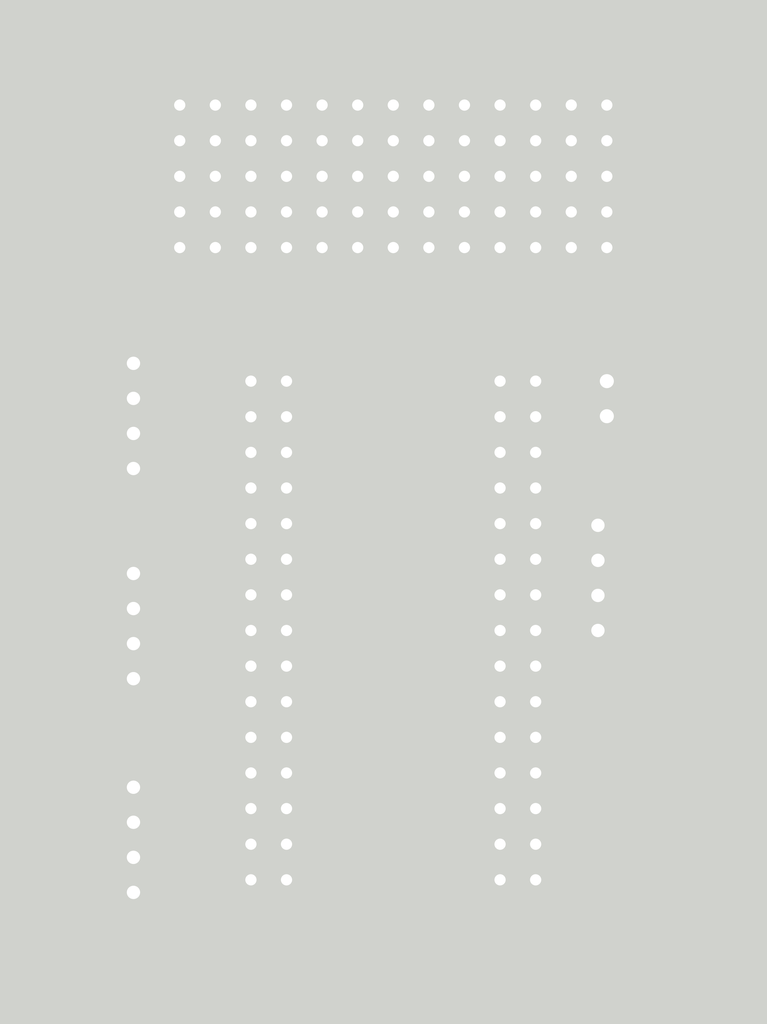
<source format=kicad_pcb>
(kicad_pcb (version 20171130) (host pcbnew "(5.1.4-0)")

  (general
    (thickness 1.6)
    (drawings 0)
    (tracks 136)
    (zones 0)
    (modules 101)
    (nets 31)
  )

  (page A4)
  (layers
    (0 F.Cu signal)
    (31 B.Cu signal)
    (32 B.Adhes user)
    (33 F.Adhes user)
    (34 B.Paste user)
    (35 F.Paste user)
    (36 B.SilkS user)
    (37 F.SilkS user)
    (38 B.Mask user)
    (39 F.Mask user)
    (40 Dwgs.User user)
    (41 Cmts.User user)
    (42 Eco1.User user)
    (43 Eco2.User user)
    (44 Edge.Cuts user hide)
    (45 Margin user)
    (46 B.CrtYd user)
    (47 F.CrtYd user)
    (48 B.Fab user)
    (49 F.Fab user)
  )

  (setup
    (last_trace_width 0.25)
    (user_trace_width 0.5)
    (trace_clearance 0.2)
    (zone_clearance 0.508)
    (zone_45_only no)
    (trace_min 0.2)
    (via_size 0.8)
    (via_drill 0.4)
    (via_min_size 0.4)
    (via_min_drill 0.3)
    (uvia_size 0.3)
    (uvia_drill 0.1)
    (uvias_allowed no)
    (uvia_min_size 0.2)
    (uvia_min_drill 0.1)
    (edge_width 0.05)
    (segment_width 0.2)
    (pcb_text_width 0.3)
    (pcb_text_size 1.5 1.5)
    (mod_edge_width 0.12)
    (mod_text_size 1 1)
    (mod_text_width 0.15)
    (pad_size 1.99898 1.99898)
    (pad_drill 0.8001)
    (pad_to_mask_clearance 0.051)
    (solder_mask_min_width 0.25)
    (aux_axis_origin 0 0)
    (visible_elements 7FFFFFFF)
    (pcbplotparams
      (layerselection 0x010fc_ffffffff)
      (usegerberextensions false)
      (usegerberattributes false)
      (usegerberadvancedattributes false)
      (creategerberjobfile false)
      (excludeedgelayer true)
      (linewidth 0.100000)
      (plotframeref false)
      (viasonmask false)
      (mode 1)
      (useauxorigin false)
      (hpglpennumber 1)
      (hpglpenspeed 20)
      (hpglpendiameter 15.000000)
      (psnegative false)
      (psa4output false)
      (plotreference true)
      (plotvalue true)
      (plotinvisibletext false)
      (padsonsilk false)
      (subtractmaskfromsilk false)
      (outputformat 1)
      (mirror false)
      (drillshape 1)
      (scaleselection 1)
      (outputdirectory ""))
  )

  (net 0 "")
  (net 1 "Net-(A1-Pad16)")
  (net 2 "Net-(A1-Pad15)")
  (net 3 "Net-(A1-Pad30)")
  (net 4 "Net-(A1-Pad14)")
  (net 5 GND)
  (net 6 "Net-(A1-Pad13)")
  (net 7 "Net-(A1-Pad28)")
  (net 8 "Net-(A1-Pad12)")
  (net 9 "Net-(A1-Pad27)")
  (net 10 "Net-(A1-Pad11)")
  (net 11 "Net-(A1-Pad26)")
  (net 12 "Net-(A1-Pad10)")
  (net 13 "Net-(A1-Pad25)")
  (net 14 "Net-(A1-Pad9)")
  (net 15 "Net-(A1-Pad24)")
  (net 16 "Net-(A1-Pad8)")
  (net 17 "Net-(A1-Pad23)")
  (net 18 "Net-(A1-Pad7)")
  (net 19 "Net-(A1-Pad22)")
  (net 20 "Net-(A1-Pad6)")
  (net 21 "Net-(A1-Pad21)")
  (net 22 "Net-(A1-Pad5)")
  (net 23 "Net-(A1-Pad20)")
  (net 24 "Net-(A1-Pad4)")
  (net 25 "Net-(A1-Pad19)")
  (net 26 "Net-(A1-Pad3)")
  (net 27 "Net-(A1-Pad18)")
  (net 28 "Net-(A1-Pad2)")
  (net 29 "Net-(A1-Pad17)")
  (net 30 "Net-(A1-Pad1)")

  (net_class Default "This is the default net class."
    (clearance 0.2)
    (trace_width 0.25)
    (via_dia 0.8)
    (via_drill 0.4)
    (uvia_dia 0.3)
    (uvia_drill 0.1)
    (add_net GND)
    (add_net "Net-(A1-Pad1)")
    (add_net "Net-(A1-Pad10)")
    (add_net "Net-(A1-Pad11)")
    (add_net "Net-(A1-Pad12)")
    (add_net "Net-(A1-Pad13)")
    (add_net "Net-(A1-Pad14)")
    (add_net "Net-(A1-Pad15)")
    (add_net "Net-(A1-Pad16)")
    (add_net "Net-(A1-Pad17)")
    (add_net "Net-(A1-Pad18)")
    (add_net "Net-(A1-Pad19)")
    (add_net "Net-(A1-Pad2)")
    (add_net "Net-(A1-Pad20)")
    (add_net "Net-(A1-Pad21)")
    (add_net "Net-(A1-Pad22)")
    (add_net "Net-(A1-Pad23)")
    (add_net "Net-(A1-Pad24)")
    (add_net "Net-(A1-Pad25)")
    (add_net "Net-(A1-Pad26)")
    (add_net "Net-(A1-Pad27)")
    (add_net "Net-(A1-Pad28)")
    (add_net "Net-(A1-Pad3)")
    (add_net "Net-(A1-Pad30)")
    (add_net "Net-(A1-Pad4)")
    (add_net "Net-(A1-Pad5)")
    (add_net "Net-(A1-Pad6)")
    (add_net "Net-(A1-Pad7)")
    (add_net "Net-(A1-Pad8)")
    (add_net "Net-(A1-Pad9)")
  )

  (module Module:Arduino_Nano (layer F.Cu) (tedit 58ACAF70) (tstamp 5E2AA1D6)
    (at 143.51 81.28)
    (descr "Arduino Nano, http://www.mouser.com/pdfdocs/Gravitech_Arduino_Nano3_0.pdf")
    (tags "Arduino Nano")
    (path /5E27973B)
    (fp_text reference A1 (at 7.62 -5.08) (layer F.SilkS)
      (effects (font (size 1 1) (thickness 0.15)))
    )
    (fp_text value Arduino_Nano_v3.x (at 8.89 19.05 90) (layer F.Fab)
      (effects (font (size 1 1) (thickness 0.15)))
    )
    (fp_line (start 16.75 42.16) (end -1.53 42.16) (layer F.CrtYd) (width 0.05))
    (fp_line (start 16.75 42.16) (end 16.75 -4.06) (layer F.CrtYd) (width 0.05))
    (fp_line (start -1.53 -4.06) (end -1.53 42.16) (layer F.CrtYd) (width 0.05))
    (fp_line (start -1.53 -4.06) (end 16.75 -4.06) (layer F.CrtYd) (width 0.05))
    (fp_line (start 16.51 -3.81) (end 16.51 39.37) (layer F.Fab) (width 0.1))
    (fp_line (start 0 -3.81) (end 16.51 -3.81) (layer F.Fab) (width 0.1))
    (fp_line (start -1.27 -2.54) (end 0 -3.81) (layer F.Fab) (width 0.1))
    (fp_line (start -1.27 39.37) (end -1.27 -2.54) (layer F.Fab) (width 0.1))
    (fp_line (start 16.51 39.37) (end -1.27 39.37) (layer F.Fab) (width 0.1))
    (fp_line (start 16.64 -3.94) (end -1.4 -3.94) (layer F.SilkS) (width 0.12))
    (fp_line (start 16.64 39.5) (end 16.64 -3.94) (layer F.SilkS) (width 0.12))
    (fp_line (start -1.4 39.5) (end 16.64 39.5) (layer F.SilkS) (width 0.12))
    (fp_line (start 3.81 41.91) (end 3.81 31.75) (layer F.Fab) (width 0.1))
    (fp_line (start 11.43 41.91) (end 3.81 41.91) (layer F.Fab) (width 0.1))
    (fp_line (start 11.43 31.75) (end 11.43 41.91) (layer F.Fab) (width 0.1))
    (fp_line (start 3.81 31.75) (end 11.43 31.75) (layer F.Fab) (width 0.1))
    (fp_line (start 1.27 36.83) (end -1.4 36.83) (layer F.SilkS) (width 0.12))
    (fp_line (start 1.27 1.27) (end 1.27 36.83) (layer F.SilkS) (width 0.12))
    (fp_line (start 1.27 1.27) (end -1.4 1.27) (layer F.SilkS) (width 0.12))
    (fp_line (start 13.97 36.83) (end 16.64 36.83) (layer F.SilkS) (width 0.12))
    (fp_line (start 13.97 -1.27) (end 13.97 36.83) (layer F.SilkS) (width 0.12))
    (fp_line (start 13.97 -1.27) (end 16.64 -1.27) (layer F.SilkS) (width 0.12))
    (fp_line (start -1.4 -3.94) (end -1.4 -1.27) (layer F.SilkS) (width 0.12))
    (fp_line (start -1.4 1.27) (end -1.4 39.5) (layer F.SilkS) (width 0.12))
    (fp_line (start 1.27 -1.27) (end -1.4 -1.27) (layer F.SilkS) (width 0.12))
    (fp_line (start 1.27 1.27) (end 1.27 -1.27) (layer F.SilkS) (width 0.12))
    (fp_text user %R (at 6.35 19.05 90) (layer F.Fab)
      (effects (font (size 1 1) (thickness 0.15)))
    )
    (pad 16 thru_hole oval (at 15.24 35.56) (size 1.6 1.6) (drill 0.8) (layers *.Cu *.Mask)
      (net 1 "Net-(A1-Pad16)"))
    (pad 15 thru_hole oval (at 0 35.56) (size 1.6 1.6) (drill 0.8) (layers *.Cu *.Mask)
      (net 2 "Net-(A1-Pad15)"))
    (pad 30 thru_hole oval (at 15.24 0) (size 1.6 1.6) (drill 0.8) (layers *.Cu *.Mask)
      (net 3 "Net-(A1-Pad30)"))
    (pad 14 thru_hole oval (at 0 33.02) (size 1.6 1.6) (drill 0.8) (layers *.Cu *.Mask)
      (net 4 "Net-(A1-Pad14)"))
    (pad 29 thru_hole oval (at 15.24 2.54) (size 1.6 1.6) (drill 0.8) (layers *.Cu *.Mask)
      (net 5 GND))
    (pad 13 thru_hole oval (at 0 30.48) (size 1.6 1.6) (drill 0.8) (layers *.Cu *.Mask)
      (net 6 "Net-(A1-Pad13)"))
    (pad 28 thru_hole oval (at 15.24 5.08) (size 1.6 1.6) (drill 0.8) (layers *.Cu *.Mask)
      (net 7 "Net-(A1-Pad28)"))
    (pad 12 thru_hole oval (at 0 27.94) (size 1.6 1.6) (drill 0.8) (layers *.Cu *.Mask)
      (net 8 "Net-(A1-Pad12)"))
    (pad 27 thru_hole oval (at 15.24 7.62) (size 1.6 1.6) (drill 0.8) (layers *.Cu *.Mask)
      (net 9 "Net-(A1-Pad27)"))
    (pad 11 thru_hole oval (at 0 25.4) (size 1.6 1.6) (drill 0.8) (layers *.Cu *.Mask)
      (net 10 "Net-(A1-Pad11)"))
    (pad 26 thru_hole oval (at 15.24 10.16) (size 1.6 1.6) (drill 0.8) (layers *.Cu *.Mask)
      (net 11 "Net-(A1-Pad26)"))
    (pad 10 thru_hole oval (at 0 22.86) (size 1.6 1.6) (drill 0.8) (layers *.Cu *.Mask)
      (net 12 "Net-(A1-Pad10)"))
    (pad 25 thru_hole oval (at 15.24 12.7) (size 1.6 1.6) (drill 0.8) (layers *.Cu *.Mask)
      (net 13 "Net-(A1-Pad25)"))
    (pad 9 thru_hole oval (at 0 20.32) (size 1.6 1.6) (drill 0.8) (layers *.Cu *.Mask)
      (net 14 "Net-(A1-Pad9)"))
    (pad 24 thru_hole oval (at 15.24 15.24) (size 1.6 1.6) (drill 0.8) (layers *.Cu *.Mask)
      (net 15 "Net-(A1-Pad24)"))
    (pad 8 thru_hole oval (at 0 17.78) (size 1.6 1.6) (drill 0.8) (layers *.Cu *.Mask)
      (net 16 "Net-(A1-Pad8)"))
    (pad 23 thru_hole oval (at 15.24 17.78) (size 1.6 1.6) (drill 0.8) (layers *.Cu *.Mask)
      (net 17 "Net-(A1-Pad23)"))
    (pad 7 thru_hole oval (at 0 15.24) (size 1.6 1.6) (drill 0.8) (layers *.Cu *.Mask)
      (net 18 "Net-(A1-Pad7)"))
    (pad 22 thru_hole oval (at 15.24 20.32) (size 1.6 1.6) (drill 0.8) (layers *.Cu *.Mask)
      (net 19 "Net-(A1-Pad22)"))
    (pad 6 thru_hole oval (at 0 12.7) (size 1.6 1.6) (drill 0.8) (layers *.Cu *.Mask)
      (net 20 "Net-(A1-Pad6)"))
    (pad 21 thru_hole oval (at 15.24 22.86) (size 1.6 1.6) (drill 0.8) (layers *.Cu *.Mask)
      (net 21 "Net-(A1-Pad21)"))
    (pad 5 thru_hole oval (at 0 10.16) (size 1.6 1.6) (drill 0.8) (layers *.Cu *.Mask)
      (net 22 "Net-(A1-Pad5)"))
    (pad 20 thru_hole oval (at 15.24 25.4) (size 1.6 1.6) (drill 0.8) (layers *.Cu *.Mask)
      (net 23 "Net-(A1-Pad20)"))
    (pad 4 thru_hole oval (at 0 7.62) (size 1.6 1.6) (drill 0.8) (layers *.Cu *.Mask)
      (net 24 "Net-(A1-Pad4)"))
    (pad 19 thru_hole oval (at 15.24 27.94) (size 1.6 1.6) (drill 0.8) (layers *.Cu *.Mask)
      (net 25 "Net-(A1-Pad19)"))
    (pad 3 thru_hole oval (at 0 5.08) (size 1.6 1.6) (drill 0.8) (layers *.Cu *.Mask)
      (net 26 "Net-(A1-Pad3)"))
    (pad 18 thru_hole oval (at 15.24 30.48) (size 1.6 1.6) (drill 0.8) (layers *.Cu *.Mask)
      (net 27 "Net-(A1-Pad18)"))
    (pad 2 thru_hole oval (at 0 2.54) (size 1.6 1.6) (drill 0.8) (layers *.Cu *.Mask)
      (net 28 "Net-(A1-Pad2)"))
    (pad 17 thru_hole oval (at 15.24 33.02) (size 1.6 1.6) (drill 0.8) (layers *.Cu *.Mask)
      (net 29 "Net-(A1-Pad17)"))
    (pad 1 thru_hole rect (at 0 0) (size 1.6 1.6) (drill 0.8) (layers *.Cu *.Mask)
      (net 30 "Net-(A1-Pad1)"))
    (model ${KISYS3DMOD}/Module.3dshapes/Arduino_Nano_WithMountingHoles.wrl
      (at (xyz 0 0 0))
      (scale (xyz 1 1 1))
      (rotate (xyz 0 0 0))
    )
  )

  (module Connector_Wire:SolderWirePad_1x01_Drill0.8mm (layer F.Cu) (tedit 5A2676A0) (tstamp 5E30FFC0)
    (at 166.37 61.595)
    (descr "Wire solder connection")
    (tags connector)
    (attr virtual)
    (fp_text reference Pad (at 1.27 0.635 -90) (layer F.SilkS)
      (effects (font (size 0.25 0.25) (thickness 0.0625)))
    )
    (fp_text value SolderWirePad (at 0 1.27) (layer F.Fab)
      (effects (font (size 0.25 0.25) (thickness 0.0625)))
    )
    (fp_line (start 1.5 1.5) (end -1.5 1.5) (layer F.CrtYd) (width 0.05))
    (fp_line (start 1.5 1.5) (end 1.5 -1.5) (layer F.CrtYd) (width 0.05))
    (fp_line (start -1.5 -1.5) (end -1.5 1.5) (layer F.CrtYd) (width 0.05))
    (fp_line (start -1.5 -1.5) (end 1.5 -1.5) (layer F.CrtYd) (width 0.05))
    (fp_text user Pad (at 1.27 -1.27 -90) (layer F.Fab)
      (effects (font (size 0.25 0.25) (thickness 0.0625)))
    )
    (pad 1 thru_hole circle (at 0 0) (size 1.99898 1.99898) (drill 0.8001) (layers *.Cu *.Mask))
  )

  (module Connector_Wire:SolderWirePad_1x01_Drill0.8mm (layer F.Cu) (tedit 5A2676A0) (tstamp 5E30FFAE)
    (at 163.83 61.595)
    (descr "Wire solder connection")
    (tags connector)
    (attr virtual)
    (fp_text reference Pad (at 1.27 0.635 -90) (layer F.SilkS)
      (effects (font (size 0.25 0.25) (thickness 0.0625)))
    )
    (fp_text value SolderWirePad (at 0 1.27) (layer F.Fab)
      (effects (font (size 0.25 0.25) (thickness 0.0625)))
    )
    (fp_text user Pad (at 1.27 -1.27 -90) (layer F.Fab)
      (effects (font (size 0.25 0.25) (thickness 0.0625)))
    )
    (fp_line (start -1.5 -1.5) (end 1.5 -1.5) (layer F.CrtYd) (width 0.05))
    (fp_line (start -1.5 -1.5) (end -1.5 1.5) (layer F.CrtYd) (width 0.05))
    (fp_line (start 1.5 1.5) (end 1.5 -1.5) (layer F.CrtYd) (width 0.05))
    (fp_line (start 1.5 1.5) (end -1.5 1.5) (layer F.CrtYd) (width 0.05))
    (pad 1 thru_hole circle (at 0 0) (size 1.99898 1.99898) (drill 0.8001) (layers *.Cu *.Mask))
  )

  (module Connector_Wire:SolderWirePad_1x01_Drill0.8mm (layer F.Cu) (tedit 5A2676A0) (tstamp 5E30FF9C)
    (at 163.83 64.135)
    (descr "Wire solder connection")
    (tags connector)
    (attr virtual)
    (fp_text reference Pad (at 1.27 0.635 -90) (layer F.SilkS)
      (effects (font (size 0.25 0.25) (thickness 0.0625)))
    )
    (fp_text value SolderWirePad (at 0 1.27) (layer F.Fab)
      (effects (font (size 0.25 0.25) (thickness 0.0625)))
    )
    (fp_line (start 1.5 1.5) (end -1.5 1.5) (layer F.CrtYd) (width 0.05))
    (fp_line (start 1.5 1.5) (end 1.5 -1.5) (layer F.CrtYd) (width 0.05))
    (fp_line (start -1.5 -1.5) (end -1.5 1.5) (layer F.CrtYd) (width 0.05))
    (fp_line (start -1.5 -1.5) (end 1.5 -1.5) (layer F.CrtYd) (width 0.05))
    (fp_text user Pad (at 1.27 -1.27 -90) (layer F.Fab)
      (effects (font (size 0.25 0.25) (thickness 0.0625)))
    )
    (pad 1 thru_hole circle (at 0 0) (size 1.99898 1.99898) (drill 0.8001) (layers *.Cu *.Mask))
  )

  (module Connector_Wire:SolderWirePad_1x01_Drill0.8mm (layer F.Cu) (tedit 5A2676A0) (tstamp 5E30FF8A)
    (at 166.37 64.135)
    (descr "Wire solder connection")
    (tags connector)
    (attr virtual)
    (fp_text reference Pad (at 1.27 0.635 -90) (layer F.SilkS)
      (effects (font (size 0.25 0.25) (thickness 0.0625)))
    )
    (fp_text value SolderWirePad (at 0 1.27) (layer F.Fab)
      (effects (font (size 0.25 0.25) (thickness 0.0625)))
    )
    (fp_text user Pad (at 1.27 -1.27 -90) (layer F.Fab)
      (effects (font (size 0.25 0.25) (thickness 0.0625)))
    )
    (fp_line (start -1.5 -1.5) (end 1.5 -1.5) (layer F.CrtYd) (width 0.05))
    (fp_line (start -1.5 -1.5) (end -1.5 1.5) (layer F.CrtYd) (width 0.05))
    (fp_line (start 1.5 1.5) (end 1.5 -1.5) (layer F.CrtYd) (width 0.05))
    (fp_line (start 1.5 1.5) (end -1.5 1.5) (layer F.CrtYd) (width 0.05))
    (pad 1 thru_hole circle (at 0 0) (size 1.99898 1.99898) (drill 0.8001) (layers *.Cu *.Mask))
  )

  (module Connector_Wire:SolderWirePad_1x01_Drill0.8mm (layer F.Cu) (tedit 5A2676A0) (tstamp 5E30FF78)
    (at 166.37 66.675)
    (descr "Wire solder connection")
    (tags connector)
    (attr virtual)
    (fp_text reference Pad (at 1.27 0.635 -90) (layer F.SilkS)
      (effects (font (size 0.25 0.25) (thickness 0.0625)))
    )
    (fp_text value SolderWirePad (at 0 1.27) (layer F.Fab)
      (effects (font (size 0.25 0.25) (thickness 0.0625)))
    )
    (fp_line (start 1.5 1.5) (end -1.5 1.5) (layer F.CrtYd) (width 0.05))
    (fp_line (start 1.5 1.5) (end 1.5 -1.5) (layer F.CrtYd) (width 0.05))
    (fp_line (start -1.5 -1.5) (end -1.5 1.5) (layer F.CrtYd) (width 0.05))
    (fp_line (start -1.5 -1.5) (end 1.5 -1.5) (layer F.CrtYd) (width 0.05))
    (fp_text user Pad (at 1.27 -1.27 -90) (layer F.Fab)
      (effects (font (size 0.25 0.25) (thickness 0.0625)))
    )
    (pad 1 thru_hole circle (at 0 0) (size 1.99898 1.99898) (drill 0.8001) (layers *.Cu *.Mask))
  )

  (module Connector_Wire:SolderWirePad_1x01_Drill0.8mm (layer F.Cu) (tedit 5A2676A0) (tstamp 5E30FF66)
    (at 163.83 66.675)
    (descr "Wire solder connection")
    (tags connector)
    (attr virtual)
    (fp_text reference Pad (at 1.27 0.635 -90) (layer F.SilkS)
      (effects (font (size 0.25 0.25) (thickness 0.0625)))
    )
    (fp_text value SolderWirePad (at 0 1.27) (layer F.Fab)
      (effects (font (size 0.25 0.25) (thickness 0.0625)))
    )
    (fp_text user Pad (at 1.27 -1.27 -90) (layer F.Fab)
      (effects (font (size 0.25 0.25) (thickness 0.0625)))
    )
    (fp_line (start -1.5 -1.5) (end 1.5 -1.5) (layer F.CrtYd) (width 0.05))
    (fp_line (start -1.5 -1.5) (end -1.5 1.5) (layer F.CrtYd) (width 0.05))
    (fp_line (start 1.5 1.5) (end 1.5 -1.5) (layer F.CrtYd) (width 0.05))
    (fp_line (start 1.5 1.5) (end -1.5 1.5) (layer F.CrtYd) (width 0.05))
    (pad 1 thru_hole circle (at 0 0) (size 1.99898 1.99898) (drill 0.8001) (layers *.Cu *.Mask))
  )

  (module Connector_Wire:SolderWirePad_1x01_Drill0.8mm (layer F.Cu) (tedit 5A2676A0) (tstamp 5E30FF54)
    (at 163.83 69.215)
    (descr "Wire solder connection")
    (tags connector)
    (attr virtual)
    (fp_text reference Pad (at 1.27 0.635 -90) (layer F.SilkS)
      (effects (font (size 0.25 0.25) (thickness 0.0625)))
    )
    (fp_text value SolderWirePad (at 0 1.27) (layer F.Fab)
      (effects (font (size 0.25 0.25) (thickness 0.0625)))
    )
    (fp_line (start 1.5 1.5) (end -1.5 1.5) (layer F.CrtYd) (width 0.05))
    (fp_line (start 1.5 1.5) (end 1.5 -1.5) (layer F.CrtYd) (width 0.05))
    (fp_line (start -1.5 -1.5) (end -1.5 1.5) (layer F.CrtYd) (width 0.05))
    (fp_line (start -1.5 -1.5) (end 1.5 -1.5) (layer F.CrtYd) (width 0.05))
    (fp_text user Pad (at 1.27 -1.27 -90) (layer F.Fab)
      (effects (font (size 0.25 0.25) (thickness 0.0625)))
    )
    (pad 1 thru_hole circle (at 0 0) (size 1.99898 1.99898) (drill 0.8001) (layers *.Cu *.Mask))
  )

  (module Connector_Wire:SolderWirePad_1x01_Drill0.8mm (layer F.Cu) (tedit 5A2676A0) (tstamp 5E30FF42)
    (at 166.37 69.215)
    (descr "Wire solder connection")
    (tags connector)
    (attr virtual)
    (fp_text reference Pad (at 1.27 0.635 -90) (layer F.SilkS)
      (effects (font (size 0.25 0.25) (thickness 0.0625)))
    )
    (fp_text value SolderWirePad (at 0 1.27) (layer F.Fab)
      (effects (font (size 0.25 0.25) (thickness 0.0625)))
    )
    (fp_text user Pad (at 1.27 -1.27 -90) (layer F.Fab)
      (effects (font (size 0.25 0.25) (thickness 0.0625)))
    )
    (fp_line (start -1.5 -1.5) (end 1.5 -1.5) (layer F.CrtYd) (width 0.05))
    (fp_line (start -1.5 -1.5) (end -1.5 1.5) (layer F.CrtYd) (width 0.05))
    (fp_line (start 1.5 1.5) (end 1.5 -1.5) (layer F.CrtYd) (width 0.05))
    (fp_line (start 1.5 1.5) (end -1.5 1.5) (layer F.CrtYd) (width 0.05))
    (pad 1 thru_hole circle (at 0 0) (size 1.99898 1.99898) (drill 0.8001) (layers *.Cu *.Mask))
  )

  (module Connector_Wire:SolderWirePad_1x01_Drill0.8mm (layer F.Cu) (tedit 5A2676A0) (tstamp 5E30FF30)
    (at 166.37 71.755)
    (descr "Wire solder connection")
    (tags connector)
    (attr virtual)
    (fp_text reference Pad (at 1.27 0.635 -90) (layer F.SilkS)
      (effects (font (size 0.25 0.25) (thickness 0.0625)))
    )
    (fp_text value SolderWirePad (at 0 1.27) (layer F.Fab)
      (effects (font (size 0.25 0.25) (thickness 0.0625)))
    )
    (fp_line (start 1.5 1.5) (end -1.5 1.5) (layer F.CrtYd) (width 0.05))
    (fp_line (start 1.5 1.5) (end 1.5 -1.5) (layer F.CrtYd) (width 0.05))
    (fp_line (start -1.5 -1.5) (end -1.5 1.5) (layer F.CrtYd) (width 0.05))
    (fp_line (start -1.5 -1.5) (end 1.5 -1.5) (layer F.CrtYd) (width 0.05))
    (fp_text user Pad (at 1.27 -1.27 -90) (layer F.Fab)
      (effects (font (size 0.25 0.25) (thickness 0.0625)))
    )
    (pad 1 thru_hole circle (at 0 0) (size 1.99898 1.99898) (drill 0.8001) (layers *.Cu *.Mask))
  )

  (module Connector_Wire:SolderWirePad_1x01_Drill0.8mm (layer F.Cu) (tedit 5A2676A0) (tstamp 5E30FF1E)
    (at 163.83 71.755)
    (descr "Wire solder connection")
    (tags connector)
    (attr virtual)
    (fp_text reference Pad (at 1.27 0.635 -90) (layer F.SilkS)
      (effects (font (size 0.25 0.25) (thickness 0.0625)))
    )
    (fp_text value SolderWirePad (at 0 1.27) (layer F.Fab)
      (effects (font (size 0.25 0.25) (thickness 0.0625)))
    )
    (fp_text user Pad (at 1.27 -1.27 -90) (layer F.Fab)
      (effects (font (size 0.25 0.25) (thickness 0.0625)))
    )
    (fp_line (start -1.5 -1.5) (end 1.5 -1.5) (layer F.CrtYd) (width 0.05))
    (fp_line (start -1.5 -1.5) (end -1.5 1.5) (layer F.CrtYd) (width 0.05))
    (fp_line (start 1.5 1.5) (end 1.5 -1.5) (layer F.CrtYd) (width 0.05))
    (fp_line (start 1.5 1.5) (end -1.5 1.5) (layer F.CrtYd) (width 0.05))
    (pad 1 thru_hole circle (at 0 0) (size 1.99898 1.99898) (drill 0.8001) (layers *.Cu *.Mask))
  )

  (module Connector_Wire:SolderWirePad_1x01_Drill0.8mm (layer F.Cu) (tedit 5A2676A0) (tstamp 5E30FF0C)
    (at 161.29 71.755)
    (descr "Wire solder connection")
    (tags connector)
    (attr virtual)
    (fp_text reference Pad (at 1.27 0.635 -90) (layer F.SilkS)
      (effects (font (size 0.25 0.25) (thickness 0.0625)))
    )
    (fp_text value SolderWirePad (at 0 1.27) (layer F.Fab)
      (effects (font (size 0.25 0.25) (thickness 0.0625)))
    )
    (fp_line (start 1.5 1.5) (end -1.5 1.5) (layer F.CrtYd) (width 0.05))
    (fp_line (start 1.5 1.5) (end 1.5 -1.5) (layer F.CrtYd) (width 0.05))
    (fp_line (start -1.5 -1.5) (end -1.5 1.5) (layer F.CrtYd) (width 0.05))
    (fp_line (start -1.5 -1.5) (end 1.5 -1.5) (layer F.CrtYd) (width 0.05))
    (fp_text user Pad (at 1.27 -1.27 -90) (layer F.Fab)
      (effects (font (size 0.25 0.25) (thickness 0.0625)))
    )
    (pad 1 thru_hole circle (at 0 0) (size 1.99898 1.99898) (drill 0.8001) (layers *.Cu *.Mask))
  )

  (module Connector_Wire:SolderWirePad_1x01_Drill0.8mm (layer F.Cu) (tedit 5A2676A0) (tstamp 5E30FEFA)
    (at 161.29 69.215)
    (descr "Wire solder connection")
    (tags connector)
    (attr virtual)
    (fp_text reference Pad (at 1.27 0.635 -90) (layer F.SilkS)
      (effects (font (size 0.25 0.25) (thickness 0.0625)))
    )
    (fp_text value SolderWirePad (at 0 1.27) (layer F.Fab)
      (effects (font (size 0.25 0.25) (thickness 0.0625)))
    )
    (fp_text user Pad (at 1.27 -1.27 -90) (layer F.Fab)
      (effects (font (size 0.25 0.25) (thickness 0.0625)))
    )
    (fp_line (start -1.5 -1.5) (end 1.5 -1.5) (layer F.CrtYd) (width 0.05))
    (fp_line (start -1.5 -1.5) (end -1.5 1.5) (layer F.CrtYd) (width 0.05))
    (fp_line (start 1.5 1.5) (end 1.5 -1.5) (layer F.CrtYd) (width 0.05))
    (fp_line (start 1.5 1.5) (end -1.5 1.5) (layer F.CrtYd) (width 0.05))
    (pad 1 thru_hole circle (at 0 0) (size 1.99898 1.99898) (drill 0.8001) (layers *.Cu *.Mask))
  )

  (module Connector_Wire:SolderWirePad_1x01_Drill0.8mm (layer F.Cu) (tedit 5A2676A0) (tstamp 5E30FEE8)
    (at 161.29 66.675)
    (descr "Wire solder connection")
    (tags connector)
    (attr virtual)
    (fp_text reference Pad (at 1.27 0.635 -90) (layer F.SilkS)
      (effects (font (size 0.25 0.25) (thickness 0.0625)))
    )
    (fp_text value SolderWirePad (at 0 1.27) (layer F.Fab)
      (effects (font (size 0.25 0.25) (thickness 0.0625)))
    )
    (fp_line (start 1.5 1.5) (end -1.5 1.5) (layer F.CrtYd) (width 0.05))
    (fp_line (start 1.5 1.5) (end 1.5 -1.5) (layer F.CrtYd) (width 0.05))
    (fp_line (start -1.5 -1.5) (end -1.5 1.5) (layer F.CrtYd) (width 0.05))
    (fp_line (start -1.5 -1.5) (end 1.5 -1.5) (layer F.CrtYd) (width 0.05))
    (fp_text user Pad (at 1.27 -1.27 -90) (layer F.Fab)
      (effects (font (size 0.25 0.25) (thickness 0.0625)))
    )
    (pad 1 thru_hole circle (at 0 0) (size 1.99898 1.99898) (drill 0.8001) (layers *.Cu *.Mask))
  )

  (module Connector_Wire:SolderWirePad_1x01_Drill0.8mm (layer F.Cu) (tedit 5A2676A0) (tstamp 5E30FED6)
    (at 161.29 64.135)
    (descr "Wire solder connection")
    (tags connector)
    (attr virtual)
    (fp_text reference Pad (at 1.27 0.635 -90) (layer F.SilkS)
      (effects (font (size 0.25 0.25) (thickness 0.0625)))
    )
    (fp_text value SolderWirePad (at 0 1.27) (layer F.Fab)
      (effects (font (size 0.25 0.25) (thickness 0.0625)))
    )
    (fp_text user Pad (at 1.27 -1.27 -90) (layer F.Fab)
      (effects (font (size 0.25 0.25) (thickness 0.0625)))
    )
    (fp_line (start -1.5 -1.5) (end 1.5 -1.5) (layer F.CrtYd) (width 0.05))
    (fp_line (start -1.5 -1.5) (end -1.5 1.5) (layer F.CrtYd) (width 0.05))
    (fp_line (start 1.5 1.5) (end 1.5 -1.5) (layer F.CrtYd) (width 0.05))
    (fp_line (start 1.5 1.5) (end -1.5 1.5) (layer F.CrtYd) (width 0.05))
    (pad 1 thru_hole circle (at 0 0) (size 1.99898 1.99898) (drill 0.8001) (layers *.Cu *.Mask))
  )

  (module Connector_Wire:SolderWirePad_1x01_Drill0.8mm (layer F.Cu) (tedit 5A2676A0) (tstamp 5E30FEC4)
    (at 161.29 61.595)
    (descr "Wire solder connection")
    (tags connector)
    (attr virtual)
    (fp_text reference Pad (at 1.27 0.635 -90) (layer F.SilkS)
      (effects (font (size 0.25 0.25) (thickness 0.0625)))
    )
    (fp_text value SolderWirePad (at 0 1.27) (layer F.Fab)
      (effects (font (size 0.25 0.25) (thickness 0.0625)))
    )
    (fp_line (start 1.5 1.5) (end -1.5 1.5) (layer F.CrtYd) (width 0.05))
    (fp_line (start 1.5 1.5) (end 1.5 -1.5) (layer F.CrtYd) (width 0.05))
    (fp_line (start -1.5 -1.5) (end -1.5 1.5) (layer F.CrtYd) (width 0.05))
    (fp_line (start -1.5 -1.5) (end 1.5 -1.5) (layer F.CrtYd) (width 0.05))
    (fp_text user Pad (at 1.27 -1.27 -90) (layer F.Fab)
      (effects (font (size 0.25 0.25) (thickness 0.0625)))
    )
    (pad 1 thru_hole circle (at 0 0) (size 1.99898 1.99898) (drill 0.8001) (layers *.Cu *.Mask))
  )

  (module Connector_Wire:SolderWirePad_1x01_Drill0.8mm (layer F.Cu) (tedit 5A2676A0) (tstamp 5E30FEB2)
    (at 158.75 61.595)
    (descr "Wire solder connection")
    (tags connector)
    (attr virtual)
    (fp_text reference Pad (at 1.27 0.635 -90) (layer F.SilkS)
      (effects (font (size 0.25 0.25) (thickness 0.0625)))
    )
    (fp_text value SolderWirePad (at 0 1.27) (layer F.Fab)
      (effects (font (size 0.25 0.25) (thickness 0.0625)))
    )
    (fp_text user Pad (at 1.27 -1.27 -90) (layer F.Fab)
      (effects (font (size 0.25 0.25) (thickness 0.0625)))
    )
    (fp_line (start -1.5 -1.5) (end 1.5 -1.5) (layer F.CrtYd) (width 0.05))
    (fp_line (start -1.5 -1.5) (end -1.5 1.5) (layer F.CrtYd) (width 0.05))
    (fp_line (start 1.5 1.5) (end 1.5 -1.5) (layer F.CrtYd) (width 0.05))
    (fp_line (start 1.5 1.5) (end -1.5 1.5) (layer F.CrtYd) (width 0.05))
    (pad 1 thru_hole circle (at 0 0) (size 1.99898 1.99898) (drill 0.8001) (layers *.Cu *.Mask))
  )

  (module Connector_Wire:SolderWirePad_1x01_Drill0.8mm (layer F.Cu) (tedit 5A2676A0) (tstamp 5E30FEA0)
    (at 158.75 64.135)
    (descr "Wire solder connection")
    (tags connector)
    (attr virtual)
    (fp_text reference Pad (at 1.27 0.635 -90) (layer F.SilkS)
      (effects (font (size 0.25 0.25) (thickness 0.0625)))
    )
    (fp_text value SolderWirePad (at 0 1.27) (layer F.Fab)
      (effects (font (size 0.25 0.25) (thickness 0.0625)))
    )
    (fp_line (start 1.5 1.5) (end -1.5 1.5) (layer F.CrtYd) (width 0.05))
    (fp_line (start 1.5 1.5) (end 1.5 -1.5) (layer F.CrtYd) (width 0.05))
    (fp_line (start -1.5 -1.5) (end -1.5 1.5) (layer F.CrtYd) (width 0.05))
    (fp_line (start -1.5 -1.5) (end 1.5 -1.5) (layer F.CrtYd) (width 0.05))
    (fp_text user Pad (at 1.27 -1.27 -90) (layer F.Fab)
      (effects (font (size 0.25 0.25) (thickness 0.0625)))
    )
    (pad 1 thru_hole circle (at 0 0) (size 1.99898 1.99898) (drill 0.8001) (layers *.Cu *.Mask))
  )

  (module Connector_Wire:SolderWirePad_1x01_Drill0.8mm (layer F.Cu) (tedit 5A2676A0) (tstamp 5E30FE8E)
    (at 158.75 66.675)
    (descr "Wire solder connection")
    (tags connector)
    (attr virtual)
    (fp_text reference Pad (at 1.27 0.635 -90) (layer F.SilkS)
      (effects (font (size 0.25 0.25) (thickness 0.0625)))
    )
    (fp_text value SolderWirePad (at 0 1.27) (layer F.Fab)
      (effects (font (size 0.25 0.25) (thickness 0.0625)))
    )
    (fp_text user Pad (at 1.27 -1.27 -90) (layer F.Fab)
      (effects (font (size 0.25 0.25) (thickness 0.0625)))
    )
    (fp_line (start -1.5 -1.5) (end 1.5 -1.5) (layer F.CrtYd) (width 0.05))
    (fp_line (start -1.5 -1.5) (end -1.5 1.5) (layer F.CrtYd) (width 0.05))
    (fp_line (start 1.5 1.5) (end 1.5 -1.5) (layer F.CrtYd) (width 0.05))
    (fp_line (start 1.5 1.5) (end -1.5 1.5) (layer F.CrtYd) (width 0.05))
    (pad 1 thru_hole circle (at 0 0) (size 1.99898 1.99898) (drill 0.8001) (layers *.Cu *.Mask))
  )

  (module Connector_Wire:SolderWirePad_1x01_Drill0.8mm (layer F.Cu) (tedit 5A2676A0) (tstamp 5E30FE7C)
    (at 158.75 69.215)
    (descr "Wire solder connection")
    (tags connector)
    (attr virtual)
    (fp_text reference Pad (at 1.27 0.635 -90) (layer F.SilkS)
      (effects (font (size 0.25 0.25) (thickness 0.0625)))
    )
    (fp_text value SolderWirePad (at 0 1.27) (layer F.Fab)
      (effects (font (size 0.25 0.25) (thickness 0.0625)))
    )
    (fp_line (start 1.5 1.5) (end -1.5 1.5) (layer F.CrtYd) (width 0.05))
    (fp_line (start 1.5 1.5) (end 1.5 -1.5) (layer F.CrtYd) (width 0.05))
    (fp_line (start -1.5 -1.5) (end -1.5 1.5) (layer F.CrtYd) (width 0.05))
    (fp_line (start -1.5 -1.5) (end 1.5 -1.5) (layer F.CrtYd) (width 0.05))
    (fp_text user Pad (at 1.27 -1.27 -90) (layer F.Fab)
      (effects (font (size 0.25 0.25) (thickness 0.0625)))
    )
    (pad 1 thru_hole circle (at 0 0) (size 1.99898 1.99898) (drill 0.8001) (layers *.Cu *.Mask))
  )

  (module Connector_Wire:SolderWirePad_1x01_Drill0.8mm (layer F.Cu) (tedit 5A2676A0) (tstamp 5E30FE6A)
    (at 158.75 71.755)
    (descr "Wire solder connection")
    (tags connector)
    (attr virtual)
    (fp_text reference Pad (at 1.27 0.635 -90) (layer F.SilkS)
      (effects (font (size 0.25 0.25) (thickness 0.0625)))
    )
    (fp_text value SolderWirePad (at 0 1.27) (layer F.Fab)
      (effects (font (size 0.25 0.25) (thickness 0.0625)))
    )
    (fp_text user Pad (at 1.27 -1.27 -90) (layer F.Fab)
      (effects (font (size 0.25 0.25) (thickness 0.0625)))
    )
    (fp_line (start -1.5 -1.5) (end 1.5 -1.5) (layer F.CrtYd) (width 0.05))
    (fp_line (start -1.5 -1.5) (end -1.5 1.5) (layer F.CrtYd) (width 0.05))
    (fp_line (start 1.5 1.5) (end 1.5 -1.5) (layer F.CrtYd) (width 0.05))
    (fp_line (start 1.5 1.5) (end -1.5 1.5) (layer F.CrtYd) (width 0.05))
    (pad 1 thru_hole circle (at 0 0) (size 1.99898 1.99898) (drill 0.8001) (layers *.Cu *.Mask))
  )

  (module Connector_Wire:SolderWirePad_1x01_Drill0.8mm (layer F.Cu) (tedit 5A2676A0) (tstamp 5E30FE58)
    (at 156.21 71.755)
    (descr "Wire solder connection")
    (tags connector)
    (attr virtual)
    (fp_text reference Pad (at 1.27 0.635 -90) (layer F.SilkS)
      (effects (font (size 0.25 0.25) (thickness 0.0625)))
    )
    (fp_text value SolderWirePad (at 0 1.27) (layer F.Fab)
      (effects (font (size 0.25 0.25) (thickness 0.0625)))
    )
    (fp_line (start 1.5 1.5) (end -1.5 1.5) (layer F.CrtYd) (width 0.05))
    (fp_line (start 1.5 1.5) (end 1.5 -1.5) (layer F.CrtYd) (width 0.05))
    (fp_line (start -1.5 -1.5) (end -1.5 1.5) (layer F.CrtYd) (width 0.05))
    (fp_line (start -1.5 -1.5) (end 1.5 -1.5) (layer F.CrtYd) (width 0.05))
    (fp_text user Pad (at 1.27 -1.27 -90) (layer F.Fab)
      (effects (font (size 0.25 0.25) (thickness 0.0625)))
    )
    (pad 1 thru_hole circle (at 0 0) (size 1.99898 1.99898) (drill 0.8001) (layers *.Cu *.Mask))
  )

  (module Connector_Wire:SolderWirePad_1x01_Drill0.8mm (layer F.Cu) (tedit 5A2676A0) (tstamp 5E30FE46)
    (at 156.21 69.215)
    (descr "Wire solder connection")
    (tags connector)
    (attr virtual)
    (fp_text reference Pad (at 1.27 0.635 -90) (layer F.SilkS)
      (effects (font (size 0.25 0.25) (thickness 0.0625)))
    )
    (fp_text value SolderWirePad (at 0 1.27) (layer F.Fab)
      (effects (font (size 0.25 0.25) (thickness 0.0625)))
    )
    (fp_text user Pad (at 1.27 -1.27 -90) (layer F.Fab)
      (effects (font (size 0.25 0.25) (thickness 0.0625)))
    )
    (fp_line (start -1.5 -1.5) (end 1.5 -1.5) (layer F.CrtYd) (width 0.05))
    (fp_line (start -1.5 -1.5) (end -1.5 1.5) (layer F.CrtYd) (width 0.05))
    (fp_line (start 1.5 1.5) (end 1.5 -1.5) (layer F.CrtYd) (width 0.05))
    (fp_line (start 1.5 1.5) (end -1.5 1.5) (layer F.CrtYd) (width 0.05))
    (pad 1 thru_hole circle (at 0 0) (size 1.99898 1.99898) (drill 0.8001) (layers *.Cu *.Mask))
  )

  (module Connector_Wire:SolderWirePad_1x01_Drill0.8mm (layer F.Cu) (tedit 5A2676A0) (tstamp 5E30FE34)
    (at 156.21 66.675)
    (descr "Wire solder connection")
    (tags connector)
    (attr virtual)
    (fp_text reference Pad (at 1.27 0.635 -90) (layer F.SilkS)
      (effects (font (size 0.25 0.25) (thickness 0.0625)))
    )
    (fp_text value SolderWirePad (at 0 1.27) (layer F.Fab)
      (effects (font (size 0.25 0.25) (thickness 0.0625)))
    )
    (fp_line (start 1.5 1.5) (end -1.5 1.5) (layer F.CrtYd) (width 0.05))
    (fp_line (start 1.5 1.5) (end 1.5 -1.5) (layer F.CrtYd) (width 0.05))
    (fp_line (start -1.5 -1.5) (end -1.5 1.5) (layer F.CrtYd) (width 0.05))
    (fp_line (start -1.5 -1.5) (end 1.5 -1.5) (layer F.CrtYd) (width 0.05))
    (fp_text user Pad (at 1.27 -1.27 -90) (layer F.Fab)
      (effects (font (size 0.25 0.25) (thickness 0.0625)))
    )
    (pad 1 thru_hole circle (at 0 0) (size 1.99898 1.99898) (drill 0.8001) (layers *.Cu *.Mask))
  )

  (module Connector_Wire:SolderWirePad_1x01_Drill0.8mm (layer F.Cu) (tedit 5A2676A0) (tstamp 5E30FE22)
    (at 156.21 64.135)
    (descr "Wire solder connection")
    (tags connector)
    (attr virtual)
    (fp_text reference Pad (at 1.27 0.635 -90) (layer F.SilkS)
      (effects (font (size 0.25 0.25) (thickness 0.0625)))
    )
    (fp_text value SolderWirePad (at 0 1.27) (layer F.Fab)
      (effects (font (size 0.25 0.25) (thickness 0.0625)))
    )
    (fp_text user Pad (at 1.27 -1.27 -90) (layer F.Fab)
      (effects (font (size 0.25 0.25) (thickness 0.0625)))
    )
    (fp_line (start -1.5 -1.5) (end 1.5 -1.5) (layer F.CrtYd) (width 0.05))
    (fp_line (start -1.5 -1.5) (end -1.5 1.5) (layer F.CrtYd) (width 0.05))
    (fp_line (start 1.5 1.5) (end 1.5 -1.5) (layer F.CrtYd) (width 0.05))
    (fp_line (start 1.5 1.5) (end -1.5 1.5) (layer F.CrtYd) (width 0.05))
    (pad 1 thru_hole circle (at 0 0) (size 1.99898 1.99898) (drill 0.8001) (layers *.Cu *.Mask))
  )

  (module Connector_Wire:SolderWirePad_1x01_Drill0.8mm (layer F.Cu) (tedit 5A2676A0) (tstamp 5E30FE10)
    (at 156.21 61.595)
    (descr "Wire solder connection")
    (tags connector)
    (attr virtual)
    (fp_text reference Pad (at 1.27 0.635 -90) (layer F.SilkS)
      (effects (font (size 0.25 0.25) (thickness 0.0625)))
    )
    (fp_text value SolderWirePad (at 0 1.27) (layer F.Fab)
      (effects (font (size 0.25 0.25) (thickness 0.0625)))
    )
    (fp_line (start 1.5 1.5) (end -1.5 1.5) (layer F.CrtYd) (width 0.05))
    (fp_line (start 1.5 1.5) (end 1.5 -1.5) (layer F.CrtYd) (width 0.05))
    (fp_line (start -1.5 -1.5) (end -1.5 1.5) (layer F.CrtYd) (width 0.05))
    (fp_line (start -1.5 -1.5) (end 1.5 -1.5) (layer F.CrtYd) (width 0.05))
    (fp_text user Pad (at 1.27 -1.27 -90) (layer F.Fab)
      (effects (font (size 0.25 0.25) (thickness 0.0625)))
    )
    (pad 1 thru_hole circle (at 0 0) (size 1.99898 1.99898) (drill 0.8001) (layers *.Cu *.Mask))
  )

  (module Connector_Wire:SolderWirePad_1x01_Drill0.8mm (layer F.Cu) (tedit 5A2676A0) (tstamp 5E30FDFE)
    (at 153.67 61.595)
    (descr "Wire solder connection")
    (tags connector)
    (attr virtual)
    (fp_text reference Pad (at 1.27 0.635 -90) (layer F.SilkS)
      (effects (font (size 0.25 0.25) (thickness 0.0625)))
    )
    (fp_text value SolderWirePad (at 0 1.27) (layer F.Fab)
      (effects (font (size 0.25 0.25) (thickness 0.0625)))
    )
    (fp_text user Pad (at 1.27 -1.27 -90) (layer F.Fab)
      (effects (font (size 0.25 0.25) (thickness 0.0625)))
    )
    (fp_line (start -1.5 -1.5) (end 1.5 -1.5) (layer F.CrtYd) (width 0.05))
    (fp_line (start -1.5 -1.5) (end -1.5 1.5) (layer F.CrtYd) (width 0.05))
    (fp_line (start 1.5 1.5) (end 1.5 -1.5) (layer F.CrtYd) (width 0.05))
    (fp_line (start 1.5 1.5) (end -1.5 1.5) (layer F.CrtYd) (width 0.05))
    (pad 1 thru_hole circle (at 0 0) (size 1.99898 1.99898) (drill 0.8001) (layers *.Cu *.Mask))
  )

  (module Connector_Wire:SolderWirePad_1x01_Drill0.8mm (layer F.Cu) (tedit 5A2676A0) (tstamp 5E30FDEC)
    (at 153.67 64.135)
    (descr "Wire solder connection")
    (tags connector)
    (attr virtual)
    (fp_text reference Pad (at 1.27 0.635 -90) (layer F.SilkS)
      (effects (font (size 0.25 0.25) (thickness 0.0625)))
    )
    (fp_text value SolderWirePad (at 0 1.27) (layer F.Fab)
      (effects (font (size 0.25 0.25) (thickness 0.0625)))
    )
    (fp_line (start 1.5 1.5) (end -1.5 1.5) (layer F.CrtYd) (width 0.05))
    (fp_line (start 1.5 1.5) (end 1.5 -1.5) (layer F.CrtYd) (width 0.05))
    (fp_line (start -1.5 -1.5) (end -1.5 1.5) (layer F.CrtYd) (width 0.05))
    (fp_line (start -1.5 -1.5) (end 1.5 -1.5) (layer F.CrtYd) (width 0.05))
    (fp_text user Pad (at 1.27 -1.27 -90) (layer F.Fab)
      (effects (font (size 0.25 0.25) (thickness 0.0625)))
    )
    (pad 1 thru_hole circle (at 0 0) (size 1.99898 1.99898) (drill 0.8001) (layers *.Cu *.Mask))
  )

  (module Connector_Wire:SolderWirePad_1x01_Drill0.8mm (layer F.Cu) (tedit 5A2676A0) (tstamp 5E30FDDA)
    (at 153.67 66.675)
    (descr "Wire solder connection")
    (tags connector)
    (attr virtual)
    (fp_text reference Pad (at 1.27 0.635 -90) (layer F.SilkS)
      (effects (font (size 0.25 0.25) (thickness 0.0625)))
    )
    (fp_text value SolderWirePad (at 0 1.27) (layer F.Fab)
      (effects (font (size 0.25 0.25) (thickness 0.0625)))
    )
    (fp_text user Pad (at 1.27 -1.27 -90) (layer F.Fab)
      (effects (font (size 0.25 0.25) (thickness 0.0625)))
    )
    (fp_line (start -1.5 -1.5) (end 1.5 -1.5) (layer F.CrtYd) (width 0.05))
    (fp_line (start -1.5 -1.5) (end -1.5 1.5) (layer F.CrtYd) (width 0.05))
    (fp_line (start 1.5 1.5) (end 1.5 -1.5) (layer F.CrtYd) (width 0.05))
    (fp_line (start 1.5 1.5) (end -1.5 1.5) (layer F.CrtYd) (width 0.05))
    (pad 1 thru_hole circle (at 0 0) (size 1.99898 1.99898) (drill 0.8001) (layers *.Cu *.Mask))
  )

  (module Connector_Wire:SolderWirePad_1x01_Drill0.8mm (layer F.Cu) (tedit 5A2676A0) (tstamp 5E30FDC8)
    (at 153.67 69.215)
    (descr "Wire solder connection")
    (tags connector)
    (attr virtual)
    (fp_text reference Pad (at 1.27 0.635 -90) (layer F.SilkS)
      (effects (font (size 0.25 0.25) (thickness 0.0625)))
    )
    (fp_text value SolderWirePad (at 0 1.27) (layer F.Fab)
      (effects (font (size 0.25 0.25) (thickness 0.0625)))
    )
    (fp_line (start 1.5 1.5) (end -1.5 1.5) (layer F.CrtYd) (width 0.05))
    (fp_line (start 1.5 1.5) (end 1.5 -1.5) (layer F.CrtYd) (width 0.05))
    (fp_line (start -1.5 -1.5) (end -1.5 1.5) (layer F.CrtYd) (width 0.05))
    (fp_line (start -1.5 -1.5) (end 1.5 -1.5) (layer F.CrtYd) (width 0.05))
    (fp_text user Pad (at 1.27 -1.27 -90) (layer F.Fab)
      (effects (font (size 0.25 0.25) (thickness 0.0625)))
    )
    (pad 1 thru_hole circle (at 0 0) (size 1.99898 1.99898) (drill 0.8001) (layers *.Cu *.Mask))
  )

  (module Connector_Wire:SolderWirePad_1x01_Drill0.8mm (layer F.Cu) (tedit 5A2676A0) (tstamp 5E30FDB6)
    (at 153.67 71.755)
    (descr "Wire solder connection")
    (tags connector)
    (attr virtual)
    (fp_text reference Pad (at 1.27 0.635 -90) (layer F.SilkS)
      (effects (font (size 0.25 0.25) (thickness 0.0625)))
    )
    (fp_text value SolderWirePad (at 0 1.27) (layer F.Fab)
      (effects (font (size 0.25 0.25) (thickness 0.0625)))
    )
    (fp_text user Pad (at 1.27 -1.27 -90) (layer F.Fab)
      (effects (font (size 0.25 0.25) (thickness 0.0625)))
    )
    (fp_line (start -1.5 -1.5) (end 1.5 -1.5) (layer F.CrtYd) (width 0.05))
    (fp_line (start -1.5 -1.5) (end -1.5 1.5) (layer F.CrtYd) (width 0.05))
    (fp_line (start 1.5 1.5) (end 1.5 -1.5) (layer F.CrtYd) (width 0.05))
    (fp_line (start 1.5 1.5) (end -1.5 1.5) (layer F.CrtYd) (width 0.05))
    (pad 1 thru_hole circle (at 0 0) (size 1.99898 1.99898) (drill 0.8001) (layers *.Cu *.Mask))
  )

  (module Connector_Wire:SolderWirePad_1x01_Drill0.8mm (layer F.Cu) (tedit 5A2676A0) (tstamp 5E30FDA4)
    (at 151.13 71.755)
    (descr "Wire solder connection")
    (tags connector)
    (attr virtual)
    (fp_text reference Pad (at 1.27 0.635 -90) (layer F.SilkS)
      (effects (font (size 0.25 0.25) (thickness 0.0625)))
    )
    (fp_text value SolderWirePad (at 0 1.27) (layer F.Fab)
      (effects (font (size 0.25 0.25) (thickness 0.0625)))
    )
    (fp_line (start 1.5 1.5) (end -1.5 1.5) (layer F.CrtYd) (width 0.05))
    (fp_line (start 1.5 1.5) (end 1.5 -1.5) (layer F.CrtYd) (width 0.05))
    (fp_line (start -1.5 -1.5) (end -1.5 1.5) (layer F.CrtYd) (width 0.05))
    (fp_line (start -1.5 -1.5) (end 1.5 -1.5) (layer F.CrtYd) (width 0.05))
    (fp_text user Pad (at 1.27 -1.27 -90) (layer F.Fab)
      (effects (font (size 0.25 0.25) (thickness 0.0625)))
    )
    (pad 1 thru_hole circle (at 0 0) (size 1.99898 1.99898) (drill 0.8001) (layers *.Cu *.Mask))
  )

  (module Connector_Wire:SolderWirePad_1x01_Drill0.8mm (layer F.Cu) (tedit 5A2676A0) (tstamp 5E30FD92)
    (at 151.13 69.215)
    (descr "Wire solder connection")
    (tags connector)
    (attr virtual)
    (fp_text reference Pad (at 1.27 0.635 -90) (layer F.SilkS)
      (effects (font (size 0.25 0.25) (thickness 0.0625)))
    )
    (fp_text value SolderWirePad (at 0 1.27) (layer F.Fab)
      (effects (font (size 0.25 0.25) (thickness 0.0625)))
    )
    (fp_text user Pad (at 1.27 -1.27 -90) (layer F.Fab)
      (effects (font (size 0.25 0.25) (thickness 0.0625)))
    )
    (fp_line (start -1.5 -1.5) (end 1.5 -1.5) (layer F.CrtYd) (width 0.05))
    (fp_line (start -1.5 -1.5) (end -1.5 1.5) (layer F.CrtYd) (width 0.05))
    (fp_line (start 1.5 1.5) (end 1.5 -1.5) (layer F.CrtYd) (width 0.05))
    (fp_line (start 1.5 1.5) (end -1.5 1.5) (layer F.CrtYd) (width 0.05))
    (pad 1 thru_hole circle (at 0 0) (size 1.99898 1.99898) (drill 0.8001) (layers *.Cu *.Mask))
  )

  (module Connector_Wire:SolderWirePad_1x01_Drill0.8mm (layer F.Cu) (tedit 5A2676A0) (tstamp 5E30FD80)
    (at 151.13 66.675)
    (descr "Wire solder connection")
    (tags connector)
    (attr virtual)
    (fp_text reference Pad (at 1.27 0.635 -90) (layer F.SilkS)
      (effects (font (size 0.25 0.25) (thickness 0.0625)))
    )
    (fp_text value SolderWirePad (at 0 1.27) (layer F.Fab)
      (effects (font (size 0.25 0.25) (thickness 0.0625)))
    )
    (fp_line (start 1.5 1.5) (end -1.5 1.5) (layer F.CrtYd) (width 0.05))
    (fp_line (start 1.5 1.5) (end 1.5 -1.5) (layer F.CrtYd) (width 0.05))
    (fp_line (start -1.5 -1.5) (end -1.5 1.5) (layer F.CrtYd) (width 0.05))
    (fp_line (start -1.5 -1.5) (end 1.5 -1.5) (layer F.CrtYd) (width 0.05))
    (fp_text user Pad (at 1.27 -1.27 -90) (layer F.Fab)
      (effects (font (size 0.25 0.25) (thickness 0.0625)))
    )
    (pad 1 thru_hole circle (at 0 0) (size 1.99898 1.99898) (drill 0.8001) (layers *.Cu *.Mask))
  )

  (module Connector_Wire:SolderWirePad_1x01_Drill0.8mm (layer F.Cu) (tedit 5A2676A0) (tstamp 5E30FD6E)
    (at 151.13 64.135)
    (descr "Wire solder connection")
    (tags connector)
    (attr virtual)
    (fp_text reference Pad (at 1.27 0.635 -90) (layer F.SilkS)
      (effects (font (size 0.25 0.25) (thickness 0.0625)))
    )
    (fp_text value SolderWirePad (at 0 1.27) (layer F.Fab)
      (effects (font (size 0.25 0.25) (thickness 0.0625)))
    )
    (fp_text user Pad (at 1.27 -1.27 -90) (layer F.Fab)
      (effects (font (size 0.25 0.25) (thickness 0.0625)))
    )
    (fp_line (start -1.5 -1.5) (end 1.5 -1.5) (layer F.CrtYd) (width 0.05))
    (fp_line (start -1.5 -1.5) (end -1.5 1.5) (layer F.CrtYd) (width 0.05))
    (fp_line (start 1.5 1.5) (end 1.5 -1.5) (layer F.CrtYd) (width 0.05))
    (fp_line (start 1.5 1.5) (end -1.5 1.5) (layer F.CrtYd) (width 0.05))
    (pad 1 thru_hole circle (at 0 0) (size 1.99898 1.99898) (drill 0.8001) (layers *.Cu *.Mask))
  )

  (module Connector_Wire:SolderWirePad_1x01_Drill0.8mm (layer F.Cu) (tedit 5A2676A0) (tstamp 5E30FD5C)
    (at 151.13 61.595)
    (descr "Wire solder connection")
    (tags connector)
    (attr virtual)
    (fp_text reference Pad (at 1.27 0.635 -90) (layer F.SilkS)
      (effects (font (size 0.25 0.25) (thickness 0.0625)))
    )
    (fp_text value SolderWirePad (at 0 1.27) (layer F.Fab)
      (effects (font (size 0.25 0.25) (thickness 0.0625)))
    )
    (fp_line (start 1.5 1.5) (end -1.5 1.5) (layer F.CrtYd) (width 0.05))
    (fp_line (start 1.5 1.5) (end 1.5 -1.5) (layer F.CrtYd) (width 0.05))
    (fp_line (start -1.5 -1.5) (end -1.5 1.5) (layer F.CrtYd) (width 0.05))
    (fp_line (start -1.5 -1.5) (end 1.5 -1.5) (layer F.CrtYd) (width 0.05))
    (fp_text user Pad (at 1.27 -1.27 -90) (layer F.Fab)
      (effects (font (size 0.25 0.25) (thickness 0.0625)))
    )
    (pad 1 thru_hole circle (at 0 0) (size 1.99898 1.99898) (drill 0.8001) (layers *.Cu *.Mask))
  )

  (module Connector_Wire:SolderWirePad_1x01_Drill0.8mm (layer F.Cu) (tedit 5A2676A0) (tstamp 5E30FD4A)
    (at 148.59 61.595)
    (descr "Wire solder connection")
    (tags connector)
    (attr virtual)
    (fp_text reference Pad (at 1.27 0.635 -90) (layer F.SilkS)
      (effects (font (size 0.25 0.25) (thickness 0.0625)))
    )
    (fp_text value SolderWirePad (at 0 1.27) (layer F.Fab)
      (effects (font (size 0.25 0.25) (thickness 0.0625)))
    )
    (fp_text user Pad (at 1.27 -1.27 -90) (layer F.Fab)
      (effects (font (size 0.25 0.25) (thickness 0.0625)))
    )
    (fp_line (start -1.5 -1.5) (end 1.5 -1.5) (layer F.CrtYd) (width 0.05))
    (fp_line (start -1.5 -1.5) (end -1.5 1.5) (layer F.CrtYd) (width 0.05))
    (fp_line (start 1.5 1.5) (end 1.5 -1.5) (layer F.CrtYd) (width 0.05))
    (fp_line (start 1.5 1.5) (end -1.5 1.5) (layer F.CrtYd) (width 0.05))
    (pad 1 thru_hole circle (at 0 0) (size 1.99898 1.99898) (drill 0.8001) (layers *.Cu *.Mask))
  )

  (module Connector_Wire:SolderWirePad_1x01_Drill0.8mm (layer F.Cu) (tedit 5A2676A0) (tstamp 5E30FD38)
    (at 148.59 64.135)
    (descr "Wire solder connection")
    (tags connector)
    (attr virtual)
    (fp_text reference Pad (at 1.27 0.635 -90) (layer F.SilkS)
      (effects (font (size 0.25 0.25) (thickness 0.0625)))
    )
    (fp_text value SolderWirePad (at 0 1.27) (layer F.Fab)
      (effects (font (size 0.25 0.25) (thickness 0.0625)))
    )
    (fp_line (start 1.5 1.5) (end -1.5 1.5) (layer F.CrtYd) (width 0.05))
    (fp_line (start 1.5 1.5) (end 1.5 -1.5) (layer F.CrtYd) (width 0.05))
    (fp_line (start -1.5 -1.5) (end -1.5 1.5) (layer F.CrtYd) (width 0.05))
    (fp_line (start -1.5 -1.5) (end 1.5 -1.5) (layer F.CrtYd) (width 0.05))
    (fp_text user Pad (at 1.27 -1.27 -90) (layer F.Fab)
      (effects (font (size 0.25 0.25) (thickness 0.0625)))
    )
    (pad 1 thru_hole circle (at 0 0) (size 1.99898 1.99898) (drill 0.8001) (layers *.Cu *.Mask))
  )

  (module Connector_Wire:SolderWirePad_1x01_Drill0.8mm (layer F.Cu) (tedit 5A2676A0) (tstamp 5E30FD26)
    (at 148.59 66.675)
    (descr "Wire solder connection")
    (tags connector)
    (attr virtual)
    (fp_text reference Pad (at 1.27 0.635 -90) (layer F.SilkS)
      (effects (font (size 0.25 0.25) (thickness 0.0625)))
    )
    (fp_text value SolderWirePad (at 0 1.27) (layer F.Fab)
      (effects (font (size 0.25 0.25) (thickness 0.0625)))
    )
    (fp_text user Pad (at 1.27 -1.27 -90) (layer F.Fab)
      (effects (font (size 0.25 0.25) (thickness 0.0625)))
    )
    (fp_line (start -1.5 -1.5) (end 1.5 -1.5) (layer F.CrtYd) (width 0.05))
    (fp_line (start -1.5 -1.5) (end -1.5 1.5) (layer F.CrtYd) (width 0.05))
    (fp_line (start 1.5 1.5) (end 1.5 -1.5) (layer F.CrtYd) (width 0.05))
    (fp_line (start 1.5 1.5) (end -1.5 1.5) (layer F.CrtYd) (width 0.05))
    (pad 1 thru_hole circle (at 0 0) (size 1.99898 1.99898) (drill 0.8001) (layers *.Cu *.Mask))
  )

  (module Connector_Wire:SolderWirePad_1x01_Drill0.8mm (layer F.Cu) (tedit 5A2676A0) (tstamp 5E30FD14)
    (at 148.59 69.215)
    (descr "Wire solder connection")
    (tags connector)
    (attr virtual)
    (fp_text reference Pad (at 1.27 0.635 -90) (layer F.SilkS)
      (effects (font (size 0.25 0.25) (thickness 0.0625)))
    )
    (fp_text value SolderWirePad (at 0 1.27) (layer F.Fab)
      (effects (font (size 0.25 0.25) (thickness 0.0625)))
    )
    (fp_line (start 1.5 1.5) (end -1.5 1.5) (layer F.CrtYd) (width 0.05))
    (fp_line (start 1.5 1.5) (end 1.5 -1.5) (layer F.CrtYd) (width 0.05))
    (fp_line (start -1.5 -1.5) (end -1.5 1.5) (layer F.CrtYd) (width 0.05))
    (fp_line (start -1.5 -1.5) (end 1.5 -1.5) (layer F.CrtYd) (width 0.05))
    (fp_text user Pad (at 1.27 -1.27 -90) (layer F.Fab)
      (effects (font (size 0.25 0.25) (thickness 0.0625)))
    )
    (pad 1 thru_hole circle (at 0 0) (size 1.99898 1.99898) (drill 0.8001) (layers *.Cu *.Mask))
  )

  (module Connector_Wire:SolderWirePad_1x01_Drill0.8mm (layer F.Cu) (tedit 5A2676A0) (tstamp 5E30FD02)
    (at 148.59 71.755)
    (descr "Wire solder connection")
    (tags connector)
    (attr virtual)
    (fp_text reference Pad (at 1.27 0.635 -90) (layer F.SilkS)
      (effects (font (size 0.25 0.25) (thickness 0.0625)))
    )
    (fp_text value SolderWirePad (at 0 1.27) (layer F.Fab)
      (effects (font (size 0.25 0.25) (thickness 0.0625)))
    )
    (fp_text user Pad (at 1.27 -1.27 -90) (layer F.Fab)
      (effects (font (size 0.25 0.25) (thickness 0.0625)))
    )
    (fp_line (start -1.5 -1.5) (end 1.5 -1.5) (layer F.CrtYd) (width 0.05))
    (fp_line (start -1.5 -1.5) (end -1.5 1.5) (layer F.CrtYd) (width 0.05))
    (fp_line (start 1.5 1.5) (end 1.5 -1.5) (layer F.CrtYd) (width 0.05))
    (fp_line (start 1.5 1.5) (end -1.5 1.5) (layer F.CrtYd) (width 0.05))
    (pad 1 thru_hole circle (at 0 0) (size 1.99898 1.99898) (drill 0.8001) (layers *.Cu *.Mask))
  )

  (module Connector_Wire:SolderWirePad_1x01_Drill0.8mm (layer F.Cu) (tedit 5A2676A0) (tstamp 5E30FCF0)
    (at 146.05 71.755)
    (descr "Wire solder connection")
    (tags connector)
    (attr virtual)
    (fp_text reference Pad (at 1.27 0.635 -90) (layer F.SilkS)
      (effects (font (size 0.25 0.25) (thickness 0.0625)))
    )
    (fp_text value SolderWirePad (at 0 1.27) (layer F.Fab)
      (effects (font (size 0.25 0.25) (thickness 0.0625)))
    )
    (fp_line (start 1.5 1.5) (end -1.5 1.5) (layer F.CrtYd) (width 0.05))
    (fp_line (start 1.5 1.5) (end 1.5 -1.5) (layer F.CrtYd) (width 0.05))
    (fp_line (start -1.5 -1.5) (end -1.5 1.5) (layer F.CrtYd) (width 0.05))
    (fp_line (start -1.5 -1.5) (end 1.5 -1.5) (layer F.CrtYd) (width 0.05))
    (fp_text user Pad (at 1.27 -1.27 -90) (layer F.Fab)
      (effects (font (size 0.25 0.25) (thickness 0.0625)))
    )
    (pad 1 thru_hole circle (at 0 0) (size 1.99898 1.99898) (drill 0.8001) (layers *.Cu *.Mask))
  )

  (module Connector_Wire:SolderWirePad_1x01_Drill0.8mm (layer F.Cu) (tedit 5A2676A0) (tstamp 5E30FCDE)
    (at 146.05 69.215)
    (descr "Wire solder connection")
    (tags connector)
    (attr virtual)
    (fp_text reference Pad (at 1.27 0.635 -90) (layer F.SilkS)
      (effects (font (size 0.25 0.25) (thickness 0.0625)))
    )
    (fp_text value SolderWirePad (at 0 1.27) (layer F.Fab)
      (effects (font (size 0.25 0.25) (thickness 0.0625)))
    )
    (fp_text user Pad (at 1.27 -1.27 -90) (layer F.Fab)
      (effects (font (size 0.25 0.25) (thickness 0.0625)))
    )
    (fp_line (start -1.5 -1.5) (end 1.5 -1.5) (layer F.CrtYd) (width 0.05))
    (fp_line (start -1.5 -1.5) (end -1.5 1.5) (layer F.CrtYd) (width 0.05))
    (fp_line (start 1.5 1.5) (end 1.5 -1.5) (layer F.CrtYd) (width 0.05))
    (fp_line (start 1.5 1.5) (end -1.5 1.5) (layer F.CrtYd) (width 0.05))
    (pad 1 thru_hole circle (at 0 0) (size 1.99898 1.99898) (drill 0.8001) (layers *.Cu *.Mask))
  )

  (module Connector_Wire:SolderWirePad_1x01_Drill0.8mm (layer F.Cu) (tedit 5A2676A0) (tstamp 5E30FCCC)
    (at 146.05 66.675)
    (descr "Wire solder connection")
    (tags connector)
    (attr virtual)
    (fp_text reference Pad (at 1.27 0.635 -90) (layer F.SilkS)
      (effects (font (size 0.25 0.25) (thickness 0.0625)))
    )
    (fp_text value SolderWirePad (at 0 1.27) (layer F.Fab)
      (effects (font (size 0.25 0.25) (thickness 0.0625)))
    )
    (fp_line (start 1.5 1.5) (end -1.5 1.5) (layer F.CrtYd) (width 0.05))
    (fp_line (start 1.5 1.5) (end 1.5 -1.5) (layer F.CrtYd) (width 0.05))
    (fp_line (start -1.5 -1.5) (end -1.5 1.5) (layer F.CrtYd) (width 0.05))
    (fp_line (start -1.5 -1.5) (end 1.5 -1.5) (layer F.CrtYd) (width 0.05))
    (fp_text user Pad (at 1.27 -1.27 -90) (layer F.Fab)
      (effects (font (size 0.25 0.25) (thickness 0.0625)))
    )
    (pad 1 thru_hole circle (at 0 0) (size 1.99898 1.99898) (drill 0.8001) (layers *.Cu *.Mask))
  )

  (module Connector_Wire:SolderWirePad_1x01_Drill0.8mm (layer F.Cu) (tedit 5A2676A0) (tstamp 5E30FCBA)
    (at 146.05 64.135)
    (descr "Wire solder connection")
    (tags connector)
    (attr virtual)
    (fp_text reference Pad (at 1.27 0.635 -90) (layer F.SilkS)
      (effects (font (size 0.25 0.25) (thickness 0.0625)))
    )
    (fp_text value SolderWirePad (at 0 1.27) (layer F.Fab)
      (effects (font (size 0.25 0.25) (thickness 0.0625)))
    )
    (fp_text user Pad (at 1.27 -1.27 -90) (layer F.Fab)
      (effects (font (size 0.25 0.25) (thickness 0.0625)))
    )
    (fp_line (start -1.5 -1.5) (end 1.5 -1.5) (layer F.CrtYd) (width 0.05))
    (fp_line (start -1.5 -1.5) (end -1.5 1.5) (layer F.CrtYd) (width 0.05))
    (fp_line (start 1.5 1.5) (end 1.5 -1.5) (layer F.CrtYd) (width 0.05))
    (fp_line (start 1.5 1.5) (end -1.5 1.5) (layer F.CrtYd) (width 0.05))
    (pad 1 thru_hole circle (at 0 0) (size 1.99898 1.99898) (drill 0.8001) (layers *.Cu *.Mask))
  )

  (module Connector_Wire:SolderWirePad_1x01_Drill0.8mm (layer F.Cu) (tedit 5A2676A0) (tstamp 5E30FCA8)
    (at 146.05 61.595)
    (descr "Wire solder connection")
    (tags connector)
    (attr virtual)
    (fp_text reference Pad (at 1.27 0.635 -90) (layer F.SilkS)
      (effects (font (size 0.25 0.25) (thickness 0.0625)))
    )
    (fp_text value SolderWirePad (at 0 1.27) (layer F.Fab)
      (effects (font (size 0.25 0.25) (thickness 0.0625)))
    )
    (fp_line (start 1.5 1.5) (end -1.5 1.5) (layer F.CrtYd) (width 0.05))
    (fp_line (start 1.5 1.5) (end 1.5 -1.5) (layer F.CrtYd) (width 0.05))
    (fp_line (start -1.5 -1.5) (end -1.5 1.5) (layer F.CrtYd) (width 0.05))
    (fp_line (start -1.5 -1.5) (end 1.5 -1.5) (layer F.CrtYd) (width 0.05))
    (fp_text user Pad (at 1.27 -1.27 -90) (layer F.Fab)
      (effects (font (size 0.25 0.25) (thickness 0.0625)))
    )
    (pad 1 thru_hole circle (at 0 0) (size 1.99898 1.99898) (drill 0.8001) (layers *.Cu *.Mask))
  )

  (module Connector_Wire:SolderWirePad_1x01_Drill0.8mm (layer F.Cu) (tedit 5A2676A0) (tstamp 5E30FC96)
    (at 143.51 61.595)
    (descr "Wire solder connection")
    (tags connector)
    (attr virtual)
    (fp_text reference Pad (at 1.27 0.635 -90) (layer F.SilkS)
      (effects (font (size 0.25 0.25) (thickness 0.0625)))
    )
    (fp_text value SolderWirePad (at 0 1.27) (layer F.Fab)
      (effects (font (size 0.25 0.25) (thickness 0.0625)))
    )
    (fp_text user Pad (at 1.27 -1.27 -90) (layer F.Fab)
      (effects (font (size 0.25 0.25) (thickness 0.0625)))
    )
    (fp_line (start -1.5 -1.5) (end 1.5 -1.5) (layer F.CrtYd) (width 0.05))
    (fp_line (start -1.5 -1.5) (end -1.5 1.5) (layer F.CrtYd) (width 0.05))
    (fp_line (start 1.5 1.5) (end 1.5 -1.5) (layer F.CrtYd) (width 0.05))
    (fp_line (start 1.5 1.5) (end -1.5 1.5) (layer F.CrtYd) (width 0.05))
    (pad 1 thru_hole circle (at 0 0) (size 1.99898 1.99898) (drill 0.8001) (layers *.Cu *.Mask))
  )

  (module Connector_Wire:SolderWirePad_1x01_Drill0.8mm (layer F.Cu) (tedit 5A2676A0) (tstamp 5E30FC7B)
    (at 143.51 64.135)
    (descr "Wire solder connection")
    (tags connector)
    (attr virtual)
    (fp_text reference Pad (at 1.27 0.635 -90) (layer F.SilkS)
      (effects (font (size 0.25 0.25) (thickness 0.0625)))
    )
    (fp_text value SolderWirePad (at 0 1.27) (layer F.Fab)
      (effects (font (size 0.25 0.25) (thickness 0.0625)))
    )
    (fp_line (start 1.5 1.5) (end -1.5 1.5) (layer F.CrtYd) (width 0.05))
    (fp_line (start 1.5 1.5) (end 1.5 -1.5) (layer F.CrtYd) (width 0.05))
    (fp_line (start -1.5 -1.5) (end -1.5 1.5) (layer F.CrtYd) (width 0.05))
    (fp_line (start -1.5 -1.5) (end 1.5 -1.5) (layer F.CrtYd) (width 0.05))
    (fp_text user Pad (at 1.27 -1.27 -90) (layer F.Fab)
      (effects (font (size 0.25 0.25) (thickness 0.0625)))
    )
    (pad 1 thru_hole circle (at 0 0) (size 1.99898 1.99898) (drill 0.8001) (layers *.Cu *.Mask))
  )

  (module Connector_Wire:SolderWirePad_1x01_Drill0.8mm (layer F.Cu) (tedit 5A2676A0) (tstamp 5E30FC69)
    (at 143.51 66.675)
    (descr "Wire solder connection")
    (tags connector)
    (attr virtual)
    (fp_text reference Pad (at 1.27 0.635 -90) (layer F.SilkS)
      (effects (font (size 0.25 0.25) (thickness 0.0625)))
    )
    (fp_text value SolderWirePad (at 0 1.27) (layer F.Fab)
      (effects (font (size 0.25 0.25) (thickness 0.0625)))
    )
    (fp_text user Pad (at 1.27 -1.27 -90) (layer F.Fab)
      (effects (font (size 0.25 0.25) (thickness 0.0625)))
    )
    (fp_line (start -1.5 -1.5) (end 1.5 -1.5) (layer F.CrtYd) (width 0.05))
    (fp_line (start -1.5 -1.5) (end -1.5 1.5) (layer F.CrtYd) (width 0.05))
    (fp_line (start 1.5 1.5) (end 1.5 -1.5) (layer F.CrtYd) (width 0.05))
    (fp_line (start 1.5 1.5) (end -1.5 1.5) (layer F.CrtYd) (width 0.05))
    (pad 1 thru_hole circle (at 0 0) (size 1.99898 1.99898) (drill 0.8001) (layers *.Cu *.Mask))
  )

  (module Connector_Wire:SolderWirePad_1x01_Drill0.8mm (layer F.Cu) (tedit 5A2676A0) (tstamp 5E30FC57)
    (at 143.51 69.215)
    (descr "Wire solder connection")
    (tags connector)
    (attr virtual)
    (fp_text reference Pad (at 1.27 0.635 -90) (layer F.SilkS)
      (effects (font (size 0.25 0.25) (thickness 0.0625)))
    )
    (fp_text value SolderWirePad (at 0 1.27) (layer F.Fab)
      (effects (font (size 0.25 0.25) (thickness 0.0625)))
    )
    (fp_line (start 1.5 1.5) (end -1.5 1.5) (layer F.CrtYd) (width 0.05))
    (fp_line (start 1.5 1.5) (end 1.5 -1.5) (layer F.CrtYd) (width 0.05))
    (fp_line (start -1.5 -1.5) (end -1.5 1.5) (layer F.CrtYd) (width 0.05))
    (fp_line (start -1.5 -1.5) (end 1.5 -1.5) (layer F.CrtYd) (width 0.05))
    (fp_text user Pad (at 1.27 -1.27 -90) (layer F.Fab)
      (effects (font (size 0.25 0.25) (thickness 0.0625)))
    )
    (pad 1 thru_hole circle (at 0 0) (size 1.99898 1.99898) (drill 0.8001) (layers *.Cu *.Mask))
  )

  (module Connector_Wire:SolderWirePad_1x01_Drill0.8mm (layer F.Cu) (tedit 5A2676A0) (tstamp 5E30FC45)
    (at 143.51 71.755)
    (descr "Wire solder connection")
    (tags connector)
    (attr virtual)
    (fp_text reference Pad (at 1.27 0.635 -90) (layer F.SilkS)
      (effects (font (size 0.25 0.25) (thickness 0.0625)))
    )
    (fp_text value SolderWirePad (at 0 1.27) (layer F.Fab)
      (effects (font (size 0.25 0.25) (thickness 0.0625)))
    )
    (fp_text user Pad (at 1.27 -1.27 -90) (layer F.Fab)
      (effects (font (size 0.25 0.25) (thickness 0.0625)))
    )
    (fp_line (start -1.5 -1.5) (end 1.5 -1.5) (layer F.CrtYd) (width 0.05))
    (fp_line (start -1.5 -1.5) (end -1.5 1.5) (layer F.CrtYd) (width 0.05))
    (fp_line (start 1.5 1.5) (end 1.5 -1.5) (layer F.CrtYd) (width 0.05))
    (fp_line (start 1.5 1.5) (end -1.5 1.5) (layer F.CrtYd) (width 0.05))
    (pad 1 thru_hole circle (at 0 0) (size 1.99898 1.99898) (drill 0.8001) (layers *.Cu *.Mask))
  )

  (module Connector_Wire:SolderWirePad_1x01_Drill0.8mm (layer F.Cu) (tedit 5A2676A0) (tstamp 5E30FC33)
    (at 140.97 71.755)
    (descr "Wire solder connection")
    (tags connector)
    (attr virtual)
    (fp_text reference Pad (at 1.27 0.635 -90) (layer F.SilkS)
      (effects (font (size 0.25 0.25) (thickness 0.0625)))
    )
    (fp_text value SolderWirePad (at 0 1.27) (layer F.Fab)
      (effects (font (size 0.25 0.25) (thickness 0.0625)))
    )
    (fp_line (start 1.5 1.5) (end -1.5 1.5) (layer F.CrtYd) (width 0.05))
    (fp_line (start 1.5 1.5) (end 1.5 -1.5) (layer F.CrtYd) (width 0.05))
    (fp_line (start -1.5 -1.5) (end -1.5 1.5) (layer F.CrtYd) (width 0.05))
    (fp_line (start -1.5 -1.5) (end 1.5 -1.5) (layer F.CrtYd) (width 0.05))
    (fp_text user Pad (at 1.27 -1.27 -90) (layer F.Fab)
      (effects (font (size 0.25 0.25) (thickness 0.0625)))
    )
    (pad 1 thru_hole circle (at 0 0) (size 1.99898 1.99898) (drill 0.8001) (layers *.Cu *.Mask))
  )

  (module Connector_Wire:SolderWirePad_1x01_Drill0.8mm (layer F.Cu) (tedit 5A2676A0) (tstamp 5E30FC21)
    (at 140.97 69.215)
    (descr "Wire solder connection")
    (tags connector)
    (attr virtual)
    (fp_text reference Pad (at 1.27 0.635 -90) (layer F.SilkS)
      (effects (font (size 0.25 0.25) (thickness 0.0625)))
    )
    (fp_text value SolderWirePad (at 0 1.27) (layer F.Fab)
      (effects (font (size 0.25 0.25) (thickness 0.0625)))
    )
    (fp_text user Pad (at 1.27 -1.27 -90) (layer F.Fab)
      (effects (font (size 0.25 0.25) (thickness 0.0625)))
    )
    (fp_line (start -1.5 -1.5) (end 1.5 -1.5) (layer F.CrtYd) (width 0.05))
    (fp_line (start -1.5 -1.5) (end -1.5 1.5) (layer F.CrtYd) (width 0.05))
    (fp_line (start 1.5 1.5) (end 1.5 -1.5) (layer F.CrtYd) (width 0.05))
    (fp_line (start 1.5 1.5) (end -1.5 1.5) (layer F.CrtYd) (width 0.05))
    (pad 1 thru_hole circle (at 0 0) (size 1.99898 1.99898) (drill 0.8001) (layers *.Cu *.Mask))
  )

  (module Connector_Wire:SolderWirePad_1x01_Drill0.8mm (layer F.Cu) (tedit 5A2676A0) (tstamp 5E30FC0F)
    (at 140.97 66.675)
    (descr "Wire solder connection")
    (tags connector)
    (attr virtual)
    (fp_text reference Pad (at 1.27 0.635 -90) (layer F.SilkS)
      (effects (font (size 0.25 0.25) (thickness 0.0625)))
    )
    (fp_text value SolderWirePad (at 0 1.27) (layer F.Fab)
      (effects (font (size 0.25 0.25) (thickness 0.0625)))
    )
    (fp_line (start 1.5 1.5) (end -1.5 1.5) (layer F.CrtYd) (width 0.05))
    (fp_line (start 1.5 1.5) (end 1.5 -1.5) (layer F.CrtYd) (width 0.05))
    (fp_line (start -1.5 -1.5) (end -1.5 1.5) (layer F.CrtYd) (width 0.05))
    (fp_line (start -1.5 -1.5) (end 1.5 -1.5) (layer F.CrtYd) (width 0.05))
    (fp_text user Pad (at 1.27 -1.27 -90) (layer F.Fab)
      (effects (font (size 0.25 0.25) (thickness 0.0625)))
    )
    (pad 1 thru_hole circle (at 0 0) (size 1.99898 1.99898) (drill 0.8001) (layers *.Cu *.Mask))
  )

  (module Connector_Wire:SolderWirePad_1x01_Drill0.8mm (layer F.Cu) (tedit 5A2676A0) (tstamp 5E30FBFD)
    (at 140.97 64.135)
    (descr "Wire solder connection")
    (tags connector)
    (attr virtual)
    (fp_text reference Pad (at 1.27 0.635 -90) (layer F.SilkS)
      (effects (font (size 0.25 0.25) (thickness 0.0625)))
    )
    (fp_text value SolderWirePad (at 0 1.27) (layer F.Fab)
      (effects (font (size 0.25 0.25) (thickness 0.0625)))
    )
    (fp_text user Pad (at 1.27 -1.27 -90) (layer F.Fab)
      (effects (font (size 0.25 0.25) (thickness 0.0625)))
    )
    (fp_line (start -1.5 -1.5) (end 1.5 -1.5) (layer F.CrtYd) (width 0.05))
    (fp_line (start -1.5 -1.5) (end -1.5 1.5) (layer F.CrtYd) (width 0.05))
    (fp_line (start 1.5 1.5) (end 1.5 -1.5) (layer F.CrtYd) (width 0.05))
    (fp_line (start 1.5 1.5) (end -1.5 1.5) (layer F.CrtYd) (width 0.05))
    (pad 1 thru_hole circle (at 0 0) (size 1.99898 1.99898) (drill 0.8001) (layers *.Cu *.Mask))
  )

  (module Connector_Wire:SolderWirePad_1x01_Drill0.8mm (layer F.Cu) (tedit 5A2676A0) (tstamp 5E30FBEB)
    (at 140.97 61.595)
    (descr "Wire solder connection")
    (tags connector)
    (attr virtual)
    (fp_text reference Pad (at 1.27 0.635 -90) (layer F.SilkS)
      (effects (font (size 0.25 0.25) (thickness 0.0625)))
    )
    (fp_text value SolderWirePad (at 0 1.27) (layer F.Fab)
      (effects (font (size 0.25 0.25) (thickness 0.0625)))
    )
    (fp_line (start 1.5 1.5) (end -1.5 1.5) (layer F.CrtYd) (width 0.05))
    (fp_line (start 1.5 1.5) (end 1.5 -1.5) (layer F.CrtYd) (width 0.05))
    (fp_line (start -1.5 -1.5) (end -1.5 1.5) (layer F.CrtYd) (width 0.05))
    (fp_line (start -1.5 -1.5) (end 1.5 -1.5) (layer F.CrtYd) (width 0.05))
    (fp_text user Pad (at 1.27 -1.27 -90) (layer F.Fab)
      (effects (font (size 0.25 0.25) (thickness 0.0625)))
    )
    (pad 1 thru_hole circle (at 0 0) (size 1.99898 1.99898) (drill 0.8001) (layers *.Cu *.Mask))
  )

  (module Connector_Wire:SolderWirePad_1x01_Drill0.8mm (layer F.Cu) (tedit 5A2676A0) (tstamp 5E30FBD9)
    (at 138.43 61.595)
    (descr "Wire solder connection")
    (tags connector)
    (attr virtual)
    (fp_text reference Pad (at 1.27 0.635 -90) (layer F.SilkS)
      (effects (font (size 0.25 0.25) (thickness 0.0625)))
    )
    (fp_text value SolderWirePad (at 0 1.27) (layer F.Fab)
      (effects (font (size 0.25 0.25) (thickness 0.0625)))
    )
    (fp_text user Pad (at 1.27 -1.27 -90) (layer F.Fab)
      (effects (font (size 0.25 0.25) (thickness 0.0625)))
    )
    (fp_line (start -1.5 -1.5) (end 1.5 -1.5) (layer F.CrtYd) (width 0.05))
    (fp_line (start -1.5 -1.5) (end -1.5 1.5) (layer F.CrtYd) (width 0.05))
    (fp_line (start 1.5 1.5) (end 1.5 -1.5) (layer F.CrtYd) (width 0.05))
    (fp_line (start 1.5 1.5) (end -1.5 1.5) (layer F.CrtYd) (width 0.05))
    (pad 1 thru_hole circle (at 0 0) (size 1.99898 1.99898) (drill 0.8001) (layers *.Cu *.Mask))
  )

  (module Connector_Wire:SolderWirePad_1x01_Drill0.8mm (layer F.Cu) (tedit 5A2676A0) (tstamp 5E30FBC7)
    (at 138.43 64.135)
    (descr "Wire solder connection")
    (tags connector)
    (attr virtual)
    (fp_text reference Pad (at 1.27 0.635 -90) (layer F.SilkS)
      (effects (font (size 0.25 0.25) (thickness 0.0625)))
    )
    (fp_text value SolderWirePad (at 0 1.27) (layer F.Fab)
      (effects (font (size 0.25 0.25) (thickness 0.0625)))
    )
    (fp_line (start 1.5 1.5) (end -1.5 1.5) (layer F.CrtYd) (width 0.05))
    (fp_line (start 1.5 1.5) (end 1.5 -1.5) (layer F.CrtYd) (width 0.05))
    (fp_line (start -1.5 -1.5) (end -1.5 1.5) (layer F.CrtYd) (width 0.05))
    (fp_line (start -1.5 -1.5) (end 1.5 -1.5) (layer F.CrtYd) (width 0.05))
    (fp_text user Pad (at 1.27 -1.27 -90) (layer F.Fab)
      (effects (font (size 0.25 0.25) (thickness 0.0625)))
    )
    (pad 1 thru_hole circle (at 0 0) (size 1.99898 1.99898) (drill 0.8001) (layers *.Cu *.Mask))
  )

  (module Connector_Wire:SolderWirePad_1x01_Drill0.8mm (layer F.Cu) (tedit 5A2676A0) (tstamp 5E30FBB5)
    (at 138.43 66.675)
    (descr "Wire solder connection")
    (tags connector)
    (attr virtual)
    (fp_text reference Pad (at 1.27 0.635 -90) (layer F.SilkS)
      (effects (font (size 0.25 0.25) (thickness 0.0625)))
    )
    (fp_text value SolderWirePad (at 0 1.27) (layer F.Fab)
      (effects (font (size 0.25 0.25) (thickness 0.0625)))
    )
    (fp_text user Pad (at 1.27 -1.27 -90) (layer F.Fab)
      (effects (font (size 0.25 0.25) (thickness 0.0625)))
    )
    (fp_line (start -1.5 -1.5) (end 1.5 -1.5) (layer F.CrtYd) (width 0.05))
    (fp_line (start -1.5 -1.5) (end -1.5 1.5) (layer F.CrtYd) (width 0.05))
    (fp_line (start 1.5 1.5) (end 1.5 -1.5) (layer F.CrtYd) (width 0.05))
    (fp_line (start 1.5 1.5) (end -1.5 1.5) (layer F.CrtYd) (width 0.05))
    (pad 1 thru_hole circle (at 0 0) (size 1.99898 1.99898) (drill 0.8001) (layers *.Cu *.Mask))
  )

  (module Connector_Wire:SolderWirePad_1x01_Drill0.8mm (layer F.Cu) (tedit 5A2676A0) (tstamp 5E30FBA3)
    (at 138.43 69.215)
    (descr "Wire solder connection")
    (tags connector)
    (attr virtual)
    (fp_text reference Pad (at 1.27 0.635 -90) (layer F.SilkS)
      (effects (font (size 0.25 0.25) (thickness 0.0625)))
    )
    (fp_text value SolderWirePad (at 0 1.27) (layer F.Fab)
      (effects (font (size 0.25 0.25) (thickness 0.0625)))
    )
    (fp_line (start 1.5 1.5) (end -1.5 1.5) (layer F.CrtYd) (width 0.05))
    (fp_line (start 1.5 1.5) (end 1.5 -1.5) (layer F.CrtYd) (width 0.05))
    (fp_line (start -1.5 -1.5) (end -1.5 1.5) (layer F.CrtYd) (width 0.05))
    (fp_line (start -1.5 -1.5) (end 1.5 -1.5) (layer F.CrtYd) (width 0.05))
    (fp_text user Pad (at 1.27 -1.27 -90) (layer F.Fab)
      (effects (font (size 0.25 0.25) (thickness 0.0625)))
    )
    (pad 1 thru_hole circle (at 0 0) (size 1.99898 1.99898) (drill 0.8001) (layers *.Cu *.Mask))
  )

  (module Connector_Wire:SolderWirePad_1x01_Drill0.8mm (layer F.Cu) (tedit 5A2676A0) (tstamp 5E30FB91)
    (at 138.43 71.755)
    (descr "Wire solder connection")
    (tags connector)
    (attr virtual)
    (fp_text reference Pad (at 1.27 0.635 -90) (layer F.SilkS)
      (effects (font (size 0.25 0.25) (thickness 0.0625)))
    )
    (fp_text value SolderWirePad (at 0 1.27) (layer F.Fab)
      (effects (font (size 0.25 0.25) (thickness 0.0625)))
    )
    (fp_text user Pad (at 1.27 -1.27 -90) (layer F.Fab)
      (effects (font (size 0.25 0.25) (thickness 0.0625)))
    )
    (fp_line (start -1.5 -1.5) (end 1.5 -1.5) (layer F.CrtYd) (width 0.05))
    (fp_line (start -1.5 -1.5) (end -1.5 1.5) (layer F.CrtYd) (width 0.05))
    (fp_line (start 1.5 1.5) (end 1.5 -1.5) (layer F.CrtYd) (width 0.05))
    (fp_line (start 1.5 1.5) (end -1.5 1.5) (layer F.CrtYd) (width 0.05))
    (pad 1 thru_hole circle (at 0 0) (size 1.99898 1.99898) (drill 0.8001) (layers *.Cu *.Mask))
  )

  (module Connector_Wire:SolderWirePad_1x01_Drill0.8mm (layer F.Cu) (tedit 5A2676A0) (tstamp 5E30FB7F)
    (at 135.89 71.755)
    (descr "Wire solder connection")
    (tags connector)
    (attr virtual)
    (fp_text reference Pad (at 1.27 0.635 -90) (layer F.SilkS)
      (effects (font (size 0.25 0.25) (thickness 0.0625)))
    )
    (fp_text value SolderWirePad (at 0 1.27) (layer F.Fab)
      (effects (font (size 0.25 0.25) (thickness 0.0625)))
    )
    (fp_line (start 1.5 1.5) (end -1.5 1.5) (layer F.CrtYd) (width 0.05))
    (fp_line (start 1.5 1.5) (end 1.5 -1.5) (layer F.CrtYd) (width 0.05))
    (fp_line (start -1.5 -1.5) (end -1.5 1.5) (layer F.CrtYd) (width 0.05))
    (fp_line (start -1.5 -1.5) (end 1.5 -1.5) (layer F.CrtYd) (width 0.05))
    (fp_text user Pad (at 1.27 -1.27 -90) (layer F.Fab)
      (effects (font (size 0.25 0.25) (thickness 0.0625)))
    )
    (pad 1 thru_hole circle (at 0 0) (size 1.99898 1.99898) (drill 0.8001) (layers *.Cu *.Mask))
  )

  (module Connector_Wire:SolderWirePad_1x01_Drill0.8mm (layer F.Cu) (tedit 5A2676A0) (tstamp 5E30FB6D)
    (at 135.89 69.215)
    (descr "Wire solder connection")
    (tags connector)
    (attr virtual)
    (fp_text reference Pad (at 1.27 0.635 -90) (layer F.SilkS)
      (effects (font (size 0.25 0.25) (thickness 0.0625)))
    )
    (fp_text value SolderWirePad (at 0 1.27) (layer F.Fab)
      (effects (font (size 0.25 0.25) (thickness 0.0625)))
    )
    (fp_text user Pad (at 1.27 -1.27 -90) (layer F.Fab)
      (effects (font (size 0.25 0.25) (thickness 0.0625)))
    )
    (fp_line (start -1.5 -1.5) (end 1.5 -1.5) (layer F.CrtYd) (width 0.05))
    (fp_line (start -1.5 -1.5) (end -1.5 1.5) (layer F.CrtYd) (width 0.05))
    (fp_line (start 1.5 1.5) (end 1.5 -1.5) (layer F.CrtYd) (width 0.05))
    (fp_line (start 1.5 1.5) (end -1.5 1.5) (layer F.CrtYd) (width 0.05))
    (pad 1 thru_hole circle (at 0 0) (size 1.99898 1.99898) (drill 0.8001) (layers *.Cu *.Mask))
  )

  (module Connector_Wire:SolderWirePad_1x01_Drill0.8mm (layer F.Cu) (tedit 5A2676A0) (tstamp 5E30FB5B)
    (at 135.89 66.675)
    (descr "Wire solder connection")
    (tags connector)
    (attr virtual)
    (fp_text reference Pad (at 1.27 0.635 -90) (layer F.SilkS)
      (effects (font (size 0.25 0.25) (thickness 0.0625)))
    )
    (fp_text value SolderWirePad (at 0 1.27) (layer F.Fab)
      (effects (font (size 0.25 0.25) (thickness 0.0625)))
    )
    (fp_line (start 1.5 1.5) (end -1.5 1.5) (layer F.CrtYd) (width 0.05))
    (fp_line (start 1.5 1.5) (end 1.5 -1.5) (layer F.CrtYd) (width 0.05))
    (fp_line (start -1.5 -1.5) (end -1.5 1.5) (layer F.CrtYd) (width 0.05))
    (fp_line (start -1.5 -1.5) (end 1.5 -1.5) (layer F.CrtYd) (width 0.05))
    (fp_text user Pad (at 1.27 -1.27 -90) (layer F.Fab)
      (effects (font (size 0.25 0.25) (thickness 0.0625)))
    )
    (pad 1 thru_hole circle (at 0 0) (size 1.99898 1.99898) (drill 0.8001) (layers *.Cu *.Mask))
  )

  (module Connector_Wire:SolderWirePad_1x01_Drill0.8mm (layer F.Cu) (tedit 5A2676A0) (tstamp 5E30FB49)
    (at 135.89 64.135)
    (descr "Wire solder connection")
    (tags connector)
    (attr virtual)
    (fp_text reference Pad (at 1.27 0.635 -90) (layer F.SilkS)
      (effects (font (size 0.25 0.25) (thickness 0.0625)))
    )
    (fp_text value SolderWirePad (at 0 1.27) (layer F.Fab)
      (effects (font (size 0.25 0.25) (thickness 0.0625)))
    )
    (fp_text user Pad (at 1.27 -1.27 -90) (layer F.Fab)
      (effects (font (size 0.25 0.25) (thickness 0.0625)))
    )
    (fp_line (start -1.5 -1.5) (end 1.5 -1.5) (layer F.CrtYd) (width 0.05))
    (fp_line (start -1.5 -1.5) (end -1.5 1.5) (layer F.CrtYd) (width 0.05))
    (fp_line (start 1.5 1.5) (end 1.5 -1.5) (layer F.CrtYd) (width 0.05))
    (fp_line (start 1.5 1.5) (end -1.5 1.5) (layer F.CrtYd) (width 0.05))
    (pad 1 thru_hole circle (at 0 0) (size 1.99898 1.99898) (drill 0.8001) (layers *.Cu *.Mask))
  )

  (module Connector_Wire:SolderWirePad_1x01_Drill0.8mm (layer F.Cu) (tedit 5A2676A0) (tstamp 5E30FB37)
    (at 135.89 61.595)
    (descr "Wire solder connection")
    (tags connector)
    (attr virtual)
    (fp_text reference Pad (at 1.27 0.635 -90) (layer F.SilkS)
      (effects (font (size 0.25 0.25) (thickness 0.0625)))
    )
    (fp_text value SolderWirePad (at 0 1.27) (layer F.Fab)
      (effects (font (size 0.25 0.25) (thickness 0.0625)))
    )
    (fp_line (start 1.5 1.5) (end -1.5 1.5) (layer F.CrtYd) (width 0.05))
    (fp_line (start 1.5 1.5) (end 1.5 -1.5) (layer F.CrtYd) (width 0.05))
    (fp_line (start -1.5 -1.5) (end -1.5 1.5) (layer F.CrtYd) (width 0.05))
    (fp_line (start -1.5 -1.5) (end 1.5 -1.5) (layer F.CrtYd) (width 0.05))
    (fp_text user Pad (at 1.27 -1.27 -90) (layer F.Fab)
      (effects (font (size 0.25 0.25) (thickness 0.0625)))
    )
    (pad 1 thru_hole circle (at 0 0) (size 1.99898 1.99898) (drill 0.8001) (layers *.Cu *.Mask))
  )

  (module Connector_Wire:SolderWirePad_1x01_Drill0.8mm (layer F.Cu) (tedit 5E30E6F9) (tstamp 5E30FB25)
    (at 161.29 116.84)
    (descr "Wire solder connection")
    (tags connector)
    (attr virtual)
    (fp_text reference Pad (at 1.27 0.635 -90) (layer F.SilkS)
      (effects (font (size 0.25 0.25) (thickness 0.0625)))
    )
    (fp_text value SolderWirePad (at 0 1.27) (layer F.Fab)
      (effects (font (size 0.25 0.25) (thickness 0.0625)))
    )
    (fp_text user Pad (at 1.27 -1.27 -90) (layer F.Fab)
      (effects (font (size 0.25 0.25) (thickness 0.0625)))
    )
    (fp_line (start -1.5 -1.5) (end 1.5 -1.5) (layer F.CrtYd) (width 0.05))
    (fp_line (start -1.5 -1.5) (end -1.5 1.5) (layer F.CrtYd) (width 0.05))
    (fp_line (start 1.5 1.5) (end 1.5 -1.5) (layer F.CrtYd) (width 0.05))
    (fp_line (start 1.5 1.5) (end -1.5 1.5) (layer F.CrtYd) (width 0.05))
    (pad 1 thru_hole circle (at 0 0) (size 1.99898 1.99898) (drill 0.8001) (layers *.Cu *.Mask)
      (net 1 "Net-(A1-Pad16)"))
  )

  (module Connector_Wire:SolderWirePad_1x01_Drill0.8mm (layer F.Cu) (tedit 5E30E700) (tstamp 5E30FB13)
    (at 161.29 114.3)
    (descr "Wire solder connection")
    (tags connector)
    (attr virtual)
    (fp_text reference Pad (at 1.27 0.635 -90) (layer F.SilkS)
      (effects (font (size 0.25 0.25) (thickness 0.0625)))
    )
    (fp_text value SolderWirePad (at 0 1.27) (layer F.Fab)
      (effects (font (size 0.25 0.25) (thickness 0.0625)))
    )
    (fp_line (start 1.5 1.5) (end -1.5 1.5) (layer F.CrtYd) (width 0.05))
    (fp_line (start 1.5 1.5) (end 1.5 -1.5) (layer F.CrtYd) (width 0.05))
    (fp_line (start -1.5 -1.5) (end -1.5 1.5) (layer F.CrtYd) (width 0.05))
    (fp_line (start -1.5 -1.5) (end 1.5 -1.5) (layer F.CrtYd) (width 0.05))
    (fp_text user Pad (at 1.27 -1.27 -90) (layer F.Fab)
      (effects (font (size 0.25 0.25) (thickness 0.0625)))
    )
    (pad 1 thru_hole circle (at 0 0) (size 1.99898 1.99898) (drill 0.8001) (layers *.Cu *.Mask)
      (net 29 "Net-(A1-Pad17)"))
  )

  (module Connector_Wire:SolderWirePad_1x01_Drill0.8mm (layer F.Cu) (tedit 5E30E70B) (tstamp 5E30FB01)
    (at 161.29 111.76)
    (descr "Wire solder connection")
    (tags connector)
    (attr virtual)
    (fp_text reference Pad (at 1.27 0.635 -90) (layer F.SilkS)
      (effects (font (size 0.25 0.25) (thickness 0.0625)))
    )
    (fp_text value SolderWirePad (at 0 1.27) (layer F.Fab)
      (effects (font (size 0.25 0.25) (thickness 0.0625)))
    )
    (fp_text user Pad (at 1.27 -1.27 -90) (layer F.Fab)
      (effects (font (size 0.25 0.25) (thickness 0.0625)))
    )
    (fp_line (start -1.5 -1.5) (end 1.5 -1.5) (layer F.CrtYd) (width 0.05))
    (fp_line (start -1.5 -1.5) (end -1.5 1.5) (layer F.CrtYd) (width 0.05))
    (fp_line (start 1.5 1.5) (end 1.5 -1.5) (layer F.CrtYd) (width 0.05))
    (fp_line (start 1.5 1.5) (end -1.5 1.5) (layer F.CrtYd) (width 0.05))
    (pad 1 thru_hole circle (at 0 0) (size 1.99898 1.99898) (drill 0.8001) (layers *.Cu *.Mask)
      (net 27 "Net-(A1-Pad18)"))
  )

  (module Connector_Wire:SolderWirePad_1x01_Drill0.8mm (layer F.Cu) (tedit 5E30E713) (tstamp 5E30FAEF)
    (at 161.29 109.22)
    (descr "Wire solder connection")
    (tags connector)
    (attr virtual)
    (fp_text reference Pad (at 1.27 0.635 -90) (layer F.SilkS)
      (effects (font (size 0.25 0.25) (thickness 0.0625)))
    )
    (fp_text value SolderWirePad (at 0 1.27) (layer F.Fab)
      (effects (font (size 0.25 0.25) (thickness 0.0625)))
    )
    (fp_line (start 1.5 1.5) (end -1.5 1.5) (layer F.CrtYd) (width 0.05))
    (fp_line (start 1.5 1.5) (end 1.5 -1.5) (layer F.CrtYd) (width 0.05))
    (fp_line (start -1.5 -1.5) (end -1.5 1.5) (layer F.CrtYd) (width 0.05))
    (fp_line (start -1.5 -1.5) (end 1.5 -1.5) (layer F.CrtYd) (width 0.05))
    (fp_text user Pad (at 1.27 -1.27 -90) (layer F.Fab)
      (effects (font (size 0.25 0.25) (thickness 0.0625)))
    )
    (pad 1 thru_hole circle (at 0 0) (size 1.99898 1.99898) (drill 0.8001) (layers *.Cu *.Mask)
      (net 25 "Net-(A1-Pad19)"))
  )

  (module Connector_Wire:SolderWirePad_1x01_Drill0.8mm (layer F.Cu) (tedit 5E30E719) (tstamp 5E30FADD)
    (at 161.29 106.68)
    (descr "Wire solder connection")
    (tags connector)
    (attr virtual)
    (fp_text reference Pad (at 1.27 0.635 -90) (layer F.SilkS)
      (effects (font (size 0.25 0.25) (thickness 0.0625)))
    )
    (fp_text value SolderWirePad (at 0 1.27) (layer F.Fab)
      (effects (font (size 0.25 0.25) (thickness 0.0625)))
    )
    (fp_text user Pad (at 1.27 -1.27 -90) (layer F.Fab)
      (effects (font (size 0.25 0.25) (thickness 0.0625)))
    )
    (fp_line (start -1.5 -1.5) (end 1.5 -1.5) (layer F.CrtYd) (width 0.05))
    (fp_line (start -1.5 -1.5) (end -1.5 1.5) (layer F.CrtYd) (width 0.05))
    (fp_line (start 1.5 1.5) (end 1.5 -1.5) (layer F.CrtYd) (width 0.05))
    (fp_line (start 1.5 1.5) (end -1.5 1.5) (layer F.CrtYd) (width 0.05))
    (pad 1 thru_hole circle (at 0 0) (size 1.99898 1.99898) (drill 0.8001) (layers *.Cu *.Mask)
      (net 23 "Net-(A1-Pad20)"))
  )

  (module Connector_Wire:SolderWirePad_1x01_Drill0.8mm (layer F.Cu) (tedit 5E30E721) (tstamp 5E30FACB)
    (at 161.29 104.14)
    (descr "Wire solder connection")
    (tags connector)
    (attr virtual)
    (fp_text reference Pad (at 1.27 0.635 -90) (layer F.SilkS)
      (effects (font (size 0.25 0.25) (thickness 0.0625)))
    )
    (fp_text value SolderWirePad (at 0 1.27) (layer F.Fab)
      (effects (font (size 0.25 0.25) (thickness 0.0625)))
    )
    (fp_line (start 1.5 1.5) (end -1.5 1.5) (layer F.CrtYd) (width 0.05))
    (fp_line (start 1.5 1.5) (end 1.5 -1.5) (layer F.CrtYd) (width 0.05))
    (fp_line (start -1.5 -1.5) (end -1.5 1.5) (layer F.CrtYd) (width 0.05))
    (fp_line (start -1.5 -1.5) (end 1.5 -1.5) (layer F.CrtYd) (width 0.05))
    (fp_text user Pad (at 1.27 -1.27 -90) (layer F.Fab)
      (effects (font (size 0.25 0.25) (thickness 0.0625)))
    )
    (pad 1 thru_hole circle (at 0 0) (size 1.99898 1.99898) (drill 0.8001) (layers *.Cu *.Mask)
      (net 21 "Net-(A1-Pad21)"))
  )

  (module Connector_Wire:SolderWirePad_1x01_Drill0.8mm (layer F.Cu) (tedit 5E30E727) (tstamp 5E30FAB9)
    (at 161.29 101.6)
    (descr "Wire solder connection")
    (tags connector)
    (attr virtual)
    (fp_text reference Pad (at 1.27 0.635 -90) (layer F.SilkS)
      (effects (font (size 0.25 0.25) (thickness 0.0625)))
    )
    (fp_text value SolderWirePad (at 0 1.27) (layer F.Fab)
      (effects (font (size 0.25 0.25) (thickness 0.0625)))
    )
    (fp_text user Pad (at 1.27 -1.27 -90) (layer F.Fab)
      (effects (font (size 0.25 0.25) (thickness 0.0625)))
    )
    (fp_line (start -1.5 -1.5) (end 1.5 -1.5) (layer F.CrtYd) (width 0.05))
    (fp_line (start -1.5 -1.5) (end -1.5 1.5) (layer F.CrtYd) (width 0.05))
    (fp_line (start 1.5 1.5) (end 1.5 -1.5) (layer F.CrtYd) (width 0.05))
    (fp_line (start 1.5 1.5) (end -1.5 1.5) (layer F.CrtYd) (width 0.05))
    (pad 1 thru_hole circle (at 0 0) (size 1.99898 1.99898) (drill 0.8001) (layers *.Cu *.Mask)
      (net 19 "Net-(A1-Pad22)"))
  )

  (module Connector_Wire:SolderWirePad_1x01_Drill0.8mm (layer F.Cu) (tedit 5E30E72E) (tstamp 5E30FAA7)
    (at 161.29 99.06)
    (descr "Wire solder connection")
    (tags connector)
    (attr virtual)
    (fp_text reference Pad (at 1.27 0.635 -90) (layer F.SilkS)
      (effects (font (size 0.25 0.25) (thickness 0.0625)))
    )
    (fp_text value SolderWirePad (at 0 1.27) (layer F.Fab)
      (effects (font (size 0.25 0.25) (thickness 0.0625)))
    )
    (fp_line (start 1.5 1.5) (end -1.5 1.5) (layer F.CrtYd) (width 0.05))
    (fp_line (start 1.5 1.5) (end 1.5 -1.5) (layer F.CrtYd) (width 0.05))
    (fp_line (start -1.5 -1.5) (end -1.5 1.5) (layer F.CrtYd) (width 0.05))
    (fp_line (start -1.5 -1.5) (end 1.5 -1.5) (layer F.CrtYd) (width 0.05))
    (fp_text user Pad (at 1.27 -1.27 -90) (layer F.Fab)
      (effects (font (size 0.25 0.25) (thickness 0.0625)))
    )
    (pad 1 thru_hole circle (at 0 0) (size 1.99898 1.99898) (drill 0.8001) (layers *.Cu *.Mask)
      (net 17 "Net-(A1-Pad23)"))
  )

  (module Connector_Wire:SolderWirePad_1x01_Drill0.8mm (layer F.Cu) (tedit 5E30E734) (tstamp 5E30FA95)
    (at 161.29 96.52)
    (descr "Wire solder connection")
    (tags connector)
    (attr virtual)
    (fp_text reference Pad (at 1.27 0.635 -90) (layer F.SilkS)
      (effects (font (size 0.25 0.25) (thickness 0.0625)))
    )
    (fp_text value SolderWirePad (at 0 1.27) (layer F.Fab)
      (effects (font (size 0.25 0.25) (thickness 0.0625)))
    )
    (fp_text user Pad (at 1.27 -1.27 -90) (layer F.Fab)
      (effects (font (size 0.25 0.25) (thickness 0.0625)))
    )
    (fp_line (start -1.5 -1.5) (end 1.5 -1.5) (layer F.CrtYd) (width 0.05))
    (fp_line (start -1.5 -1.5) (end -1.5 1.5) (layer F.CrtYd) (width 0.05))
    (fp_line (start 1.5 1.5) (end 1.5 -1.5) (layer F.CrtYd) (width 0.05))
    (fp_line (start 1.5 1.5) (end -1.5 1.5) (layer F.CrtYd) (width 0.05))
    (pad 1 thru_hole circle (at 0 0) (size 1.99898 1.99898) (drill 0.8001) (layers *.Cu *.Mask)
      (net 15 "Net-(A1-Pad24)"))
  )

  (module Connector_Wire:SolderWirePad_1x01_Drill0.8mm (layer F.Cu) (tedit 5E30E73A) (tstamp 5E30FA83)
    (at 161.29 93.98)
    (descr "Wire solder connection")
    (tags connector)
    (attr virtual)
    (fp_text reference Pad (at 1.27 0.635 -90) (layer F.SilkS)
      (effects (font (size 0.25 0.25) (thickness 0.0625)))
    )
    (fp_text value SolderWirePad (at 0 1.27) (layer F.Fab)
      (effects (font (size 0.25 0.25) (thickness 0.0625)))
    )
    (fp_line (start 1.5 1.5) (end -1.5 1.5) (layer F.CrtYd) (width 0.05))
    (fp_line (start 1.5 1.5) (end 1.5 -1.5) (layer F.CrtYd) (width 0.05))
    (fp_line (start -1.5 -1.5) (end -1.5 1.5) (layer F.CrtYd) (width 0.05))
    (fp_line (start -1.5 -1.5) (end 1.5 -1.5) (layer F.CrtYd) (width 0.05))
    (fp_text user Pad (at 1.27 -1.27 -90) (layer F.Fab)
      (effects (font (size 0.25 0.25) (thickness 0.0625)))
    )
    (pad 1 thru_hole circle (at 0 0) (size 1.99898 1.99898) (drill 0.8001) (layers *.Cu *.Mask)
      (net 13 "Net-(A1-Pad25)"))
  )

  (module Connector_Wire:SolderWirePad_1x01_Drill0.8mm (layer F.Cu) (tedit 5E30E73F) (tstamp 5E30FA71)
    (at 161.29 91.44)
    (descr "Wire solder connection")
    (tags connector)
    (attr virtual)
    (fp_text reference Pad (at 1.27 0.635 -90) (layer F.SilkS)
      (effects (font (size 0.25 0.25) (thickness 0.0625)))
    )
    (fp_text value SolderWirePad (at 0 1.27) (layer F.Fab)
      (effects (font (size 0.25 0.25) (thickness 0.0625)))
    )
    (fp_text user Pad (at 1.27 -1.27 -90) (layer F.Fab)
      (effects (font (size 0.25 0.25) (thickness 0.0625)))
    )
    (fp_line (start -1.5 -1.5) (end 1.5 -1.5) (layer F.CrtYd) (width 0.05))
    (fp_line (start -1.5 -1.5) (end -1.5 1.5) (layer F.CrtYd) (width 0.05))
    (fp_line (start 1.5 1.5) (end 1.5 -1.5) (layer F.CrtYd) (width 0.05))
    (fp_line (start 1.5 1.5) (end -1.5 1.5) (layer F.CrtYd) (width 0.05))
    (pad 1 thru_hole circle (at 0 0) (size 1.99898 1.99898) (drill 0.8001) (layers *.Cu *.Mask)
      (net 11 "Net-(A1-Pad26)"))
  )

  (module Connector_Wire:SolderWirePad_1x01_Drill0.8mm (layer F.Cu) (tedit 5E30E748) (tstamp 5E30FA5F)
    (at 161.29 88.9)
    (descr "Wire solder connection")
    (tags connector)
    (attr virtual)
    (fp_text reference Pad (at 1.27 0.635 -90) (layer F.SilkS)
      (effects (font (size 0.25 0.25) (thickness 0.0625)))
    )
    (fp_text value SolderWirePad (at 0 1.27) (layer F.Fab)
      (effects (font (size 0.25 0.25) (thickness 0.0625)))
    )
    (fp_line (start 1.5 1.5) (end -1.5 1.5) (layer F.CrtYd) (width 0.05))
    (fp_line (start 1.5 1.5) (end 1.5 -1.5) (layer F.CrtYd) (width 0.05))
    (fp_line (start -1.5 -1.5) (end -1.5 1.5) (layer F.CrtYd) (width 0.05))
    (fp_line (start -1.5 -1.5) (end 1.5 -1.5) (layer F.CrtYd) (width 0.05))
    (fp_text user Pad (at 1.27 -1.27 -90) (layer F.Fab)
      (effects (font (size 0.25 0.25) (thickness 0.0625)))
    )
    (pad 1 thru_hole circle (at 0 0) (size 1.99898 1.99898) (drill 0.8001) (layers *.Cu *.Mask)
      (net 9 "Net-(A1-Pad27)"))
  )

  (module Connector_Wire:SolderWirePad_1x01_Drill0.8mm (layer F.Cu) (tedit 5E30E74E) (tstamp 5E30FA4D)
    (at 161.29 86.36)
    (descr "Wire solder connection")
    (tags connector)
    (attr virtual)
    (fp_text reference Pad (at 1.27 0.635 -90) (layer F.SilkS)
      (effects (font (size 0.25 0.25) (thickness 0.0625)))
    )
    (fp_text value SolderWirePad (at 0 1.27) (layer F.Fab)
      (effects (font (size 0.25 0.25) (thickness 0.0625)))
    )
    (fp_text user Pad (at 1.27 -1.27 -90) (layer F.Fab)
      (effects (font (size 0.25 0.25) (thickness 0.0625)))
    )
    (fp_line (start -1.5 -1.5) (end 1.5 -1.5) (layer F.CrtYd) (width 0.05))
    (fp_line (start -1.5 -1.5) (end -1.5 1.5) (layer F.CrtYd) (width 0.05))
    (fp_line (start 1.5 1.5) (end 1.5 -1.5) (layer F.CrtYd) (width 0.05))
    (fp_line (start 1.5 1.5) (end -1.5 1.5) (layer F.CrtYd) (width 0.05))
    (pad 1 thru_hole circle (at 0 0) (size 1.99898 1.99898) (drill 0.8001) (layers *.Cu *.Mask)
      (net 7 "Net-(A1-Pad28)"))
  )

  (module Connector_Wire:SolderWirePad_1x01_Drill0.8mm (layer F.Cu) (tedit 5E30E76D) (tstamp 5E30FA3B)
    (at 161.29 83.82)
    (descr "Wire solder connection")
    (tags connector)
    (attr virtual)
    (fp_text reference Pad (at 1.27 0.635 -90) (layer F.SilkS)
      (effects (font (size 0.25 0.25) (thickness 0.0625)))
    )
    (fp_text value SolderWirePad (at 0 1.27) (layer F.Fab)
      (effects (font (size 0.25 0.25) (thickness 0.0625)))
    )
    (fp_line (start 1.5 1.5) (end -1.5 1.5) (layer F.CrtYd) (width 0.05))
    (fp_line (start 1.5 1.5) (end 1.5 -1.5) (layer F.CrtYd) (width 0.05))
    (fp_line (start -1.5 -1.5) (end -1.5 1.5) (layer F.CrtYd) (width 0.05))
    (fp_line (start -1.5 -1.5) (end 1.5 -1.5) (layer F.CrtYd) (width 0.05))
    (fp_text user Pad (at 1.27 -1.27 -90) (layer F.Fab)
      (effects (font (size 0.25 0.25) (thickness 0.0625)))
    )
    (pad 1 thru_hole circle (at 0 0) (size 1.99898 1.99898) (drill 0.8001) (layers *.Cu *.Mask)
      (net 5 GND))
  )

  (module Connector_Wire:SolderWirePad_1x01_Drill0.8mm (layer F.Cu) (tedit 5E30E761) (tstamp 5E30F61E)
    (at 161.29 81.28)
    (descr "Wire solder connection")
    (tags connector)
    (attr virtual)
    (fp_text reference Pad (at 1.27 0.635 -90) (layer F.SilkS)
      (effects (font (size 0.25 0.25) (thickness 0.0625)))
    )
    (fp_text value SolderWirePad (at 0 1.27) (layer F.Fab)
      (effects (font (size 0.25 0.25) (thickness 0.0625)))
    )
    (fp_text user Pad (at 1.27 -1.27 -90) (layer F.Fab)
      (effects (font (size 0.25 0.25) (thickness 0.0625)))
    )
    (fp_line (start -1.5 -1.5) (end 1.5 -1.5) (layer F.CrtYd) (width 0.05))
    (fp_line (start -1.5 -1.5) (end -1.5 1.5) (layer F.CrtYd) (width 0.05))
    (fp_line (start 1.5 1.5) (end 1.5 -1.5) (layer F.CrtYd) (width 0.05))
    (fp_line (start 1.5 1.5) (end -1.5 1.5) (layer F.CrtYd) (width 0.05))
    (pad 1 thru_hole circle (at 0 0) (size 1.99898 1.99898) (drill 0.8001) (layers *.Cu *.Mask)
      (net 3 "Net-(A1-Pad30)"))
  )

  (module Connector_Wire:SolderWirePad_1x01_Drill0.8mm (layer F.Cu) (tedit 5E30E6EF) (tstamp 5E30F60C)
    (at 140.97 81.28)
    (descr "Wire solder connection")
    (tags connector)
    (attr virtual)
    (fp_text reference Pad (at -1.905 -0.635 90) (layer F.SilkS)
      (effects (font (size 0.25 0.25) (thickness 0.0625)))
    )
    (fp_text value SolderWirePad (at 0 -1.27) (layer F.Fab)
      (effects (font (size 0.25 0.25) (thickness 0.0625)))
    )
    (fp_line (start 1.5 1.5) (end -1.5 1.5) (layer F.CrtYd) (width 0.05))
    (fp_line (start 1.5 1.5) (end 1.5 -1.5) (layer F.CrtYd) (width 0.05))
    (fp_line (start -1.5 -1.5) (end -1.5 1.5) (layer F.CrtYd) (width 0.05))
    (fp_line (start -1.5 -1.5) (end 1.5 -1.5) (layer F.CrtYd) (width 0.05))
    (fp_text user Pad (at -1.905 1.27 90) (layer F.Fab)
      (effects (font (size 0.25 0.25) (thickness 0.0625)))
    )
    (pad 1 thru_hole circle (at 0 0) (size 1.99898 1.99898) (drill 0.8001) (layers *.Cu *.Mask)
      (net 30 "Net-(A1-Pad1)"))
  )

  (module Connector_Wire:SolderWirePad_1x01_Drill0.8mm (layer F.Cu) (tedit 5E30E6E9) (tstamp 5E30F5FA)
    (at 140.97 83.82)
    (descr "Wire solder connection")
    (tags connector)
    (attr virtual)
    (fp_text reference Pad (at -1.905 -0.635 90) (layer F.SilkS)
      (effects (font (size 0.25 0.25) (thickness 0.0625)))
    )
    (fp_text value SolderWirePad (at 0 -1.27) (layer F.Fab)
      (effects (font (size 0.25 0.25) (thickness 0.0625)))
    )
    (fp_text user Pad (at -1.905 1.27 90) (layer F.Fab)
      (effects (font (size 0.25 0.25) (thickness 0.0625)))
    )
    (fp_line (start -1.5 -1.5) (end 1.5 -1.5) (layer F.CrtYd) (width 0.05))
    (fp_line (start -1.5 -1.5) (end -1.5 1.5) (layer F.CrtYd) (width 0.05))
    (fp_line (start 1.5 1.5) (end 1.5 -1.5) (layer F.CrtYd) (width 0.05))
    (fp_line (start 1.5 1.5) (end -1.5 1.5) (layer F.CrtYd) (width 0.05))
    (pad 1 thru_hole circle (at 0 0) (size 1.99898 1.99898) (drill 0.8001) (layers *.Cu *.Mask)
      (net 28 "Net-(A1-Pad2)"))
  )

  (module Connector_Wire:SolderWirePad_1x01_Drill0.8mm (layer F.Cu) (tedit 5E30E6DE) (tstamp 5E30F5E8)
    (at 140.97 86.36)
    (descr "Wire solder connection")
    (tags connector)
    (attr virtual)
    (fp_text reference Pad (at -1.905 -0.635 90) (layer F.SilkS)
      (effects (font (size 0.25 0.25) (thickness 0.0625)))
    )
    (fp_text value SolderWirePad (at 0 -1.27) (layer F.Fab)
      (effects (font (size 0.25 0.25) (thickness 0.0625)))
    )
    (fp_line (start 1.5 1.5) (end -1.5 1.5) (layer F.CrtYd) (width 0.05))
    (fp_line (start 1.5 1.5) (end 1.5 -1.5) (layer F.CrtYd) (width 0.05))
    (fp_line (start -1.5 -1.5) (end -1.5 1.5) (layer F.CrtYd) (width 0.05))
    (fp_line (start -1.5 -1.5) (end 1.5 -1.5) (layer F.CrtYd) (width 0.05))
    (fp_text user Pad (at -1.905 1.27 90) (layer F.Fab)
      (effects (font (size 0.25 0.25) (thickness 0.0625)))
    )
    (pad 1 thru_hole circle (at 0 0) (size 1.99898 1.99898) (drill 0.8001) (layers *.Cu *.Mask)
      (net 26 "Net-(A1-Pad3)"))
  )

  (module Connector_Wire:SolderWirePad_1x01_Drill0.8mm (layer F.Cu) (tedit 5E30E6CF) (tstamp 5E30F5D6)
    (at 140.97 88.9)
    (descr "Wire solder connection")
    (tags connector)
    (attr virtual)
    (fp_text reference Pad (at -1.905 -0.635 90) (layer F.SilkS)
      (effects (font (size 0.25 0.25) (thickness 0.0625)))
    )
    (fp_text value SolderWirePad (at 0 -1.27) (layer F.Fab)
      (effects (font (size 0.25 0.25) (thickness 0.0625)))
    )
    (fp_text user Pad (at -1.905 1.27 90) (layer F.Fab)
      (effects (font (size 0.25 0.25) (thickness 0.0625)))
    )
    (fp_line (start -1.5 -1.5) (end 1.5 -1.5) (layer F.CrtYd) (width 0.05))
    (fp_line (start -1.5 -1.5) (end -1.5 1.5) (layer F.CrtYd) (width 0.05))
    (fp_line (start 1.5 1.5) (end 1.5 -1.5) (layer F.CrtYd) (width 0.05))
    (fp_line (start 1.5 1.5) (end -1.5 1.5) (layer F.CrtYd) (width 0.05))
    (pad 1 thru_hole circle (at 0 0) (size 1.99898 1.99898) (drill 0.8001) (layers *.Cu *.Mask)
      (net 24 "Net-(A1-Pad4)"))
  )

  (module Connector_Wire:SolderWirePad_1x01_Drill0.8mm (layer F.Cu) (tedit 5E30E6C5) (tstamp 5E30F5C4)
    (at 140.97 91.44)
    (descr "Wire solder connection")
    (tags connector)
    (attr virtual)
    (fp_text reference Pad (at -1.905 -0.635 90) (layer F.SilkS)
      (effects (font (size 0.25 0.25) (thickness 0.0625)))
    )
    (fp_text value SolderWirePad (at 0 -1.27) (layer F.Fab)
      (effects (font (size 0.25 0.25) (thickness 0.0625)))
    )
    (fp_line (start 1.5 1.5) (end -1.5 1.5) (layer F.CrtYd) (width 0.05))
    (fp_line (start 1.5 1.5) (end 1.5 -1.5) (layer F.CrtYd) (width 0.05))
    (fp_line (start -1.5 -1.5) (end -1.5 1.5) (layer F.CrtYd) (width 0.05))
    (fp_line (start -1.5 -1.5) (end 1.5 -1.5) (layer F.CrtYd) (width 0.05))
    (fp_text user Pad (at -1.905 1.27 90) (layer F.Fab)
      (effects (font (size 0.25 0.25) (thickness 0.0625)))
    )
    (pad 1 thru_hole circle (at 0 0) (size 1.99898 1.99898) (drill 0.8001) (layers *.Cu *.Mask)
      (net 22 "Net-(A1-Pad5)"))
  )

  (module Connector_Wire:SolderWirePad_1x01_Drill0.8mm (layer F.Cu) (tedit 5E30E6BD) (tstamp 5E30F5B2)
    (at 140.97 93.98)
    (descr "Wire solder connection")
    (tags connector)
    (attr virtual)
    (fp_text reference Pad (at -1.905 -0.635 90) (layer F.SilkS)
      (effects (font (size 0.25 0.25) (thickness 0.0625)))
    )
    (fp_text value SolderWirePad (at 0 -1.27) (layer F.Fab)
      (effects (font (size 0.25 0.25) (thickness 0.0625)))
    )
    (fp_text user Pad (at -1.905 1.27 90) (layer F.Fab)
      (effects (font (size 0.25 0.25) (thickness 0.0625)))
    )
    (fp_line (start -1.5 -1.5) (end 1.5 -1.5) (layer F.CrtYd) (width 0.05))
    (fp_line (start -1.5 -1.5) (end -1.5 1.5) (layer F.CrtYd) (width 0.05))
    (fp_line (start 1.5 1.5) (end 1.5 -1.5) (layer F.CrtYd) (width 0.05))
    (fp_line (start 1.5 1.5) (end -1.5 1.5) (layer F.CrtYd) (width 0.05))
    (pad 1 thru_hole circle (at 0 0) (size 1.99898 1.99898) (drill 0.8001) (layers *.Cu *.Mask)
      (net 20 "Net-(A1-Pad6)"))
  )

  (module Connector_Wire:SolderWirePad_1x01_Drill0.8mm (layer F.Cu) (tedit 5E30E6B7) (tstamp 5E30F5A0)
    (at 140.97 96.52)
    (descr "Wire solder connection")
    (tags connector)
    (attr virtual)
    (fp_text reference Pad (at -1.905 -0.635 90) (layer F.SilkS)
      (effects (font (size 0.25 0.25) (thickness 0.0625)))
    )
    (fp_text value SolderWirePad (at 0 -1.27) (layer F.Fab)
      (effects (font (size 0.25 0.25) (thickness 0.0625)))
    )
    (fp_line (start 1.5 1.5) (end -1.5 1.5) (layer F.CrtYd) (width 0.05))
    (fp_line (start 1.5 1.5) (end 1.5 -1.5) (layer F.CrtYd) (width 0.05))
    (fp_line (start -1.5 -1.5) (end -1.5 1.5) (layer F.CrtYd) (width 0.05))
    (fp_line (start -1.5 -1.5) (end 1.5 -1.5) (layer F.CrtYd) (width 0.05))
    (fp_text user Pad (at -1.905 1.27 90) (layer F.Fab)
      (effects (font (size 0.25 0.25) (thickness 0.0625)))
    )
    (pad 1 thru_hole circle (at 0 0) (size 1.99898 1.99898) (drill 0.8001) (layers *.Cu *.Mask)
      (net 18 "Net-(A1-Pad7)"))
  )

  (module Connector_Wire:SolderWirePad_1x01_Drill0.8mm (layer F.Cu) (tedit 5E30E6B0) (tstamp 5E30F58E)
    (at 140.97 99.06)
    (descr "Wire solder connection")
    (tags connector)
    (attr virtual)
    (fp_text reference Pad (at -1.905 -0.635 90) (layer F.SilkS)
      (effects (font (size 0.25 0.25) (thickness 0.0625)))
    )
    (fp_text value SolderWirePad (at 0 -1.27) (layer F.Fab)
      (effects (font (size 0.25 0.25) (thickness 0.0625)))
    )
    (fp_text user Pad (at -1.905 1.27 90) (layer F.Fab)
      (effects (font (size 0.25 0.25) (thickness 0.0625)))
    )
    (fp_line (start -1.5 -1.5) (end 1.5 -1.5) (layer F.CrtYd) (width 0.05))
    (fp_line (start -1.5 -1.5) (end -1.5 1.5) (layer F.CrtYd) (width 0.05))
    (fp_line (start 1.5 1.5) (end 1.5 -1.5) (layer F.CrtYd) (width 0.05))
    (fp_line (start 1.5 1.5) (end -1.5 1.5) (layer F.CrtYd) (width 0.05))
    (pad 1 thru_hole circle (at 0 0) (size 1.99898 1.99898) (drill 0.8001) (layers *.Cu *.Mask)
      (net 16 "Net-(A1-Pad8)"))
  )

  (module Connector_Wire:SolderWirePad_1x01_Drill0.8mm (layer F.Cu) (tedit 5E30E6AA) (tstamp 5E30F57C)
    (at 140.97 101.6)
    (descr "Wire solder connection")
    (tags connector)
    (attr virtual)
    (fp_text reference Pad (at -1.905 -0.635 90) (layer F.SilkS)
      (effects (font (size 0.25 0.25) (thickness 0.0625)))
    )
    (fp_text value SolderWirePad (at 0 -1.27) (layer F.Fab)
      (effects (font (size 0.25 0.25) (thickness 0.0625)))
    )
    (fp_line (start 1.5 1.5) (end -1.5 1.5) (layer F.CrtYd) (width 0.05))
    (fp_line (start 1.5 1.5) (end 1.5 -1.5) (layer F.CrtYd) (width 0.05))
    (fp_line (start -1.5 -1.5) (end -1.5 1.5) (layer F.CrtYd) (width 0.05))
    (fp_line (start -1.5 -1.5) (end 1.5 -1.5) (layer F.CrtYd) (width 0.05))
    (fp_text user Pad (at -1.905 1.27 90) (layer F.Fab)
      (effects (font (size 0.25 0.25) (thickness 0.0625)))
    )
    (pad 1 thru_hole circle (at 0 0) (size 1.99898 1.99898) (drill 0.8001) (layers *.Cu *.Mask)
      (net 14 "Net-(A1-Pad9)"))
  )

  (module Connector_Wire:SolderWirePad_1x01_Drill0.8mm (layer F.Cu) (tedit 5E30E6A1) (tstamp 5E30F56A)
    (at 140.97 104.14)
    (descr "Wire solder connection")
    (tags connector)
    (attr virtual)
    (fp_text reference Pad (at -1.905 -0.635 90) (layer F.SilkS)
      (effects (font (size 0.25 0.25) (thickness 0.0625)))
    )
    (fp_text value SolderWirePad (at 0 -1.27) (layer F.Fab)
      (effects (font (size 0.25 0.25) (thickness 0.0625)))
    )
    (fp_text user Pad (at -1.905 1.27 90) (layer F.Fab)
      (effects (font (size 0.25 0.25) (thickness 0.0625)))
    )
    (fp_line (start -1.5 -1.5) (end 1.5 -1.5) (layer F.CrtYd) (width 0.05))
    (fp_line (start -1.5 -1.5) (end -1.5 1.5) (layer F.CrtYd) (width 0.05))
    (fp_line (start 1.5 1.5) (end 1.5 -1.5) (layer F.CrtYd) (width 0.05))
    (fp_line (start 1.5 1.5) (end -1.5 1.5) (layer F.CrtYd) (width 0.05))
    (pad 1 thru_hole circle (at 0 0) (size 1.99898 1.99898) (drill 0.8001) (layers *.Cu *.Mask)
      (net 12 "Net-(A1-Pad10)"))
  )

  (module Connector_Wire:SolderWirePad_1x01_Drill0.8mm (layer F.Cu) (tedit 5E30E69B) (tstamp 5E30F558)
    (at 140.97 106.68)
    (descr "Wire solder connection")
    (tags connector)
    (attr virtual)
    (fp_text reference Pad (at -1.905 -0.635 90) (layer F.SilkS)
      (effects (font (size 0.25 0.25) (thickness 0.0625)))
    )
    (fp_text value SolderWirePad (at 0 -1.27) (layer F.Fab)
      (effects (font (size 0.25 0.25) (thickness 0.0625)))
    )
    (fp_line (start 1.5 1.5) (end -1.5 1.5) (layer F.CrtYd) (width 0.05))
    (fp_line (start 1.5 1.5) (end 1.5 -1.5) (layer F.CrtYd) (width 0.05))
    (fp_line (start -1.5 -1.5) (end -1.5 1.5) (layer F.CrtYd) (width 0.05))
    (fp_line (start -1.5 -1.5) (end 1.5 -1.5) (layer F.CrtYd) (width 0.05))
    (fp_text user Pad (at -1.905 1.27 90) (layer F.Fab)
      (effects (font (size 0.25 0.25) (thickness 0.0625)))
    )
    (pad 1 thru_hole circle (at 0 0) (size 1.99898 1.99898) (drill 0.8001) (layers *.Cu *.Mask)
      (net 10 "Net-(A1-Pad11)"))
  )

  (module Connector_Wire:SolderWirePad_1x01_Drill0.8mm (layer F.Cu) (tedit 5E30E695) (tstamp 5E30F546)
    (at 140.97 109.22)
    (descr "Wire solder connection")
    (tags connector)
    (attr virtual)
    (fp_text reference Pad (at -1.905 -0.635 90) (layer F.SilkS)
      (effects (font (size 0.25 0.25) (thickness 0.0625)))
    )
    (fp_text value SolderWirePad (at 0 -1.27) (layer F.Fab)
      (effects (font (size 0.25 0.25) (thickness 0.0625)))
    )
    (fp_text user Pad (at -1.905 1.27 90) (layer F.Fab)
      (effects (font (size 0.25 0.25) (thickness 0.0625)))
    )
    (fp_line (start -1.5 -1.5) (end 1.5 -1.5) (layer F.CrtYd) (width 0.05))
    (fp_line (start -1.5 -1.5) (end -1.5 1.5) (layer F.CrtYd) (width 0.05))
    (fp_line (start 1.5 1.5) (end 1.5 -1.5) (layer F.CrtYd) (width 0.05))
    (fp_line (start 1.5 1.5) (end -1.5 1.5) (layer F.CrtYd) (width 0.05))
    (pad 1 thru_hole circle (at 0 0) (size 1.99898 1.99898) (drill 0.8001) (layers *.Cu *.Mask)
      (net 8 "Net-(A1-Pad12)"))
  )

  (module Connector_Wire:SolderWirePad_1x01_Drill0.8mm (layer F.Cu) (tedit 5E30E68D) (tstamp 5E30F534)
    (at 140.97 111.76)
    (descr "Wire solder connection")
    (tags connector)
    (attr virtual)
    (fp_text reference Pad (at -1.905 -0.635 90) (layer F.SilkS)
      (effects (font (size 0.25 0.25) (thickness 0.0625)))
    )
    (fp_text value SolderWirePad (at 0 -1.27) (layer F.Fab)
      (effects (font (size 0.25 0.25) (thickness 0.0625)))
    )
    (fp_line (start 1.5 1.5) (end -1.5 1.5) (layer F.CrtYd) (width 0.05))
    (fp_line (start 1.5 1.5) (end 1.5 -1.5) (layer F.CrtYd) (width 0.05))
    (fp_line (start -1.5 -1.5) (end -1.5 1.5) (layer F.CrtYd) (width 0.05))
    (fp_line (start -1.5 -1.5) (end 1.5 -1.5) (layer F.CrtYd) (width 0.05))
    (fp_text user Pad (at -1.905 1.27 90) (layer F.Fab)
      (effects (font (size 0.25 0.25) (thickness 0.0625)))
    )
    (pad 1 thru_hole circle (at 0 0) (size 1.99898 1.99898) (drill 0.8001) (layers *.Cu *.Mask)
      (net 6 "Net-(A1-Pad13)"))
  )

  (module Connector_Wire:SolderWirePad_1x01_Drill0.8mm (layer F.Cu) (tedit 5E30E688) (tstamp 5E30F522)
    (at 140.97 114.3)
    (descr "Wire solder connection")
    (tags connector)
    (attr virtual)
    (fp_text reference Pad (at -1.905 -0.635 90) (layer F.SilkS)
      (effects (font (size 0.25 0.25) (thickness 0.0625)))
    )
    (fp_text value SolderWirePad (at 0 -1.27) (layer F.Fab)
      (effects (font (size 0.25 0.25) (thickness 0.0625)))
    )
    (fp_text user Pad (at -1.905 1.27 90) (layer F.Fab)
      (effects (font (size 0.25 0.25) (thickness 0.0625)))
    )
    (fp_line (start -1.5 -1.5) (end 1.5 -1.5) (layer F.CrtYd) (width 0.05))
    (fp_line (start -1.5 -1.5) (end -1.5 1.5) (layer F.CrtYd) (width 0.05))
    (fp_line (start 1.5 1.5) (end 1.5 -1.5) (layer F.CrtYd) (width 0.05))
    (fp_line (start 1.5 1.5) (end -1.5 1.5) (layer F.CrtYd) (width 0.05))
    (pad 1 thru_hole circle (at 0 0) (size 1.99898 1.99898) (drill 0.8001) (layers *.Cu *.Mask)
      (net 4 "Net-(A1-Pad14)"))
  )

  (module Connector_Wire:SolderWirePad_1x01_Drill0.8mm (layer F.Cu) (tedit 5E30E66C) (tstamp 5E30F2BD)
    (at 140.97 116.84)
    (descr "Wire solder connection")
    (tags connector)
    (attr virtual)
    (fp_text reference Pad (at -1.905 -0.635 90) (layer F.SilkS)
      (effects (font (size 0.25 0.25) (thickness 0.0625)))
    )
    (fp_text value SolderWirePad (at 0 -1.27) (layer F.Fab)
      (effects (font (size 0.25 0.25) (thickness 0.0625)))
    )
    (fp_line (start 1.5 1.5) (end -1.5 1.5) (layer F.CrtYd) (width 0.05))
    (fp_line (start 1.5 1.5) (end 1.5 -1.5) (layer F.CrtYd) (width 0.05))
    (fp_line (start -1.5 -1.5) (end -1.5 1.5) (layer F.CrtYd) (width 0.05))
    (fp_line (start -1.5 -1.5) (end 1.5 -1.5) (layer F.CrtYd) (width 0.05))
    (fp_text user Pad (at -1.905 1.27 90) (layer F.Fab)
      (effects (font (size 0.25 0.25) (thickness 0.0625)))
    )
    (pad 1 thru_hole circle (at 0 0) (size 1.99898 1.99898) (drill 0.8001) (layers *.Cu *.Mask)
      (net 2 "Net-(A1-Pad15)"))
  )

  (module Connector_JST:JST_EH_B4B-EH-A_1x04_P2.50mm_Vertical (layer F.Cu) (tedit 5C28142C) (tstamp 5E2AA27E)
    (at 132.588 110.236 270)
    (descr "JST EH series connector, B4B-EH-A (http://www.jst-mfg.com/product/pdf/eng/eEH.pdf), generated with kicad-footprint-generator")
    (tags "connector JST EH vertical")
    (path /5E2A4813)
    (fp_text reference U3 (at 3.75 -2.54 90) (layer F.SilkS)
      (effects (font (size 0.75 0.75) (thickness 0.15)))
    )
    (fp_text value JST4Pin (at 3.75 3.4 90) (layer F.Fab)
      (effects (font (size 1 1) (thickness 0.15)))
    )
    (fp_text user %R (at 3.75 1.5 90) (layer F.Fab)
      (effects (font (size 1 1) (thickness 0.15)))
    )
    (fp_line (start -2.91 2.61) (end -0.41 2.61) (layer F.Fab) (width 0.1))
    (fp_line (start -2.91 0.11) (end -2.91 2.61) (layer F.Fab) (width 0.1))
    (fp_line (start -2.91 2.61) (end -0.41 2.61) (layer F.SilkS) (width 0.12))
    (fp_line (start -2.91 0.11) (end -2.91 2.61) (layer F.SilkS) (width 0.12))
    (fp_line (start 9.11 0.81) (end 9.11 2.31) (layer F.SilkS) (width 0.12))
    (fp_line (start 10.11 0.81) (end 9.11 0.81) (layer F.SilkS) (width 0.12))
    (fp_line (start -1.61 0.81) (end -1.61 2.31) (layer F.SilkS) (width 0.12))
    (fp_line (start -2.61 0.81) (end -1.61 0.81) (layer F.SilkS) (width 0.12))
    (fp_line (start 9.61 0) (end 10.11 0) (layer F.SilkS) (width 0.12))
    (fp_line (start 9.61 -1.21) (end 9.61 0) (layer F.SilkS) (width 0.12))
    (fp_line (start -2.11 -1.21) (end 9.61 -1.21) (layer F.SilkS) (width 0.12))
    (fp_line (start -2.11 0) (end -2.11 -1.21) (layer F.SilkS) (width 0.12))
    (fp_line (start -2.61 0) (end -2.11 0) (layer F.SilkS) (width 0.12))
    (fp_line (start 10.11 -1.71) (end -2.61 -1.71) (layer F.SilkS) (width 0.12))
    (fp_line (start 10.11 2.31) (end 10.11 -1.71) (layer F.SilkS) (width 0.12))
    (fp_line (start -2.61 2.31) (end 10.11 2.31) (layer F.SilkS) (width 0.12))
    (fp_line (start -2.61 -1.71) (end -2.61 2.31) (layer F.SilkS) (width 0.12))
    (fp_line (start 10.5 -2.1) (end -3 -2.1) (layer F.CrtYd) (width 0.05))
    (fp_line (start 10.5 2.7) (end 10.5 -2.1) (layer F.CrtYd) (width 0.05))
    (fp_line (start -3 2.7) (end 10.5 2.7) (layer F.CrtYd) (width 0.05))
    (fp_line (start -3 -2.1) (end -3 2.7) (layer F.CrtYd) (width 0.05))
    (fp_line (start 10 -1.6) (end -2.5 -1.6) (layer F.Fab) (width 0.1))
    (fp_line (start 10 2.2) (end 10 -1.6) (layer F.Fab) (width 0.1))
    (fp_line (start -2.5 2.2) (end 10 2.2) (layer F.Fab) (width 0.1))
    (fp_line (start -2.5 -1.6) (end -2.5 2.2) (layer F.Fab) (width 0.1))
    (pad 4 thru_hole oval (at 7.5 0 270) (size 1.7 1.95) (drill 0.95) (layers *.Cu *.Mask)
      (net 5 GND))
    (pad 3 thru_hole oval (at 5 0 270) (size 1.7 1.95) (drill 0.95) (layers *.Cu *.Mask)
      (net 12 "Net-(A1-Pad10)"))
    (pad 2 thru_hole oval (at 2.5 0 270) (size 1.7 1.95) (drill 0.95) (layers *.Cu *.Mask)
      (net 14 "Net-(A1-Pad9)"))
    (pad 1 thru_hole roundrect (at 0 0 270) (size 1.7 1.95) (drill 0.95) (layers *.Cu *.Mask) (roundrect_rratio 0.147059)
      (net 9 "Net-(A1-Pad27)"))
    (model ${KISYS3DMOD}/Connector_JST.3dshapes/JST_EH_B4B-EH-A_1x04_P2.50mm_Vertical.wrl
      (at (xyz 0 0 0))
      (scale (xyz 1 1 1))
      (rotate (xyz 0 0 0))
    )
  )

  (module Connector_JST:JST_EH_B4B-EH-A_1x04_P2.50mm_Vertical (layer F.Cu) (tedit 5C28142C) (tstamp 5E2AA25C)
    (at 132.588 94.996 270)
    (descr "JST EH series connector, B4B-EH-A (http://www.jst-mfg.com/product/pdf/eng/eEH.pdf), generated with kicad-footprint-generator")
    (tags "connector JST EH vertical")
    (path /5E2A3ADE)
    (fp_text reference U2 (at 3.75 -2.54 90) (layer F.SilkS)
      (effects (font (size 0.75 0.75) (thickness 0.15)))
    )
    (fp_text value JST4Pin (at 3.75 3.4 90) (layer F.Fab)
      (effects (font (size 1 1) (thickness 0.15)))
    )
    (fp_text user %R (at 3.75 1.5 90) (layer F.Fab)
      (effects (font (size 1 1) (thickness 0.15)))
    )
    (fp_line (start -2.91 2.61) (end -0.41 2.61) (layer F.Fab) (width 0.1))
    (fp_line (start -2.91 0.11) (end -2.91 2.61) (layer F.Fab) (width 0.1))
    (fp_line (start -2.91 2.61) (end -0.41 2.61) (layer F.SilkS) (width 0.12))
    (fp_line (start -2.91 0.11) (end -2.91 2.61) (layer F.SilkS) (width 0.12))
    (fp_line (start 9.11 0.81) (end 9.11 2.31) (layer F.SilkS) (width 0.12))
    (fp_line (start 10.11 0.81) (end 9.11 0.81) (layer F.SilkS) (width 0.12))
    (fp_line (start -1.61 0.81) (end -1.61 2.31) (layer F.SilkS) (width 0.12))
    (fp_line (start -2.61 0.81) (end -1.61 0.81) (layer F.SilkS) (width 0.12))
    (fp_line (start 9.61 0) (end 10.11 0) (layer F.SilkS) (width 0.12))
    (fp_line (start 9.61 -1.21) (end 9.61 0) (layer F.SilkS) (width 0.12))
    (fp_line (start -2.11 -1.21) (end 9.61 -1.21) (layer F.SilkS) (width 0.12))
    (fp_line (start -2.11 0) (end -2.11 -1.21) (layer F.SilkS) (width 0.12))
    (fp_line (start -2.61 0) (end -2.11 0) (layer F.SilkS) (width 0.12))
    (fp_line (start 10.11 -1.71) (end -2.61 -1.71) (layer F.SilkS) (width 0.12))
    (fp_line (start 10.11 2.31) (end 10.11 -1.71) (layer F.SilkS) (width 0.12))
    (fp_line (start -2.61 2.31) (end 10.11 2.31) (layer F.SilkS) (width 0.12))
    (fp_line (start -2.61 -1.71) (end -2.61 2.31) (layer F.SilkS) (width 0.12))
    (fp_line (start 10.5 -2.1) (end -3 -2.1) (layer F.CrtYd) (width 0.05))
    (fp_line (start 10.5 2.7) (end 10.5 -2.1) (layer F.CrtYd) (width 0.05))
    (fp_line (start -3 2.7) (end 10.5 2.7) (layer F.CrtYd) (width 0.05))
    (fp_line (start -3 -2.1) (end -3 2.7) (layer F.CrtYd) (width 0.05))
    (fp_line (start 10 -1.6) (end -2.5 -1.6) (layer F.Fab) (width 0.1))
    (fp_line (start 10 2.2) (end 10 -1.6) (layer F.Fab) (width 0.1))
    (fp_line (start -2.5 2.2) (end 10 2.2) (layer F.Fab) (width 0.1))
    (fp_line (start -2.5 -1.6) (end -2.5 2.2) (layer F.Fab) (width 0.1))
    (pad 4 thru_hole oval (at 7.5 0 270) (size 1.7 1.95) (drill 0.95) (layers *.Cu *.Mask)
      (net 5 GND))
    (pad 3 thru_hole oval (at 5 0 270) (size 1.7 1.95) (drill 0.95) (layers *.Cu *.Mask)
      (net 16 "Net-(A1-Pad8)"))
    (pad 2 thru_hole oval (at 2.5 0 270) (size 1.7 1.95) (drill 0.95) (layers *.Cu *.Mask)
      (net 18 "Net-(A1-Pad7)"))
    (pad 1 thru_hole roundrect (at 0 0 270) (size 1.7 1.95) (drill 0.95) (layers *.Cu *.Mask) (roundrect_rratio 0.147059)
      (net 9 "Net-(A1-Pad27)"))
    (model ${KISYS3DMOD}/Connector_JST.3dshapes/JST_EH_B4B-EH-A_1x04_P2.50mm_Vertical.wrl
      (at (xyz 0 0 0))
      (scale (xyz 1 1 1))
      (rotate (xyz 0 0 0))
    )
  )

  (module Connector_JST:JST_EH_B4B-EH-A_1x04_P2.50mm_Vertical (layer F.Cu) (tedit 5C28142C) (tstamp 5E2AA23A)
    (at 132.588 80.01 270)
    (descr "JST EH series connector, B4B-EH-A (http://www.jst-mfg.com/product/pdf/eng/eEH.pdf), generated with kicad-footprint-generator")
    (tags "connector JST EH vertical")
    (path /5E28A3D7)
    (fp_text reference U1 (at 3.81 -2.54 90) (layer F.SilkS)
      (effects (font (size 0.75 0.75) (thickness 0.15)))
    )
    (fp_text value JST4Pin (at 3.75 3.4 90) (layer F.Fab)
      (effects (font (size 1 1) (thickness 0.15)))
    )
    (fp_text user %R (at 3.75 1.5 90) (layer F.Fab)
      (effects (font (size 1 1) (thickness 0.15)))
    )
    (fp_line (start -2.91 2.61) (end -0.41 2.61) (layer F.Fab) (width 0.1))
    (fp_line (start -2.91 0.11) (end -2.91 2.61) (layer F.Fab) (width 0.1))
    (fp_line (start -2.91 2.61) (end -0.41 2.61) (layer F.SilkS) (width 0.12))
    (fp_line (start -2.91 0.11) (end -2.91 2.61) (layer F.SilkS) (width 0.12))
    (fp_line (start 9.11 0.81) (end 9.11 2.31) (layer F.SilkS) (width 0.12))
    (fp_line (start 10.11 0.81) (end 9.11 0.81) (layer F.SilkS) (width 0.12))
    (fp_line (start -1.61 0.81) (end -1.61 2.31) (layer F.SilkS) (width 0.12))
    (fp_line (start -2.61 0.81) (end -1.61 0.81) (layer F.SilkS) (width 0.12))
    (fp_line (start 9.61 0) (end 10.11 0) (layer F.SilkS) (width 0.12))
    (fp_line (start 9.61 -1.21) (end 9.61 0) (layer F.SilkS) (width 0.12))
    (fp_line (start -2.11 -1.21) (end 9.61 -1.21) (layer F.SilkS) (width 0.12))
    (fp_line (start -2.11 0) (end -2.11 -1.21) (layer F.SilkS) (width 0.12))
    (fp_line (start -2.61 0) (end -2.11 0) (layer F.SilkS) (width 0.12))
    (fp_line (start 10.11 -1.71) (end -2.61 -1.71) (layer F.SilkS) (width 0.12))
    (fp_line (start 10.11 2.31) (end 10.11 -1.71) (layer F.SilkS) (width 0.12))
    (fp_line (start -2.61 2.31) (end 10.11 2.31) (layer F.SilkS) (width 0.12))
    (fp_line (start -2.61 -1.71) (end -2.61 2.31) (layer F.SilkS) (width 0.12))
    (fp_line (start 10.5 -2.1) (end -3 -2.1) (layer F.CrtYd) (width 0.05))
    (fp_line (start 10.5 2.7) (end 10.5 -2.1) (layer F.CrtYd) (width 0.05))
    (fp_line (start -3 2.7) (end 10.5 2.7) (layer F.CrtYd) (width 0.05))
    (fp_line (start -3 -2.1) (end -3 2.7) (layer F.CrtYd) (width 0.05))
    (fp_line (start 10 -1.6) (end -2.5 -1.6) (layer F.Fab) (width 0.1))
    (fp_line (start 10 2.2) (end 10 -1.6) (layer F.Fab) (width 0.1))
    (fp_line (start -2.5 2.2) (end 10 2.2) (layer F.Fab) (width 0.1))
    (fp_line (start -2.5 -1.6) (end -2.5 2.2) (layer F.Fab) (width 0.1))
    (pad 4 thru_hole oval (at 7.5 0 270) (size 1.7 1.95) (drill 0.95) (layers *.Cu *.Mask)
      (net 5 GND))
    (pad 3 thru_hole oval (at 5 0 270) (size 1.7 1.95) (drill 0.95) (layers *.Cu *.Mask)
      (net 20 "Net-(A1-Pad6)"))
    (pad 2 thru_hole oval (at 2.5 0 270) (size 1.7 1.95) (drill 0.95) (layers *.Cu *.Mask)
      (net 22 "Net-(A1-Pad5)"))
    (pad 1 thru_hole roundrect (at 0 0 270) (size 1.7 1.95) (drill 0.95) (layers *.Cu *.Mask) (roundrect_rratio 0.147059)
      (net 9 "Net-(A1-Pad27)"))
    (model ${KISYS3DMOD}/Connector_JST.3dshapes/JST_EH_B4B-EH-A_1x04_P2.50mm_Vertical.wrl
      (at (xyz 0 0 0))
      (scale (xyz 1 1 1))
      (rotate (xyz 0 0 0))
    )
  )

  (module Connector_JST:JST_EH_B2B-EH-A_1x02_P2.50mm_Vertical (layer F.Cu) (tedit 5C28142C) (tstamp 5E2AA218)
    (at 166.37 81.28 270)
    (descr "JST EH series connector, B2B-EH-A (http://www.jst-mfg.com/product/pdf/eng/eEH.pdf), generated with kicad-footprint-generator")
    (tags "connector JST EH vertical")
    (path /5E2A5632)
    (fp_text reference J2 (at 1.25 3.175 90) (layer F.SilkS)
      (effects (font (size 1 1) (thickness 0.15)))
    )
    (fp_text value Conn_01x02_Male (at 0 -2.54 90) (layer F.Fab)
      (effects (font (size 1 1) (thickness 0.15)))
    )
    (fp_text user %R (at 1.25 1.5 90) (layer B.Fab)
      (effects (font (size 1 1) (thickness 0.15)) (justify mirror))
    )
    (fp_line (start -2.91 2.61) (end -0.41 2.61) (layer F.Fab) (width 0.1))
    (fp_line (start -2.91 0.11) (end -2.91 2.61) (layer F.Fab) (width 0.1))
    (fp_line (start -2.91 2.61) (end -0.41 2.61) (layer F.SilkS) (width 0.12))
    (fp_line (start -2.91 0.11) (end -2.91 2.61) (layer F.SilkS) (width 0.12))
    (fp_line (start 4.11 0.81) (end 4.11 2.31) (layer F.SilkS) (width 0.12))
    (fp_line (start 5.11 0.81) (end 4.11 0.81) (layer F.SilkS) (width 0.12))
    (fp_line (start -1.61 0.81) (end -1.61 2.31) (layer F.SilkS) (width 0.12))
    (fp_line (start -2.61 0.81) (end -1.61 0.81) (layer F.SilkS) (width 0.12))
    (fp_line (start 4.61 0) (end 5.11 0) (layer F.SilkS) (width 0.12))
    (fp_line (start 4.61 -1.21) (end 4.61 0) (layer F.SilkS) (width 0.12))
    (fp_line (start -2.11 -1.21) (end 4.61 -1.21) (layer F.SilkS) (width 0.12))
    (fp_line (start -2.11 0) (end -2.11 -1.21) (layer F.SilkS) (width 0.12))
    (fp_line (start -2.61 0) (end -2.11 0) (layer F.SilkS) (width 0.12))
    (fp_line (start 5.11 -1.71) (end -2.61 -1.71) (layer F.SilkS) (width 0.12))
    (fp_line (start 5.11 2.31) (end 5.11 -1.71) (layer F.SilkS) (width 0.12))
    (fp_line (start -2.61 2.31) (end 5.11 2.31) (layer F.SilkS) (width 0.12))
    (fp_line (start -2.61 -1.71) (end -2.61 2.31) (layer F.SilkS) (width 0.12))
    (fp_line (start 5.5 -2.1) (end -3 -2.1) (layer F.CrtYd) (width 0.05))
    (fp_line (start 5.5 2.7) (end 5.5 -2.1) (layer F.CrtYd) (width 0.05))
    (fp_line (start -3 2.7) (end 5.5 2.7) (layer F.CrtYd) (width 0.05))
    (fp_line (start -3 -2.1) (end -3 2.7) (layer F.CrtYd) (width 0.05))
    (fp_line (start 5 -1.6) (end -2.5 -1.6) (layer F.Fab) (width 0.1))
    (fp_line (start 5 2.2) (end 5 -1.6) (layer F.Fab) (width 0.1))
    (fp_line (start -2.5 2.2) (end 5 2.2) (layer F.Fab) (width 0.1))
    (fp_line (start -2.5 -1.6) (end -2.5 2.2) (layer F.Fab) (width 0.1))
    (pad 2 thru_hole oval (at 2.5 0 270) (size 1.7 2) (drill 1) (layers *.Cu *.Mask)
      (net 5 GND))
    (pad 1 thru_hole roundrect (at 0 0 270) (size 1.7 2) (drill 1) (layers *.Cu *.Mask) (roundrect_rratio 0.147059)
      (net 3 "Net-(A1-Pad30)"))
    (model ${KISYS3DMOD}/Connector_JST.3dshapes/JST_EH_B2B-EH-A_1x02_P2.50mm_Vertical.wrl
      (at (xyz 0 0 0))
      (scale (xyz 1 1 1))
      (rotate (xyz 0 0 0))
    )
  )

  (module Connector_JST:JST_EH_B4B-EH-A_1x04_P2.50mm_Vertical (layer F.Cu) (tedit 5C28142C) (tstamp 5E2AA1F8)
    (at 165.735 99.06 90)
    (descr "JST EH series connector, B4B-EH-A (http://www.jst-mfg.com/product/pdf/eng/eEH.pdf), generated with kicad-footprint-generator")
    (tags "connector JST EH vertical")
    (path /5E2AC4B6)
    (fp_text reference J1 (at 3.75 -2.8 90) (layer F.SilkS)
      (effects (font (size 1 1) (thickness 0.15)))
    )
    (fp_text value Conn_01x04_Male (at 3.75 3.4 90) (layer F.Fab)
      (effects (font (size 1 1) (thickness 0.15)))
    )
    (fp_text user %R (at 3.75 1.5 90) (layer F.Fab)
      (effects (font (size 1 1) (thickness 0.15)))
    )
    (fp_line (start -2.91 2.61) (end -0.41 2.61) (layer F.Fab) (width 0.1))
    (fp_line (start -2.91 0.11) (end -2.91 2.61) (layer F.Fab) (width 0.1))
    (fp_line (start -2.91 2.61) (end -0.41 2.61) (layer F.SilkS) (width 0.12))
    (fp_line (start -2.91 0.11) (end -2.91 2.61) (layer F.SilkS) (width 0.12))
    (fp_line (start 9.11 0.81) (end 9.11 2.31) (layer F.SilkS) (width 0.12))
    (fp_line (start 10.11 0.81) (end 9.11 0.81) (layer F.SilkS) (width 0.12))
    (fp_line (start -1.61 0.81) (end -1.61 2.31) (layer F.SilkS) (width 0.12))
    (fp_line (start -2.61 0.81) (end -1.61 0.81) (layer F.SilkS) (width 0.12))
    (fp_line (start 9.61 0) (end 10.11 0) (layer F.SilkS) (width 0.12))
    (fp_line (start 9.61 -1.21) (end 9.61 0) (layer F.SilkS) (width 0.12))
    (fp_line (start -2.11 -1.21) (end 9.61 -1.21) (layer F.SilkS) (width 0.12))
    (fp_line (start -2.11 0) (end -2.11 -1.21) (layer F.SilkS) (width 0.12))
    (fp_line (start -2.61 0) (end -2.11 0) (layer F.SilkS) (width 0.12))
    (fp_line (start 10.11 -1.71) (end -2.61 -1.71) (layer F.SilkS) (width 0.12))
    (fp_line (start 10.11 2.31) (end 10.11 -1.71) (layer F.SilkS) (width 0.12))
    (fp_line (start -2.61 2.31) (end 10.11 2.31) (layer F.SilkS) (width 0.12))
    (fp_line (start -2.61 -1.71) (end -2.61 2.31) (layer F.SilkS) (width 0.12))
    (fp_line (start 10.5 -2.1) (end -3 -2.1) (layer F.CrtYd) (width 0.05))
    (fp_line (start 10.5 2.7) (end 10.5 -2.1) (layer F.CrtYd) (width 0.05))
    (fp_line (start -3 2.7) (end 10.5 2.7) (layer F.CrtYd) (width 0.05))
    (fp_line (start -3 -2.1) (end -3 2.7) (layer F.CrtYd) (width 0.05))
    (fp_line (start 10 -1.6) (end -2.5 -1.6) (layer F.Fab) (width 0.1))
    (fp_line (start 10 2.2) (end 10 -1.6) (layer F.Fab) (width 0.1))
    (fp_line (start -2.5 2.2) (end 10 2.2) (layer F.Fab) (width 0.1))
    (fp_line (start -2.5 -1.6) (end -2.5 2.2) (layer F.Fab) (width 0.1))
    (pad 4 thru_hole oval (at 7.5 0 90) (size 1.7 1.95) (drill 0.95) (layers *.Cu *.Mask)
      (net 9 "Net-(A1-Pad27)"))
    (pad 3 thru_hole oval (at 5 0 90) (size 1.7 1.95) (drill 0.95) (layers *.Cu *.Mask)
      (net 5 GND))
    (pad 2 thru_hole oval (at 2.5 0 90) (size 1.7 1.95) (drill 0.95) (layers *.Cu *.Mask)
      (net 15 "Net-(A1-Pad24)"))
    (pad 1 thru_hole roundrect (at 0 0 90) (size 1.7 1.95) (drill 0.95) (layers *.Cu *.Mask) (roundrect_rratio 0.147059)
      (net 17 "Net-(A1-Pad23)"))
    (model ${KISYS3DMOD}/Connector_JST.3dshapes/JST_EH_B4B-EH-A_1x04_P2.50mm_Vertical.wrl
      (at (xyz 0 0 0))
      (scale (xyz 1 1 1))
      (rotate (xyz 0 0 0))
    )
  )

  (segment (start 135.89 61.595) (end 135.89 64.135) (width 0.5) (layer F.Cu) (net 0))
  (segment (start 135.89 64.135) (end 135.89 66.675) (width 0.5) (layer F.Cu) (net 0))
  (segment (start 135.89 66.675) (end 135.89 69.215) (width 0.5) (layer F.Cu) (net 0))
  (segment (start 135.89 69.215) (end 135.89 71.755) (width 0.5) (layer F.Cu) (net 0))
  (segment (start 138.43 61.595) (end 138.43 64.135) (width 0.5) (layer F.Cu) (net 0))
  (segment (start 138.43 64.135) (end 138.43 66.675) (width 0.5) (layer F.Cu) (net 0))
  (segment (start 138.43 66.675) (end 138.43 69.215) (width 0.5) (layer F.Cu) (net 0))
  (segment (start 138.43 69.215) (end 138.43 71.755) (width 0.5) (layer F.Cu) (net 0))
  (segment (start 135.89 60.845519) (end 135.89 61.595) (width 0.5) (layer F.Cu) (net 0))
  (segment (start 158.75 116.84) (end 161.29 116.84) (width 0.5) (layer F.Cu) (net 1))
  (segment (start 143.51 116.84) (end 140.97 116.84) (width 0.5) (layer F.Cu) (net 2))
  (segment (start 161.29 81.28) (end 158.75 81.28) (width 0.5) (layer F.Cu) (net 3))
  (segment (start 166.37 81.28) (end 166.37 80.43) (width 0.5) (layer F.Cu) (net 3))
  (segment (start 161.29 81.28) (end 166.37 81.28) (width 0.5) (layer F.Cu) (net 3))
  (segment (start 167.275553 80.374447) (end 170.704553 80.374447) (width 0.5) (layer F.Cu) (net 3))
  (segment (start 166.37 81.28) (end 167.275553 80.374447) (width 0.5) (layer F.Cu) (net 3))
  (segment (start 170.704553 80.374447) (end 171.45 79.629) (width 0.5) (layer F.Cu) (net 3))
  (segment (start 171.45 79.629) (end 171.45 61.976) (width 0.5) (layer F.Cu) (net 3))
  (segment (start 171.45 61.976) (end 168.402 58.928) (width 0.5) (layer F.Cu) (net 3))
  (segment (start 168.402 58.928) (end 140.081 58.928) (width 0.5) (layer F.Cu) (net 3))
  (segment (start 139.7 58.928) (end 138.482491 60.145509) (width 0.5) (layer F.Cu) (net 3))
  (segment (start 140.081 58.928) (end 139.7 58.928) (width 0.5) (layer F.Cu) (net 3))
  (segment (start 138.482491 60.145509) (end 138.43 60.145509) (width 0.5) (layer F.Cu) (net 3))
  (segment (start 140.97 114.3) (end 143.51 114.3) (width 0.5) (layer F.Cu) (net 4))
  (segment (start 166.33 83.82) (end 166.37 83.78) (width 0.5) (layer F.Cu) (net 5))
  (segment (start 161.29 83.82) (end 166.33 83.82) (width 0.5) (layer F.Cu) (net 5))
  (segment (start 167.21 91.071509) (end 167.21 92.71) (width 0.5) (layer F.Cu) (net 5))
  (segment (start 166.37 90.231509) (end 167.21 91.071509) (width 0.5) (layer F.Cu) (net 5))
  (segment (start 167.21 92.71) (end 165.86 94.06) (width 0.5) (layer F.Cu) (net 5))
  (segment (start 166.37 83.78) (end 166.37 90.231509) (width 0.5) (layer F.Cu) (net 5))
  (segment (start 161.29 83.82) (end 158.75 83.82) (width 0.5) (layer F.Cu) (net 5))
  (segment (start 158.75 83.82) (end 157.61863 83.82) (width 0.5) (layer F.Cu) (net 5))
  (segment (start 167.62 83.78) (end 167.66 83.82) (width 0.25) (layer F.Cu) (net 5))
  (segment (start 166.37 83.78) (end 167.62 83.78) (width 0.25) (layer F.Cu) (net 5))
  (segment (start 167.87 83.78) (end 167.91 83.82) (width 0.5) (layer F.Cu) (net 5))
  (segment (start 166.37 83.78) (end 167.87 83.78) (width 0.5) (layer F.Cu) (net 5))
  (segment (start 167.91 83.82) (end 171.323 83.82) (width 0.5) (layer F.Cu) (net 5))
  (segment (start 171.323 83.82) (end 174.244 80.899) (width 0.5) (layer F.Cu) (net 5))
  (segment (start 174.244 80.899) (end 174.244 59.944) (width 0.5) (layer F.Cu) (net 5))
  (segment (start 174.244 59.944) (end 171.323 57.023) (width 0.5) (layer F.Cu) (net 5))
  (segment (start 138.938 57.023) (end 135.89 60.071) (width 0.5) (layer F.Cu) (net 5))
  (segment (start 171.323 57.023) (end 138.938 57.023) (width 0.5) (layer F.Cu) (net 5))
  (segment (start 132.588 117.736) (end 132.463 117.736) (width 0.5) (layer F.Cu) (net 5))
  (segment (start 132.588 117.736) (end 132.713 117.736) (width 0.5) (layer F.Cu) (net 5))
  (segment (start 165.735 94.06) (end 165.86 94.06) (width 0.5) (layer F.Cu) (net 5))
  (segment (start 132.588 103.846) (end 135.763 107.021) (width 0.5) (layer B.Cu) (net 5))
  (segment (start 132.588 102.496) (end 132.588 103.846) (width 0.5) (layer B.Cu) (net 5))
  (segment (start 135.763 114.686) (end 132.713 117.736) (width 0.5) (layer B.Cu) (net 5))
  (segment (start 132.713 117.736) (end 132.588 117.736) (width 0.5) (layer B.Cu) (net 5))
  (segment (start 135.763 107.021) (end 135.763 114.686) (width 0.5) (layer B.Cu) (net 5))
  (segment (start 131.113 87.51) (end 126.238 82.635) (width 0.5) (layer B.Cu) (net 5))
  (segment (start 132.588 87.51) (end 131.113 87.51) (width 0.5) (layer B.Cu) (net 5))
  (segment (start 126.238 82.635) (end 126.238 78.867) (width 0.5) (layer B.Cu) (net 5))
  (segment (start 126.39501 78.70999) (end 126.39501 78.58299) (width 0.5) (layer B.Cu) (net 5))
  (segment (start 126.238 78.867) (end 126.39501 78.70999) (width 0.5) (layer B.Cu) (net 5))
  (segment (start 126.39501 78.58299) (end 129.413 75.565) (width 0.5) (layer B.Cu) (net 5))
  (segment (start 150.495 75.565) (end 158.75 83.82) (width 0.5) (layer B.Cu) (net 5))
  (segment (start 129.413 75.565) (end 150.495 75.565) (width 0.5) (layer B.Cu) (net 5))
  (segment (start 135.89 60.145509) (end 135.89 60.071) (width 0.5) (layer F.Cu) (net 5))
  (segment (start 132.588 87.51) (end 132.463 87.51) (width 0.5) (layer F.Cu) (net 5))
  (segment (start 132.463 87.51) (end 129.413 90.56) (width 0.5) (layer F.Cu) (net 5))
  (segment (start 132.463 102.496) (end 132.588 102.496) (width 0.5) (layer F.Cu) (net 5))
  (segment (start 129.413 99.446) (end 132.463 102.496) (width 0.5) (layer F.Cu) (net 5))
  (segment (start 129.413 90.56) (end 129.413 99.446) (width 0.5) (layer F.Cu) (net 5))
  (segment (start 140.97 111.76) (end 143.51 111.76) (width 0.5) (layer F.Cu) (net 6))
  (segment (start 161.29 86.36) (end 158.75 86.36) (width 0.5) (layer F.Cu) (net 7))
  (segment (start 140.97 109.22) (end 143.51 109.22) (width 0.5) (layer F.Cu) (net 8))
  (segment (start 161.29 88.9) (end 158.75 88.9) (width 0.5) (layer F.Cu) (net 9))
  (segment (start 164.26 90.21) (end 165.61 91.56) (width 0.5) (layer F.Cu) (net 9))
  (segment (start 165.61 91.56) (end 165.735 91.56) (width 0.5) (layer F.Cu) (net 9))
  (segment (start 163.075 88.9) (end 164.26 90.085) (width 0.5) (layer F.Cu) (net 9))
  (segment (start 164.26 90.085) (end 164.26 90.21) (width 0.5) (layer F.Cu) (net 9))
  (segment (start 161.29 88.9) (end 163.075 88.9) (width 0.5) (layer F.Cu) (net 9))
  (segment (start 133.486372 80.908372) (end 132.588 80.01) (width 0.5) (layer F.Cu) (net 9))
  (segment (start 136.017 83.439) (end 133.486372 80.908372) (width 0.5) (layer F.Cu) (net 9))
  (segment (start 136.017 91.567) (end 136.017 83.439) (width 0.5) (layer F.Cu) (net 9))
  (segment (start 132.588 94.996) (end 136.017 91.567) (width 0.5) (layer F.Cu) (net 9))
  (segment (start 155.956 86.106) (end 155.956 76.708) (width 0.5) (layer F.Cu) (net 9))
  (segment (start 158.75 88.9) (end 155.956 86.106) (width 0.5) (layer F.Cu) (net 9))
  (segment (start 155.956 76.708) (end 153.797 74.549) (width 0.5) (layer F.Cu) (net 9))
  (segment (start 138.049 74.549) (end 132.588 80.01) (width 0.5) (layer F.Cu) (net 9))
  (segment (start 153.797 74.549) (end 138.049 74.549) (width 0.5) (layer F.Cu) (net 9))
  (segment (start 131.513 94.996) (end 128.27 98.239) (width 0.5) (layer B.Cu) (net 9))
  (segment (start 132.588 94.996) (end 131.513 94.996) (width 0.5) (layer B.Cu) (net 9))
  (segment (start 128.27 105.918) (end 132.588 110.236) (width 0.5) (layer B.Cu) (net 9))
  (segment (start 128.27 98.239) (end 128.27 105.918) (width 0.5) (layer B.Cu) (net 9))
  (segment (start 140.97 106.68) (end 143.51 106.68) (width 0.5) (layer F.Cu) (net 10))
  (segment (start 161.29 91.44) (end 158.75 91.44) (width 0.5) (layer F.Cu) (net 11))
  (segment (start 140.97 104.14) (end 143.51 104.14) (width 0.5) (layer F.Cu) (net 12))
  (segment (start 140.97 104.902) (end 140.97 104.14) (width 0.5) (layer F.Cu) (net 12))
  (segment (start 139.970511 105.139489) (end 140.97 104.14) (width 0.5) (layer F.Cu) (net 12))
  (segment (start 139.520509 109.778491) (end 139.520509 105.589491) (width 0.5) (layer F.Cu) (net 12))
  (segment (start 134.063 115.236) (end 139.520509 109.778491) (width 0.5) (layer F.Cu) (net 12))
  (segment (start 139.520509 105.589491) (end 139.970511 105.139489) (width 0.5) (layer F.Cu) (net 12))
  (segment (start 132.588 115.236) (end 134.063 115.236) (width 0.5) (layer F.Cu) (net 12))
  (segment (start 161.29 93.98) (end 158.75 93.98) (width 0.5) (layer F.Cu) (net 13))
  (segment (start 140.97 101.6) (end 143.51 101.6) (width 0.5) (layer F.Cu) (net 14))
  (segment (start 132.713 112.736) (end 137.668 107.781) (width 0.5) (layer F.Cu) (net 14))
  (segment (start 132.588 112.736) (end 132.713 112.736) (width 0.5) (layer F.Cu) (net 14))
  (segment (start 137.668 104.902) (end 140.97 101.6) (width 0.5) (layer F.Cu) (net 14))
  (segment (start 137.668 107.781) (end 137.668 104.902) (width 0.5) (layer F.Cu) (net 14))
  (segment (start 158.75 96.52) (end 161.29 96.52) (width 0.5) (layer F.Cu) (net 15))
  (segment (start 165.735 96.56) (end 164.26 96.56) (width 0.5) (layer F.Cu) (net 15))
  (segment (start 161.33 96.56) (end 161.29 96.52) (width 0.5) (layer F.Cu) (net 15))
  (segment (start 165.735 96.56) (end 161.33 96.56) (width 0.5) (layer F.Cu) (net 15))
  (segment (start 140.97 99.06) (end 143.51 99.06) (width 0.5) (layer F.Cu) (net 16))
  (segment (start 140.034 99.996) (end 140.97 99.06) (width 0.5) (layer F.Cu) (net 16))
  (segment (start 132.588 99.996) (end 140.034 99.996) (width 0.5) (layer F.Cu) (net 16))
  (segment (start 158.75 99.06) (end 161.29 99.06) (width 0.5) (layer F.Cu) (net 17))
  (segment (start 165.735 99.06) (end 164.084 99.06) (width 0.5) (layer F.Cu) (net 17))
  (segment (start 165.735 99.06) (end 161.29 99.06) (width 0.5) (layer F.Cu) (net 17))
  (segment (start 140.97 96.52) (end 143.51 96.52) (width 0.5) (layer F.Cu) (net 18))
  (segment (start 139.994 97.496) (end 140.97 96.52) (width 0.5) (layer F.Cu) (net 18))
  (segment (start 132.588 97.496) (end 139.994 97.496) (width 0.5) (layer F.Cu) (net 18))
  (segment (start 158.75 101.6) (end 161.29 101.6) (width 0.5) (layer F.Cu) (net 19))
  (segment (start 140.97 93.98) (end 143.51 93.98) (width 0.5) (layer F.Cu) (net 20))
  (segment (start 134.063 86.36) (end 134.063 87.073) (width 0.5) (layer B.Cu) (net 20))
  (segment (start 134.063 87.073) (end 139.970511 92.980511) (width 0.5) (layer B.Cu) (net 20))
  (segment (start 132.713 85.01) (end 134.063 86.36) (width 0.5) (layer B.Cu) (net 20))
  (segment (start 139.970511 92.980511) (end 140.97 93.98) (width 0.5) (layer B.Cu) (net 20))
  (segment (start 132.588 85.01) (end 132.713 85.01) (width 0.5) (layer B.Cu) (net 20))
  (segment (start 158.75 104.14) (end 161.29 104.14) (width 0.5) (layer F.Cu) (net 21))
  (segment (start 140.97 91.44) (end 143.51 91.44) (width 0.5) (layer F.Cu) (net 22))
  (segment (start 134.063 84.533) (end 139.970511 90.440511) (width 0.5) (layer B.Cu) (net 22))
  (segment (start 134.063 83.86) (end 134.063 84.533) (width 0.5) (layer B.Cu) (net 22))
  (segment (start 139.970511 90.440511) (end 140.97 91.44) (width 0.5) (layer B.Cu) (net 22))
  (segment (start 132.713 82.51) (end 134.063 83.86) (width 0.5) (layer B.Cu) (net 22))
  (segment (start 132.588 82.51) (end 132.713 82.51) (width 0.5) (layer B.Cu) (net 22))
  (segment (start 158.75 106.68) (end 161.29 106.68) (width 0.5) (layer F.Cu) (net 23))
  (segment (start 140.97 88.9) (end 143.51 88.9) (width 0.5) (layer F.Cu) (net 24))
  (segment (start 158.75 109.22) (end 161.29 109.22) (width 0.5) (layer F.Cu) (net 25))
  (segment (start 140.97 86.36) (end 143.51 86.36) (width 0.5) (layer F.Cu) (net 26))
  (segment (start 158.75 111.76) (end 161.29 111.76) (width 0.5) (layer F.Cu) (net 27))
  (segment (start 140.97 83.82) (end 143.51 83.82) (width 0.5) (layer F.Cu) (net 28))
  (segment (start 158.75 114.3) (end 161.29 114.3) (width 0.5) (layer F.Cu) (net 29))
  (segment (start 140.97 81.28) (end 143.51 81.28) (width 0.5) (layer F.Cu) (net 30))

  (zone (net 5) (net_name GND) (layer B.Cu) (tstamp 0) (hatch edge 0.508)
    (connect_pads (clearance 0.508))
    (min_thickness 0.254)
    (fill yes (arc_segments 32) (thermal_gap 0.508) (thermal_bridge_width 0.508))
    (polygon
      (pts
        (xy 123.063 54.102) (xy 177.8 54.102) (xy 177.8 127.127) (xy 123.063 127.127)
      )
    )
    (filled_polygon
      (pts
        (xy 177.673 127) (xy 123.19 127) (xy 123.19 118.09289) (xy 131.021524 118.09289) (xy 131.113648 118.355858)
        (xy 131.260504 118.607193) (xy 131.453571 118.825049) (xy 131.68543 119.001053) (xy 131.94717 119.128442) (xy 132.228733 119.20232)
        (xy 132.461 119.062165) (xy 132.461 117.863) (xy 132.715 117.863) (xy 132.715 119.062165) (xy 132.947267 119.20232)
        (xy 133.22883 119.128442) (xy 133.49057 119.001053) (xy 133.722429 118.825049) (xy 133.915496 118.607193) (xy 134.062352 118.355858)
        (xy 134.154476 118.09289) (xy 134.033155 117.863) (xy 132.715 117.863) (xy 132.461 117.863) (xy 131.142845 117.863)
        (xy 131.021524 118.09289) (xy 123.19 118.09289) (xy 123.19 98.239) (xy 127.380719 98.239) (xy 127.385 98.282469)
        (xy 127.385001 105.874521) (xy 127.380719 105.918) (xy 127.397805 106.09149) (xy 127.448412 106.258313) (xy 127.53059 106.412059)
        (xy 127.613468 106.513046) (xy 127.613471 106.513049) (xy 127.641184 106.546817) (xy 127.674951 106.57453) (xy 130.974928 109.874507)
        (xy 130.974928 110.836) (xy 130.991992 111.009254) (xy 131.042528 111.17585) (xy 131.124595 111.329386) (xy 131.235038 111.463962)
        (xy 131.369614 111.574405) (xy 131.471337 111.628777) (xy 131.407866 111.680866) (xy 131.222294 111.906986) (xy 131.084401 112.164966)
        (xy 130.999487 112.444889) (xy 130.970815 112.736) (xy 130.999487 113.027111) (xy 131.084401 113.307034) (xy 131.222294 113.565014)
        (xy 131.407866 113.791134) (xy 131.633986 113.976706) (xy 131.651374 113.986) (xy 131.633986 113.995294) (xy 131.407866 114.180866)
        (xy 131.222294 114.406986) (xy 131.084401 114.664966) (xy 130.999487 114.944889) (xy 130.970815 115.236) (xy 130.999487 115.527111)
        (xy 131.084401 115.807034) (xy 131.222294 116.065014) (xy 131.407866 116.291134) (xy 131.633986 116.476706) (xy 131.659722 116.490462)
        (xy 131.453571 116.646951) (xy 131.260504 116.864807) (xy 131.113648 117.116142) (xy 131.021524 117.37911) (xy 131.142845 117.609)
        (xy 132.461 117.609) (xy 132.461 117.589) (xy 132.715 117.589) (xy 132.715 117.609) (xy 134.033155 117.609)
        (xy 134.154476 117.37911) (xy 134.062352 117.116142) (xy 133.915496 116.864807) (xy 133.722429 116.646951) (xy 133.516278 116.490462)
        (xy 133.542014 116.476706) (xy 133.768134 116.291134) (xy 133.953706 116.065014) (xy 134.091599 115.807034) (xy 134.176513 115.527111)
        (xy 134.205185 115.236) (xy 134.176513 114.944889) (xy 134.091599 114.664966) (xy 133.953706 114.406986) (xy 133.768134 114.180866)
        (xy 133.542014 113.995294) (xy 133.524626 113.986) (xy 133.542014 113.976706) (xy 133.768134 113.791134) (xy 133.953706 113.565014)
        (xy 134.091599 113.307034) (xy 134.176513 113.027111) (xy 134.205185 112.736) (xy 134.176513 112.444889) (xy 134.091599 112.164966)
        (xy 133.953706 111.906986) (xy 133.768134 111.680866) (xy 133.704663 111.628777) (xy 133.806386 111.574405) (xy 133.940962 111.463962)
        (xy 134.051405 111.329386) (xy 134.133472 111.17585) (xy 134.184008 111.009254) (xy 134.201072 110.836) (xy 134.201072 109.636)
        (xy 134.184008 109.462746) (xy 134.133472 109.29615) (xy 134.051405 109.142614) (xy 133.940962 109.008038) (xy 133.806386 108.897595)
        (xy 133.65285 108.815528) (xy 133.486254 108.764992) (xy 133.313 108.747928) (xy 132.351507 108.747928) (xy 129.155 105.551422)
        (xy 129.155 102.85289) (xy 131.021524 102.85289) (xy 131.113648 103.115858) (xy 131.260504 103.367193) (xy 131.453571 103.585049)
        (xy 131.68543 103.761053) (xy 131.94717 103.888442) (xy 132.228733 103.96232) (xy 132.461 103.822165) (xy 132.461 102.623)
        (xy 132.715 102.623) (xy 132.715 103.822165) (xy 132.947267 103.96232) (xy 133.22883 103.888442) (xy 133.49057 103.761053)
        (xy 133.722429 103.585049) (xy 133.915496 103.367193) (xy 134.062352 103.115858) (xy 134.154476 102.85289) (xy 134.033155 102.623)
        (xy 132.715 102.623) (xy 132.461 102.623) (xy 131.142845 102.623) (xy 131.021524 102.85289) (xy 129.155 102.85289)
        (xy 129.155 98.605578) (xy 131.406472 96.354106) (xy 131.471337 96.388777) (xy 131.407866 96.440866) (xy 131.222294 96.666986)
        (xy 131.084401 96.924966) (xy 130.999487 97.204889) (xy 130.970815 97.496) (xy 130.999487 97.787111) (xy 131.084401 98.067034)
        (xy 131.222294 98.325014) (xy 131.407866 98.551134) (xy 131.633986 98.736706) (xy 131.651374 98.746) (xy 131.633986 98.755294)
        (xy 131.407866 98.940866) (xy 131.222294 99.166986) (xy 131.084401 99.424966) (xy 130.999487 99.704889) (xy 130.970815 99.996)
        (xy 130.999487 100.287111) (xy 131.084401 100.567034) (xy 131.222294 100.825014) (xy 131.407866 101.051134) (xy 131.633986 101.236706)
        (xy 131.659722 101.250462) (xy 131.453571 101.406951) (xy 131.260504 101.624807) (xy 131.113648 101.876142) (xy 131.021524 102.13911)
        (xy 131.142845 102.369) (xy 132.461 102.369) (xy 132.461 102.349) (xy 132.715 102.349) (xy 132.715 102.369)
        (xy 134.033155 102.369) (xy 134.154476 102.13911) (xy 134.062352 101.876142) (xy 133.915496 101.624807) (xy 133.722429 101.406951)
        (xy 133.516278 101.250462) (xy 133.542014 101.236706) (xy 133.768134 101.051134) (xy 133.953706 100.825014) (xy 134.091599 100.567034)
        (xy 134.176513 100.287111) (xy 134.205185 99.996) (xy 134.176513 99.704889) (xy 134.091599 99.424966) (xy 133.953706 99.166986)
        (xy 133.768134 98.940866) (xy 133.542014 98.755294) (xy 133.524626 98.746) (xy 133.542014 98.736706) (xy 133.768134 98.551134)
        (xy 133.953706 98.325014) (xy 134.091599 98.067034) (xy 134.176513 97.787111) (xy 134.205185 97.496) (xy 134.176513 97.204889)
        (xy 134.091599 96.924966) (xy 133.953706 96.666986) (xy 133.768134 96.440866) (xy 133.704663 96.388777) (xy 133.806386 96.334405)
        (xy 133.940962 96.223962) (xy 134.051405 96.089386) (xy 134.133472 95.93585) (xy 134.184008 95.769254) (xy 134.201072 95.596)
        (xy 134.201072 94.396) (xy 134.184008 94.222746) (xy 134.133472 94.05615) (xy 134.051405 93.902614) (xy 133.940962 93.768038)
        (xy 133.806386 93.657595) (xy 133.65285 93.575528) (xy 133.486254 93.524992) (xy 133.313 93.507928) (xy 131.863 93.507928)
        (xy 131.689746 93.524992) (xy 131.52315 93.575528) (xy 131.369614 93.657595) (xy 131.235038 93.768038) (xy 131.124595 93.902614)
        (xy 131.042528 94.05615) (xy 130.991992 94.222746) (xy 130.985996 94.283627) (xy 130.917953 94.339468) (xy 130.917951 94.33947)
        (xy 130.884183 94.367183) (xy 130.85647 94.400951) (xy 127.674956 97.582466) (xy 127.641183 97.610183) (xy 127.530589 97.744942)
        (xy 127.448411 97.898688) (xy 127.397805 98.065511) (xy 127.385 98.195524) (xy 127.385 98.195531) (xy 127.380719 98.239)
        (xy 123.19 98.239) (xy 123.19 87.86689) (xy 131.021524 87.86689) (xy 131.113648 88.129858) (xy 131.260504 88.381193)
        (xy 131.453571 88.599049) (xy 131.68543 88.775053) (xy 131.94717 88.902442) (xy 132.228733 88.97632) (xy 132.461 88.836165)
        (xy 132.461 87.637) (xy 131.142845 87.637) (xy 131.021524 87.86689) (xy 123.19 87.86689) (xy 123.19 82.51)
        (xy 130.970815 82.51) (xy 130.999487 82.801111) (xy 131.084401 83.081034) (xy 131.222294 83.339014) (xy 131.407866 83.565134)
        (xy 131.633986 83.750706) (xy 131.651374 83.76) (xy 131.633986 83.769294) (xy 131.407866 83.954866) (xy 131.222294 84.180986)
        (xy 131.084401 84.438966) (xy 130.999487 84.718889) (xy 130.970815 85.01) (xy 130.999487 85.301111) (xy 131.084401 85.581034)
        (xy 131.222294 85.839014) (xy 131.407866 86.065134) (xy 131.633986 86.250706) (xy 131.659722 86.264462) (xy 131.453571 86.420951)
        (xy 131.260504 86.638807) (xy 131.113648 86.890142) (xy 131.021524 87.15311) (xy 131.142845 87.383) (xy 132.461 87.383)
        (xy 132.461 87.363) (xy 132.715 87.363) (xy 132.715 87.383) (xy 132.735 87.383) (xy 132.735 87.637)
        (xy 132.715 87.637) (xy 132.715 88.836165) (xy 132.947267 88.97632) (xy 133.22883 88.902442) (xy 133.49057 88.775053)
        (xy 133.722429 88.599049) (xy 133.915496 88.381193) (xy 133.990777 88.252355) (xy 139.37233 93.633909) (xy 139.33551 93.819017)
        (xy 139.33551 94.140983) (xy 139.398322 94.456763) (xy 139.521533 94.754222) (xy 139.700408 95.021927) (xy 139.928073 95.249592)
        (xy 139.928684 95.25) (xy 139.928073 95.250408) (xy 139.700408 95.478073) (xy 139.521533 95.745778) (xy 139.398322 96.043237)
        (xy 139.33551 96.359017) (xy 139.33551 96.680983) (xy 139.398322 96.996763) (xy 139.521533 97.294222) (xy 139.700408 97.561927)
        (xy 139.928073 97.789592) (xy 139.928684 97.79) (xy 139.928073 97.790408) (xy 139.700408 98.018073) (xy 139.521533 98.285778)
        (xy 139.398322 98.583237) (xy 139.33551 98.899017) (xy 139.33551 99.220983) (xy 139.398322 99.536763) (xy 139.521533 99.834222)
        (xy 139.700408 100.101927) (xy 139.928073 100.329592) (xy 139.928684 100.33) (xy 139.928073 100.330408) (xy 139.700408 100.558073)
        (xy 139.521533 100.825778) (xy 139.398322 101.123237) (xy 139.33551 101.439017) (xy 139.33551 101.760983) (xy 139.398322 102.076763)
        (xy 139.521533 102.374222) (xy 139.700408 102.641927) (xy 139.928073 102.869592) (xy 139.928684 102.87) (xy 139.928073 102.870408)
        (xy 139.700408 103.098073) (xy 139.521533 103.365778) (xy 139.398322 103.663237) (xy 139.33551 103.979017) (xy 139.33551 104.300983)
        (xy 139.398322 104.616763) (xy 139.521533 104.914222) (xy 139.700408 105.181927) (xy 139.928073 105.409592) (xy 139.928684 105.41)
        (xy 139.928073 105.410408) (xy 139.700408 105.638073) (xy 139.521533 105.905778) (xy 139.398322 106.203237) (xy 139.33551 106.519017)
        (xy 139.33551 106.840983) (xy 139.398322 107.156763) (xy 139.521533 107.454222) (xy 139.700408 107.721927) (xy 139.928073 107.949592)
        (xy 139.928684 107.95) (xy 139.928073 107.950408) (xy 139.700408 108.178073) (xy 139.521533 108.445778) (xy 139.398322 108.743237)
        (xy 139.33551 109.059017) (xy 139.33551 109.380983) (xy 139.398322 109.696763) (xy 139.521533 109.994222) (xy 139.700408 110.261927)
        (xy 139.928073 110.489592) (xy 139.928684 110.49) (xy 139.928073 110.490408) (xy 139.700408 110.718073) (xy 139.521533 110.985778)
        (xy 139.398322 111.283237) (xy 139.33551 111.599017) (xy 139.33551 111.920983) (xy 139.398322 112.236763) (xy 139.521533 112.534222)
        (xy 139.700408 112.801927) (xy 139.928073 113.029592) (xy 139.928684 113.03) (xy 139.928073 113.030408) (xy 139.700408 113.258073)
        (xy 139.521533 113.525778) (xy 139.398322 113.823237) (xy 139.33551 114.139017) (xy 139.33551 114.460983) (xy 139.398322 114.776763)
        (xy 139.521533 115.074222) (xy 139.700408 115.341927) (xy 139.928073 115.569592) (xy 139.928684 115.57) (xy 139.928073 115.570408)
        (xy 139.700408 115.798073) (xy 139.521533 116.065778) (xy 139.398322 116.363237) (xy 139.33551 116.679017) (xy 139.33551 117.000983)
        (xy 139.398322 117.316763) (xy 139.521533 117.614222) (xy 139.700408 117.881927) (xy 139.928073 118.109592) (xy 140.195778 118.288467)
        (xy 140.493237 118.411678) (xy 140.809017 118.47449) (xy 141.130983 118.47449) (xy 141.446763 118.411678) (xy 141.744222 118.288467)
        (xy 142.011927 118.109592) (xy 142.239592 117.881927) (xy 142.360368 117.701173) (xy 142.490392 117.859608) (xy 142.708899 118.038932)
        (xy 142.958192 118.172182) (xy 143.228691 118.254236) (xy 143.439508 118.275) (xy 143.580492 118.275) (xy 143.791309 118.254236)
        (xy 144.061808 118.172182) (xy 144.311101 118.038932) (xy 144.529608 117.859608) (xy 144.708932 117.641101) (xy 144.842182 117.391808)
        (xy 144.924236 117.121309) (xy 144.951943 116.84) (xy 144.924236 116.558691) (xy 144.842182 116.288192) (xy 144.708932 116.038899)
        (xy 144.529608 115.820392) (xy 144.311101 115.641068) (xy 144.178142 115.57) (xy 144.311101 115.498932) (xy 144.529608 115.319608)
        (xy 144.708932 115.101101) (xy 144.842182 114.851808) (xy 144.924236 114.581309) (xy 144.951943 114.3) (xy 144.924236 114.018691)
        (xy 144.842182 113.748192) (xy 144.708932 113.498899) (xy 144.529608 113.280392) (xy 144.311101 113.101068) (xy 144.178142 113.03)
        (xy 144.311101 112.958932) (xy 144.529608 112.779608) (xy 144.708932 112.561101) (xy 144.842182 112.311808) (xy 144.924236 112.041309)
        (xy 144.951943 111.76) (xy 144.924236 111.478691) (xy 144.842182 111.208192) (xy 144.708932 110.958899) (xy 144.529608 110.740392)
        (xy 144.311101 110.561068) (xy 144.178142 110.49) (xy 144.311101 110.418932) (xy 144.529608 110.239608) (xy 144.708932 110.021101)
        (xy 144.842182 109.771808) (xy 144.924236 109.501309) (xy 144.951943 109.22) (xy 144.924236 108.938691) (xy 144.842182 108.668192)
        (xy 144.708932 108.418899) (xy 144.529608 108.200392) (xy 144.311101 108.021068) (xy 144.178142 107.95) (xy 144.311101 107.878932)
        (xy 144.529608 107.699608) (xy 144.708932 107.481101) (xy 144.842182 107.231808) (xy 144.924236 106.961309) (xy 144.951943 106.68)
        (xy 144.924236 106.398691) (xy 144.842182 106.128192) (xy 144.708932 105.878899) (xy 144.529608 105.660392) (xy 144.311101 105.481068)
        (xy 144.178142 105.41) (xy 144.311101 105.338932) (xy 144.529608 105.159608) (xy 144.708932 104.941101) (xy 144.842182 104.691808)
        (xy 144.924236 104.421309) (xy 144.951943 104.14) (xy 144.924236 103.858691) (xy 144.842182 103.588192) (xy 144.708932 103.338899)
        (xy 144.529608 103.120392) (xy 144.311101 102.941068) (xy 144.178142 102.87) (xy 144.311101 102.798932) (xy 144.529608 102.619608)
        (xy 144.708932 102.401101) (xy 144.842182 102.151808) (xy 144.924236 101.881309) (xy 144.951943 101.6) (xy 144.924236 101.318691)
        (xy 144.842182 101.048192) (xy 144.708932 100.798899) (xy 144.529608 100.580392) (xy 144.311101 100.401068) (xy 144.178142 100.33)
        (xy 144.311101 100.258932) (xy 144.529608 100.079608) (xy 144.708932 99.861101) (xy 144.842182 99.611808) (xy 144.924236 99.341309)
        (xy 144.951943 99.06) (xy 144.924236 98.778691) (xy 144.842182 98.508192) (xy 144.708932 98.258899) (xy 144.529608 98.040392)
        (xy 144.311101 97.861068) (xy 144.178142 97.79) (xy 144.311101 97.718932) (xy 144.529608 97.539608) (xy 144.708932 97.321101)
        (xy 144.842182 97.071808) (xy 144.924236 96.801309) (xy 144.951943 96.52) (xy 144.924236 96.238691) (xy 144.842182 95.968192)
        (xy 144.708932 95.718899) (xy 144.529608 95.500392) (xy 144.311101 95.321068) (xy 144.178142 95.25) (xy 144.311101 95.178932)
        (xy 144.529608 94.999608) (xy 144.708932 94.781101) (xy 144.842182 94.531808) (xy 144.924236 94.261309) (xy 144.951943 93.98)
        (xy 144.924236 93.698691) (xy 144.842182 93.428192) (xy 144.708932 93.178899) (xy 144.529608 92.960392) (xy 144.311101 92.781068)
        (xy 144.178142 92.71) (xy 144.311101 92.638932) (xy 144.529608 92.459608) (xy 144.708932 92.241101) (xy 144.842182 91.991808)
        (xy 144.924236 91.721309) (xy 144.951943 91.44) (xy 144.924236 91.158691) (xy 144.842182 90.888192) (xy 144.708932 90.638899)
        (xy 144.529608 90.420392) (xy 144.311101 90.241068) (xy 144.178142 90.17) (xy 144.311101 90.098932) (xy 144.529608 89.919608)
        (xy 144.708932 89.701101) (xy 144.842182 89.451808) (xy 144.924236 89.181309) (xy 144.951943 88.9) (xy 144.924236 88.618691)
        (xy 144.842182 88.348192) (xy 144.708932 88.098899) (xy 144.529608 87.880392) (xy 144.311101 87.701068) (xy 144.178142 87.63)
        (xy 144.311101 87.558932) (xy 144.529608 87.379608) (xy 144.708932 87.161101) (xy 144.842182 86.911808) (xy 144.924236 86.641309)
        (xy 144.951943 86.36) (xy 144.924236 86.078691) (xy 144.842182 85.808192) (xy 144.708932 85.558899) (xy 144.529608 85.340392)
        (xy 144.311101 85.161068) (xy 144.178142 85.09) (xy 144.311101 85.018932) (xy 144.529608 84.839608) (xy 144.708932 84.621101)
        (xy 144.842182 84.371808) (xy 144.924236 84.101309) (xy 144.951943 83.82) (xy 144.924236 83.538691) (xy 144.842182 83.268192)
        (xy 144.708932 83.018899) (xy 144.529608 82.800392) (xy 144.416518 82.707581) (xy 144.434482 82.705812) (xy 144.55418 82.669502)
        (xy 144.664494 82.610537) (xy 144.761185 82.531185) (xy 144.840537 82.434494) (xy 144.899502 82.32418) (xy 144.935812 82.204482)
        (xy 144.948072 82.08) (xy 144.948072 81.28) (xy 157.308057 81.28) (xy 157.335764 81.561309) (xy 157.417818 81.831808)
        (xy 157.551068 82.081101) (xy 157.730392 82.299608) (xy 157.948899 82.478932) (xy 158.086682 82.552579) (xy 157.894869 82.667615)
        (xy 157.686481 82.856586) (xy 157.518963 83.08258) (xy 157.398754 83.336913) (xy 157.358096 83.470961) (xy 157.480085 83.693)
        (xy 158.623 83.693) (xy 158.623 83.673) (xy 158.877 83.673) (xy 158.877 83.693) (xy 158.897 83.693)
        (xy 158.897 83.947) (xy 158.877 83.947) (xy 158.877 83.967) (xy 158.623 83.967) (xy 158.623 83.947)
        (xy 157.480085 83.947) (xy 157.358096 84.169039) (xy 157.398754 84.303087) (xy 157.518963 84.55742) (xy 157.686481 84.783414)
        (xy 157.894869 84.972385) (xy 158.086682 85.087421) (xy 157.948899 85.161068) (xy 157.730392 85.340392) (xy 157.551068 85.558899)
        (xy 157.417818 85.808192) (xy 157.335764 86.078691) (xy 157.308057 86.36) (xy 157.335764 86.641309) (xy 157.417818 86.911808)
        (xy 157.551068 87.161101) (xy 157.730392 87.379608) (xy 157.948899 87.558932) (xy 158.081858 87.63) (xy 157.948899 87.701068)
        (xy 157.730392 87.880392) (xy 157.551068 88.098899) (xy 157.417818 88.348192) (xy 157.335764 88.618691) (xy 157.308057 88.9)
        (xy 157.335764 89.181309) (xy 157.417818 89.451808) (xy 157.551068 89.701101) (xy 157.730392 89.919608) (xy 157.948899 90.098932)
        (xy 158.081858 90.17) (xy 157.948899 90.241068) (xy 157.730392 90.420392) (xy 157.551068 90.638899) (xy 157.417818 90.888192)
        (xy 157.335764 91.158691) (xy 157.308057 91.44) (xy 157.335764 91.721309) (xy 157.417818 91.991808) (xy 157.551068 92.241101)
        (xy 157.730392 92.459608) (xy 157.948899 92.638932) (xy 158.081858 92.71) (xy 157.948899 92.781068) (xy 157.730392 92.960392)
        (xy 157.551068 93.178899) (xy 157.417818 93.428192) (xy 157.335764 93.698691) (xy 157.308057 93.98) (xy 157.335764 94.261309)
        (xy 157.417818 94.531808) (xy 157.551068 94.781101) (xy 157.730392 94.999608) (xy 157.948899 95.178932) (xy 158.081858 95.25)
        (xy 157.948899 95.321068) (xy 157.730392 95.500392) (xy 157.551068 95.718899) (xy 157.417818 95.968192) (xy 157.335764 96.238691)
        (xy 157.308057 96.52) (xy 157.335764 96.801309) (xy 157.417818 97.071808) (xy 157.551068 97.321101) (xy 157.730392 97.539608)
        (xy 157.948899 97.718932) (xy 158.081858 97.79) (xy 157.948899 97.861068) (xy 157.730392 98.040392) (xy 157.551068 98.258899)
        (xy 157.417818 98.508192) (xy 157.335764 98.778691) (xy 157.308057 99.06) (xy 157.335764 99.341309) (xy 157.417818 99.611808)
        (xy 157.551068 99.861101) (xy 157.730392 100.079608) (xy 157.948899 100.258932) (xy 158.081858 100.33) (xy 157.948899 100.401068)
        (xy 157.730392 100.580392) (xy 157.551068 100.798899) (xy 157.417818 101.048192) (xy 157.335764 101.318691) (xy 157.308057 101.6)
        (xy 157.335764 101.881309) (xy 157.417818 102.151808) (xy 157.551068 102.401101) (xy 157.730392 102.619608) (xy 157.948899 102.798932)
        (xy 158.081858 102.87) (xy 157.948899 102.941068) (xy 157.730392 103.120392) (xy 157.551068 103.338899) (xy 157.417818 103.588192)
        (xy 157.335764 103.858691) (xy 157.308057 104.14) (xy 157.335764 104.421309) (xy 157.417818 104.691808) (xy 157.551068 104.941101)
        (xy 157.730392 105.159608) (xy 157.948899 105.338932) (xy 158.081858 105.41) (xy 157.948899 105.481068) (xy 157.730392 105.660392)
        (xy 157.551068 105.878899) (xy 157.417818 106.128192) (xy 157.335764 106.398691) (xy 157.308057 106.68) (xy 157.335764 106.961309)
        (xy 157.417818 107.231808) (xy 157.551068 107.481101) (xy 157.730392 107.699608) (xy 157.948899 107.878932) (xy 158.081858 107.95)
        (xy 157.948899 108.021068) (xy 157.730392 108.200392) (xy 157.551068 108.418899) (xy 157.417818 108.668192) (xy 157.335764 108.938691)
        (xy 157.308057 109.22) (xy 157.335764 109.501309) (xy 157.417818 109.771808) (xy 157.551068 110.021101) (xy 157.730392 110.239608)
        (xy 157.948899 110.418932) (xy 158.081858 110.49) (xy 157.948899 110.561068) (xy 157.730392 110.740392) (xy 157.551068 110.958899)
        (xy 157.417818 111.208192) (xy 157.335764 111.478691) (xy 157.308057 111.76) (xy 157.335764 112.041309) (xy 157.417818 112.311808)
        (xy 157.551068 112.561101) (xy 157.730392 112.779608) (xy 157.948899 112.958932) (xy 158.081858 113.03) (xy 157.948899 113.101068)
        (xy 157.730392 113.280392) (xy 157.551068 113.498899) (xy 157.417818 113.748192) (xy 157.335764 114.018691) (xy 157.308057 114.3)
        (xy 157.335764 114.581309) (xy 157.417818 114.851808) (xy 157.551068 115.101101) (xy 157.730392 115.319608) (xy 157.948899 115.498932)
        (xy 158.081858 115.57) (xy 157.948899 115.641068) (xy 157.730392 115.820392) (xy 157.551068 116.038899) (xy 157.417818 116.288192)
        (xy 157.335764 116.558691) (xy 157.308057 116.84) (xy 157.335764 117.121309) (xy 157.417818 117.391808) (xy 157.551068 117.641101)
        (xy 157.730392 117.859608) (xy 157.948899 118.038932) (xy 158.198192 118.172182) (xy 158.468691 118.254236) (xy 158.679508 118.275)
        (xy 158.820492 118.275) (xy 159.031309 118.254236) (xy 159.301808 118.172182) (xy 159.551101 118.038932) (xy 159.769608 117.859608)
        (xy 159.899632 117.701173) (xy 160.020408 117.881927) (xy 160.248073 118.109592) (xy 160.515778 118.288467) (xy 160.813237 118.411678)
        (xy 161.129017 118.47449) (xy 161.450983 118.47449) (xy 161.766763 118.411678) (xy 162.064222 118.288467) (xy 162.331927 118.109592)
        (xy 162.559592 117.881927) (xy 162.738467 117.614222) (xy 162.861678 117.316763) (xy 162.92449 117.000983) (xy 162.92449 116.679017)
        (xy 162.861678 116.363237) (xy 162.738467 116.065778) (xy 162.559592 115.798073) (xy 162.331927 115.570408) (xy 162.331316 115.57)
        (xy 162.331927 115.569592) (xy 162.559592 115.341927) (xy 162.738467 115.074222) (xy 162.861678 114.776763) (xy 162.92449 114.460983)
        (xy 162.92449 114.139017) (xy 162.861678 113.823237) (xy 162.738467 113.525778) (xy 162.559592 113.258073) (xy 162.331927 113.030408)
        (xy 162.331316 113.03) (xy 162.331927 113.029592) (xy 162.559592 112.801927) (xy 162.738467 112.534222) (xy 162.861678 112.236763)
        (xy 162.92449 111.920983) (xy 162.92449 111.599017) (xy 162.861678 111.283237) (xy 162.738467 110.985778) (xy 162.559592 110.718073)
        (xy 162.331927 110.490408) (xy 162.331316 110.49) (xy 162.331927 110.489592) (xy 162.559592 110.261927) (xy 162.738467 109.994222)
        (xy 162.861678 109.696763) (xy 162.92449 109.380983) (xy 162.92449 109.059017) (xy 162.861678 108.743237) (xy 162.738467 108.445778)
        (xy 162.559592 108.178073) (xy 162.331927 107.950408) (xy 162.331316 107.95) (xy 162.331927 107.949592) (xy 162.559592 107.721927)
        (xy 162.738467 107.454222) (xy 162.861678 107.156763) (xy 162.92449 106.840983) (xy 162.92449 106.519017) (xy 162.861678 106.203237)
        (xy 162.738467 105.905778) (xy 162.559592 105.638073) (xy 162.331927 105.410408) (xy 162.331316 105.41) (xy 162.331927 105.409592)
        (xy 162.559592 105.181927) (xy 162.738467 104.914222) (xy 162.861678 104.616763) (xy 162.92449 104.300983) (xy 162.92449 103.979017)
        (xy 162.861678 103.663237) (xy 162.738467 103.365778) (xy 162.559592 103.098073) (xy 162.331927 102.870408) (xy 162.331316 102.87)
        (xy 162.331927 102.869592) (xy 162.559592 102.641927) (xy 162.738467 102.374222) (xy 162.861678 102.076763) (xy 162.92449 101.760983)
        (xy 162.92449 101.439017) (xy 162.861678 101.123237) (xy 162.738467 100.825778) (xy 162.559592 100.558073) (xy 162.331927 100.330408)
        (xy 162.331316 100.33) (xy 162.331927 100.329592) (xy 162.559592 100.101927) (xy 162.738467 99.834222) (xy 162.861678 99.536763)
        (xy 162.92449 99.220983) (xy 162.92449 98.899017) (xy 162.861678 98.583237) (xy 162.738467 98.285778) (xy 162.559592 98.018073)
        (xy 162.331927 97.790408) (xy 162.331316 97.79) (xy 162.331927 97.789592) (xy 162.559592 97.561927) (xy 162.738467 97.294222)
        (xy 162.861678 96.996763) (xy 162.92449 96.680983) (xy 162.92449 96.56) (xy 164.117815 96.56) (xy 164.146487 96.851111)
        (xy 164.231401 97.131034) (xy 164.369294 97.389014) (xy 164.554866 97.615134) (xy 164.618337 97.667223) (xy 164.516614 97.721595)
        (xy 164.382038 97.832038) (xy 164.271595 97.966614) (xy 164.189528 98.12015) (xy 164.138992 98.286746) (xy 164.121928 98.46)
        (xy 164.121928 99.66) (xy 164.138992 99.833254) (xy 164.189528 99.99985) (xy 164.271595 100.153386) (xy 164.382038 100.287962)
        (xy 164.516614 100.398405) (xy 164.67015 100.480472) (xy 164.836746 100.531008) (xy 165.01 100.548072) (xy 166.46 100.548072)
        (xy 166.633254 100.531008) (xy 166.79985 100.480472) (xy 166.953386 100.398405) (xy 167.087962 100.287962) (xy 167.198405 100.153386)
        (xy 167.280472 99.99985) (xy 167.331008 99.833254) (xy 167.348072 99.66) (xy 167.348072 98.46) (xy 167.331008 98.286746)
        (xy 167.280472 98.12015) (xy 167.198405 97.966614) (xy 167.087962 97.832038) (xy 166.953386 97.721595) (xy 166.851663 97.667223)
        (xy 166.915134 97.615134) (xy 167.100706 97.389014) (xy 167.238599 97.131034) (xy 167.323513 96.851111) (xy 167.352185 96.56)
        (xy 167.323513 96.268889) (xy 167.238599 95.988966) (xy 167.100706 95.730986) (xy 166.915134 95.504866) (xy 166.689014 95.319294)
        (xy 166.663278 95.305538) (xy 166.869429 95.149049) (xy 167.062496 94.931193) (xy 167.209352 94.679858) (xy 167.301476 94.41689)
        (xy 167.180155 94.187) (xy 165.862 94.187) (xy 165.862 94.207) (xy 165.608 94.207) (xy 165.608 94.187)
        (xy 164.289845 94.187) (xy 164.168524 94.41689) (xy 164.260648 94.679858) (xy 164.407504 94.931193) (xy 164.600571 95.149049)
        (xy 164.806722 95.305538) (xy 164.780986 95.319294) (xy 164.554866 95.504866) (xy 164.369294 95.730986) (xy 164.231401 95.988966)
        (xy 164.146487 96.268889) (xy 164.117815 96.56) (xy 162.92449 96.56) (xy 162.92449 96.359017) (xy 162.861678 96.043237)
        (xy 162.738467 95.745778) (xy 162.559592 95.478073) (xy 162.331927 95.250408) (xy 162.331316 95.25) (xy 162.331927 95.249592)
        (xy 162.559592 95.021927) (xy 162.738467 94.754222) (xy 162.861678 94.456763) (xy 162.92449 94.140983) (xy 162.92449 93.819017)
        (xy 162.861678 93.503237) (xy 162.738467 93.205778) (xy 162.559592 92.938073) (xy 162.331927 92.710408) (xy 162.331316 92.71)
        (xy 162.331927 92.709592) (xy 162.559592 92.481927) (xy 162.738467 92.214222) (xy 162.861678 91.916763) (xy 162.92449 91.600983)
        (xy 162.92449 91.56) (xy 164.117815 91.56) (xy 164.146487 91.851111) (xy 164.231401 92.131034) (xy 164.369294 92.389014)
        (xy 164.554866 92.615134) (xy 164.780986 92.800706) (xy 164.806722 92.814462) (xy 164.600571 92.970951) (xy 164.407504 93.188807)
        (xy 164.260648 93.440142) (xy 164.168524 93.70311) (xy 164.289845 93.933) (xy 165.608 93.933) (xy 165.608 93.913)
        (xy 165.862 93.913) (xy 165.862 93.933) (xy 167.180155 93.933) (xy 167.301476 93.70311) (xy 167.209352 93.440142)
        (xy 167.062496 93.188807) (xy 166.869429 92.970951) (xy 166.663278 92.814462) (xy 166.689014 92.800706) (xy 166.915134 92.615134)
        (xy 167.100706 92.389014) (xy 167.238599 92.131034) (xy 167.323513 91.851111) (xy 167.352185 91.56) (xy 167.323513 91.268889)
        (xy 167.238599 90.988966) (xy 167.100706 90.730986) (xy 166.915134 90.504866) (xy 166.689014 90.319294) (xy 166.431034 90.181401)
        (xy 166.151111 90.096487) (xy 165.93295 90.075) (xy 165.53705 90.075) (xy 165.318889 90.096487) (xy 165.038966 90.181401)
        (xy 164.780986 90.319294) (xy 164.554866 90.504866) (xy 164.369294 90.730986) (xy 164.231401 90.988966) (xy 164.146487 91.268889)
        (xy 164.117815 91.56) (xy 162.92449 91.56) (xy 162.92449 91.279017) (xy 162.861678 90.963237) (xy 162.738467 90.665778)
        (xy 162.559592 90.398073) (xy 162.331927 90.170408) (xy 162.331316 90.17) (xy 162.331927 90.169592) (xy 162.559592 89.941927)
        (xy 162.738467 89.674222) (xy 162.861678 89.376763) (xy 162.92449 89.060983) (xy 162.92449 88.739017) (xy 162.861678 88.423237)
        (xy 162.738467 88.125778) (xy 162.559592 87.858073) (xy 162.331927 87.630408) (xy 162.331316 87.63) (xy 162.331927 87.629592)
        (xy 162.559592 87.401927) (xy 162.738467 87.134222) (xy 162.861678 86.836763) (xy 162.92449 86.520983) (xy 162.92449 86.199017)
        (xy 162.861678 85.883237) (xy 162.738467 85.585778) (xy 162.559592 85.318073) (xy 162.331927 85.090408) (xy 162.222831 85.017513)
        (xy 162.245445 84.95505) (xy 161.29 83.999605) (xy 160.334555 84.95505) (xy 160.357169 85.017513) (xy 160.248073 85.090408)
        (xy 160.020408 85.318073) (xy 159.899632 85.498827) (xy 159.769608 85.340392) (xy 159.551101 85.161068) (xy 159.413318 85.087421)
        (xy 159.605131 84.972385) (xy 159.813519 84.783414) (xy 159.890502 84.679558) (xy 159.890601 84.679742) (xy 160.15495 84.775445)
        (xy 161.110395 83.82) (xy 161.469605 83.82) (xy 162.42505 84.775445) (xy 162.689399 84.679742) (xy 162.830238 84.390213)
        (xy 162.896648 84.13689) (xy 164.778524 84.13689) (xy 164.780446 84.149261) (xy 164.880146 84.423009) (xy 165.031336 84.672046)
        (xy 165.228205 84.886802) (xy 165.463188 85.059025) (xy 165.727255 85.182096) (xy 166.010258 85.251285) (xy 166.243 85.107232)
        (xy 166.243 83.907) (xy 166.497 83.907) (xy 166.497 85.107232) (xy 166.729742 85.251285) (xy 167.012745 85.182096)
        (xy 167.276812 85.059025) (xy 167.511795 84.886802) (xy 167.708664 84.672046) (xy 167.859854 84.423009) (xy 167.959554 84.149261)
        (xy 167.961476 84.13689) (xy 167.840155 83.907) (xy 166.497 83.907) (xy 166.243 83.907) (xy 164.899845 83.907)
        (xy 164.778524 84.13689) (xy 162.896648 84.13689) (xy 162.911885 84.078771) (xy 162.931205 83.757385) (xy 162.887454 83.438405)
        (xy 162.782314 83.134089) (xy 162.689399 82.960258) (xy 162.42505 82.864555) (xy 161.469605 83.82) (xy 161.110395 83.82)
        (xy 160.15495 82.864555) (xy 159.890601 82.960258) (xy 159.890508 82.96045) (xy 159.813519 82.856586) (xy 159.605131 82.667615)
        (xy 159.413318 82.552579) (xy 159.551101 82.478932) (xy 159.769608 82.299608) (xy 159.899632 82.141173) (xy 160.020408 82.321927)
        (xy 160.248073 82.549592) (xy 160.357169 82.622487) (xy 160.334555 82.68495) (xy 161.29 83.640395) (xy 162.245445 82.68495)
        (xy 162.222831 82.622487) (xy 162.331927 82.549592) (xy 162.559592 82.321927) (xy 162.738467 82.054222) (xy 162.861678 81.756763)
        (xy 162.92449 81.440983) (xy 162.92449 81.119017) (xy 162.861678 80.803237) (xy 162.810632 80.68) (xy 164.731928 80.68)
        (xy 164.731928 81.88) (xy 164.748992 82.053254) (xy 164.799528 82.21985) (xy 164.881595 82.373386) (xy 164.992038 82.507962)
        (xy 165.126614 82.618405) (xy 165.228593 82.672914) (xy 165.228205 82.673198) (xy 165.031336 82.887954) (xy 164.880146 83.136991)
        (xy 164.780446 83.410739) (xy 164.778524 83.42311) (xy 164.899845 83.653) (xy 166.243 83.653) (xy 166.243 83.633)
        (xy 166.497 83.633) (xy 166.497 83.653) (xy 167.840155 83.653) (xy 167.961476 83.42311) (xy 167.959554 83.410739)
        (xy 167.859854 83.136991) (xy 167.708664 82.887954) (xy 167.511795 82.673198) (xy 167.511407 82.672914) (xy 167.613386 82.618405)
        (xy 167.747962 82.507962) (xy 167.858405 82.373386) (xy 167.940472 82.21985) (xy 167.991008 82.053254) (xy 168.008072 81.88)
        (xy 168.008072 80.68) (xy 167.991008 80.506746) (xy 167.940472 80.34015) (xy 167.858405 80.186614) (xy 167.747962 80.052038)
        (xy 167.613386 79.941595) (xy 167.45985 79.859528) (xy 167.293254 79.808992) (xy 167.12 79.791928) (xy 165.62 79.791928)
        (xy 165.446746 79.808992) (xy 165.28015 79.859528) (xy 165.126614 79.941595) (xy 164.992038 80.052038) (xy 164.881595 80.186614)
        (xy 164.799528 80.34015) (xy 164.748992 80.506746) (xy 164.731928 80.68) (xy 162.810632 80.68) (xy 162.738467 80.505778)
        (xy 162.559592 80.238073) (xy 162.331927 80.010408) (xy 162.064222 79.831533) (xy 161.766763 79.708322) (xy 161.450983 79.64551)
        (xy 161.129017 79.64551) (xy 160.813237 79.708322) (xy 160.515778 79.831533) (xy 160.248073 80.010408) (xy 160.020408 80.238073)
        (xy 159.899632 80.418827) (xy 159.769608 80.260392) (xy 159.551101 80.081068) (xy 159.301808 79.947818) (xy 159.031309 79.865764)
        (xy 158.820492 79.845) (xy 158.679508 79.845) (xy 158.468691 79.865764) (xy 158.198192 79.947818) (xy 157.948899 80.081068)
        (xy 157.730392 80.260392) (xy 157.551068 80.478899) (xy 157.417818 80.728192) (xy 157.335764 80.998691) (xy 157.308057 81.28)
        (xy 144.948072 81.28) (xy 144.948072 80.48) (xy 144.935812 80.355518) (xy 144.899502 80.23582) (xy 144.840537 80.125506)
        (xy 144.761185 80.028815) (xy 144.664494 79.949463) (xy 144.55418 79.890498) (xy 144.434482 79.854188) (xy 144.31 79.841928)
        (xy 142.71 79.841928) (xy 142.585518 79.854188) (xy 142.46582 79.890498) (xy 142.355506 79.949463) (xy 142.258815 80.028815)
        (xy 142.179463 80.125506) (xy 142.161197 80.159678) (xy 142.011927 80.010408) (xy 141.744222 79.831533) (xy 141.446763 79.708322)
        (xy 141.130983 79.64551) (xy 140.809017 79.64551) (xy 140.493237 79.708322) (xy 140.195778 79.831533) (xy 139.928073 80.010408)
        (xy 139.700408 80.238073) (xy 139.521533 80.505778) (xy 139.398322 80.803237) (xy 139.33551 81.119017) (xy 139.33551 81.440983)
        (xy 139.398322 81.756763) (xy 139.521533 82.054222) (xy 139.700408 82.321927) (xy 139.928073 82.549592) (xy 139.928684 82.55)
        (xy 139.928073 82.550408) (xy 139.700408 82.778073) (xy 139.521533 83.045778) (xy 139.398322 83.343237) (xy 139.33551 83.659017)
        (xy 139.33551 83.980983) (xy 139.398322 84.296763) (xy 139.521533 84.594222) (xy 139.700408 84.861927) (xy 139.928073 85.089592)
        (xy 139.928684 85.09) (xy 139.928073 85.090408) (xy 139.700408 85.318073) (xy 139.521533 85.585778) (xy 139.398322 85.883237)
        (xy 139.33551 86.199017) (xy 139.33551 86.520983) (xy 139.398322 86.836763) (xy 139.521533 87.134222) (xy 139.700408 87.401927)
        (xy 139.928073 87.629592) (xy 139.928684 87.63) (xy 139.928073 87.630408) (xy 139.700408 87.858073) (xy 139.521533 88.125778)
        (xy 139.398322 88.423237) (xy 139.366217 88.584639) (xy 134.948 84.166422) (xy 134.948 83.903465) (xy 134.952281 83.859999)
        (xy 134.948 83.816533) (xy 134.948 83.816523) (xy 134.935195 83.68651) (xy 134.884589 83.519687) (xy 134.802411 83.365941)
        (xy 134.691817 83.231183) (xy 134.65805 83.203471) (xy 134.183612 82.729033) (xy 134.205185 82.51) (xy 134.176513 82.218889)
        (xy 134.091599 81.938966) (xy 133.953706 81.680986) (xy 133.768134 81.454866) (xy 133.704663 81.402777) (xy 133.806386 81.348405)
        (xy 133.940962 81.237962) (xy 134.051405 81.103386) (xy 134.133472 80.94985) (xy 134.184008 80.783254) (xy 134.201072 80.61)
        (xy 134.201072 79.41) (xy 134.184008 79.236746) (xy 134.133472 79.07015) (xy 134.051405 78.916614) (xy 133.940962 78.782038)
        (xy 133.806386 78.671595) (xy 133.65285 78.589528) (xy 133.486254 78.538992) (xy 133.313 78.521928) (xy 131.863 78.521928)
        (xy 131.689746 78.538992) (xy 131.52315 78.589528) (xy 131.369614 78.671595) (xy 131.235038 78.782038) (xy 131.124595 78.916614)
        (xy 131.042528 79.07015) (xy 130.991992 79.236746) (xy 130.974928 79.41) (xy 130.974928 80.61) (xy 130.991992 80.783254)
        (xy 131.042528 80.94985) (xy 131.124595 81.103386) (xy 131.235038 81.237962) (xy 131.369614 81.348405) (xy 131.471337 81.402777)
        (xy 131.407866 81.454866) (xy 131.222294 81.680986) (xy 131.084401 81.938966) (xy 130.999487 82.218889) (xy 130.970815 82.51)
        (xy 123.19 82.51) (xy 123.19 61.434017) (xy 134.25551 61.434017) (xy 134.25551 61.755983) (xy 134.318322 62.071763)
        (xy 134.441533 62.369222) (xy 134.620408 62.636927) (xy 134.848073 62.864592) (xy 134.848684 62.865) (xy 134.848073 62.865408)
        (xy 134.620408 63.093073) (xy 134.441533 63.360778) (xy 134.318322 63.658237) (xy 134.25551 63.974017) (xy 134.25551 64.295983)
        (xy 134.318322 64.611763) (xy 134.441533 64.909222) (xy 134.620408 65.176927) (xy 134.848073 65.404592) (xy 134.848684 65.405)
        (xy 134.848073 65.405408) (xy 134.620408 65.633073) (xy 134.441533 65.900778) (xy 134.318322 66.198237) (xy 134.25551 66.514017)
        (xy 134.25551 66.835983) (xy 134.318322 67.151763) (xy 134.441533 67.449222) (xy 134.620408 67.716927) (xy 134.848073 67.944592)
        (xy 134.848684 67.945) (xy 134.848073 67.945408) (xy 134.620408 68.173073) (xy 134.441533 68.440778) (xy 134.318322 68.738237)
        (xy 134.25551 69.054017) (xy 134.25551 69.375983) (xy 134.318322 69.691763) (xy 134.441533 69.989222) (xy 134.620408 70.256927)
        (xy 134.848073 70.484592) (xy 134.848684 70.485) (xy 134.848073 70.485408) (xy 134.620408 70.713073) (xy 134.441533 70.980778)
        (xy 134.318322 71.278237) (xy 134.25551 71.594017) (xy 134.25551 71.915983) (xy 134.318322 72.231763) (xy 134.441533 72.529222)
        (xy 134.620408 72.796927) (xy 134.848073 73.024592) (xy 135.115778 73.203467) (xy 135.413237 73.326678) (xy 135.729017 73.38949)
        (xy 136.050983 73.38949) (xy 136.366763 73.326678) (xy 136.664222 73.203467) (xy 136.931927 73.024592) (xy 137.159592 72.796927)
        (xy 137.16 72.796316) (xy 137.160408 72.796927) (xy 137.388073 73.024592) (xy 137.655778 73.203467) (xy 137.953237 73.326678)
        (xy 138.269017 73.38949) (xy 138.590983 73.38949) (xy 138.906763 73.326678) (xy 139.204222 73.203467) (xy 139.471927 73.024592)
        (xy 139.699592 72.796927) (xy 139.7 72.796316) (xy 139.700408 72.796927) (xy 139.928073 73.024592) (xy 140.195778 73.203467)
        (xy 140.493237 73.326678) (xy 140.809017 73.38949) (xy 141.130983 73.38949) (xy 141.446763 73.326678) (xy 141.744222 73.203467)
        (xy 142.011927 73.024592) (xy 142.239592 72.796927) (xy 142.24 72.796316) (xy 142.240408 72.796927) (xy 142.468073 73.024592)
        (xy 142.735778 73.203467) (xy 143.033237 73.326678) (xy 143.349017 73.38949) (xy 143.670983 73.38949) (xy 143.986763 73.326678)
        (xy 144.284222 73.203467) (xy 144.551927 73.024592) (xy 144.779592 72.796927) (xy 144.78 72.796316) (xy 144.780408 72.796927)
        (xy 145.008073 73.024592) (xy 145.275778 73.203467) (xy 145.573237 73.326678) (xy 145.889017 73.38949) (xy 146.210983 73.38949)
        (xy 146.526763 73.326678) (xy 146.824222 73.203467) (xy 147.091927 73.024592) (xy 147.319592 72.796927) (xy 147.32 72.796316)
        (xy 147.320408 72.796927) (xy 147.548073 73.024592) (xy 147.815778 73.203467) (xy 148.113237 73.326678) (xy 148.429017 73.38949)
        (xy 148.750983 73.38949) (xy 149.066763 73.326678) (xy 149.364222 73.203467) (xy 149.631927 73.024592) (xy 149.859592 72.796927)
        (xy 149.86 72.796316) (xy 149.860408 72.796927) (xy 150.088073 73.024592) (xy 150.355778 73.203467) (xy 150.653237 73.326678)
        (xy 150.969017 73.38949) (xy 151.290983 73.38949) (xy 151.606763 73.326678) (xy 151.904222 73.203467) (xy 152.171927 73.024592)
        (xy 152.399592 72.796927) (xy 152.4 72.796316) (xy 152.400408 72.796927) (xy 152.628073 73.024592) (xy 152.895778 73.203467)
        (xy 153.193237 73.326678) (xy 153.509017 73.38949) (xy 153.830983 73.38949) (xy 154.146763 73.326678) (xy 154.444222 73.203467)
        (xy 154.711927 73.024592) (xy 154.939592 72.796927) (xy 154.94 72.796316) (xy 154.940408 72.796927) (xy 155.168073 73.024592)
        (xy 155.435778 73.203467) (xy 155.733237 73.326678) (xy 156.049017 73.38949) (xy 156.370983 73.38949) (xy 156.686763 73.326678)
        (xy 156.984222 73.203467) (xy 157.251927 73.024592) (xy 157.479592 72.796927) (xy 157.48 72.796316) (xy 157.480408 72.796927)
        (xy 157.708073 73.024592) (xy 157.975778 73.203467) (xy 158.273237 73.326678) (xy 158.589017 73.38949) (xy 158.910983 73.38949)
        (xy 159.226763 73.326678) (xy 159.524222 73.203467) (xy 159.791927 73.024592) (xy 160.019592 72.796927) (xy 160.02 72.796316)
        (xy 160.020408 72.796927) (xy 160.248073 73.024592) (xy 160.515778 73.203467) (xy 160.813237 73.326678) (xy 161.129017 73.38949)
        (xy 161.450983 73.38949) (xy 161.766763 73.326678) (xy 162.064222 73.203467) (xy 162.331927 73.024592) (xy 162.559592 72.796927)
        (xy 162.56 72.796316) (xy 162.560408 72.796927) (xy 162.788073 73.024592) (xy 163.055778 73.203467) (xy 163.353237 73.326678)
        (xy 163.669017 73.38949) (xy 163.990983 73.38949) (xy 164.306763 73.326678) (xy 164.604222 73.203467) (xy 164.871927 73.024592)
        (xy 165.099592 72.796927) (xy 165.1 72.796316) (xy 165.100408 72.796927) (xy 165.328073 73.024592) (xy 165.595778 73.203467)
        (xy 165.893237 73.326678) (xy 166.209017 73.38949) (xy 166.530983 73.38949) (xy 166.846763 73.326678) (xy 167.144222 73.203467)
        (xy 167.411927 73.024592) (xy 167.639592 72.796927) (xy 167.818467 72.529222) (xy 167.941678 72.231763) (xy 168.00449 71.915983)
        (xy 168.00449 71.594017) (xy 167.941678 71.278237) (xy 167.818467 70.980778) (xy 167.639592 70.713073) (xy 167.411927 70.485408)
        (xy 167.411316 70.485) (xy 167.411927 70.484592) (xy 167.639592 70.256927) (xy 167.818467 69.989222) (xy 167.941678 69.691763)
        (xy 168.00449 69.375983) (xy 168.00449 69.054017) (xy 167.941678 68.738237) (xy 167.818467 68.440778) (xy 167.639592 68.173073)
        (xy 167.411927 67.945408) (xy 167.411316 67.945) (xy 167.411927 67.944592) (xy 167.639592 67.716927) (xy 167.818467 67.449222)
        (xy 167.941678 67.151763) (xy 168.00449 66.835983) (xy 168.00449 66.514017) (xy 167.941678 66.198237) (xy 167.818467 65.900778)
        (xy 167.639592 65.633073) (xy 167.411927 65.405408) (xy 167.411316 65.405) (xy 167.411927 65.404592) (xy 167.639592 65.176927)
        (xy 167.818467 64.909222) (xy 167.941678 64.611763) (xy 168.00449 64.295983) (xy 168.00449 63.974017) (xy 167.941678 63.658237)
        (xy 167.818467 63.360778) (xy 167.639592 63.093073) (xy 167.411927 62.865408) (xy 167.411316 62.865) (xy 167.411927 62.864592)
        (xy 167.639592 62.636927) (xy 167.818467 62.369222) (xy 167.941678 62.071763) (xy 168.00449 61.755983) (xy 168.00449 61.434017)
        (xy 167.941678 61.118237) (xy 167.818467 60.820778) (xy 167.639592 60.553073) (xy 167.411927 60.325408) (xy 167.144222 60.146533)
        (xy 166.846763 60.023322) (xy 166.530983 59.96051) (xy 166.209017 59.96051) (xy 165.893237 60.023322) (xy 165.595778 60.146533)
        (xy 165.328073 60.325408) (xy 165.100408 60.553073) (xy 165.1 60.553684) (xy 165.099592 60.553073) (xy 164.871927 60.325408)
        (xy 164.604222 60.146533) (xy 164.306763 60.023322) (xy 163.990983 59.96051) (xy 163.669017 59.96051) (xy 163.353237 60.023322)
        (xy 163.055778 60.146533) (xy 162.788073 60.325408) (xy 162.560408 60.553073) (xy 162.56 60.553684) (xy 162.559592 60.553073)
        (xy 162.331927 60.325408) (xy 162.064222 60.146533) (xy 161.766763 60.023322) (xy 161.450983 59.96051) (xy 161.129017 59.96051)
        (xy 160.813237 60.023322) (xy 160.515778 60.146533) (xy 160.248073 60.325408) (xy 160.020408 60.553073) (xy 160.02 60.553684)
        (xy 160.019592 60.553073) (xy 159.791927 60.325408) (xy 159.524222 60.146533) (xy 159.226763 60.023322) (xy 158.910983 59.96051)
        (xy 158.589017 59.96051) (xy 158.273237 60.023322) (xy 157.975778 60.146533) (xy 157.708073 60.325408) (xy 157.480408 60.553073)
        (xy 157.48 60.553684) (xy 157.479592 60.553073) (xy 157.251927 60.325408) (xy 156.984222 60.146533) (xy 156.686763 60.023322)
        (xy 156.370983 59.96051) (xy 156.049017 59.96051) (xy 155.733237 60.023322) (xy 155.435778 60.146533) (xy 155.168073 60.325408)
        (xy 154.940408 60.553073) (xy 154.94 60.553684) (xy 154.939592 60.553073) (xy 154.711927 60.325408) (xy 154.444222 60.146533)
        (xy 154.146763 60.023322) (xy 153.830983 59.96051) (xy 153.509017 59.96051) (xy 153.193237 60.023322) (xy 152.895778 60.146533)
        (xy 152.628073 60.325408) (xy 152.400408 60.553073) (xy 152.4 60.553684) (xy 152.399592 60.553073) (xy 152.171927 60.325408)
        (xy 151.904222 60.146533) (xy 151.606763 60.023322) (xy 151.290983 59.96051) (xy 150.969017 59.96051) (xy 150.653237 60.023322)
        (xy 150.355778 60.146533) (xy 150.088073 60.325408) (xy 149.860408 60.553073) (xy 149.86 60.553684) (xy 149.859592 60.553073)
        (xy 149.631927 60.325408) (xy 149.364222 60.146533) (xy 149.066763 60.023322) (xy 148.750983 59.96051) (xy 148.429017 59.96051)
        (xy 148.113237 60.023322) (xy 147.815778 60.146533) (xy 147.548073 60.325408) (xy 147.320408 60.553073) (xy 147.32 60.553684)
        (xy 147.319592 60.553073) (xy 147.091927 60.325408) (xy 146.824222 60.146533) (xy 146.526763 60.023322) (xy 146.210983 59.96051)
        (xy 145.889017 59.96051) (xy 145.573237 60.023322) (xy 145.275778 60.146533) (xy 145.008073 60.325408) (xy 144.780408 60.553073)
        (xy 144.78 60.553684) (xy 144.779592 60.553073) (xy 144.551927 60.325408) (xy 144.284222 60.146533) (xy 143.986763 60.023322)
        (xy 143.670983 59.96051) (xy 143.349017 59.96051) (xy 143.033237 60.023322) (xy 142.735778 60.146533) (xy 142.468073 60.325408)
        (xy 142.240408 60.553073) (xy 142.24 60.553684) (xy 142.239592 60.553073) (xy 142.011927 60.325408) (xy 141.744222 60.146533)
        (xy 141.446763 60.023322) (xy 141.130983 59.96051) (xy 140.809017 59.96051) (xy 140.493237 60.023322) (xy 140.195778 60.146533)
        (xy 139.928073 60.325408) (xy 139.700408 60.553073) (xy 139.7 60.553684) (xy 139.699592 60.553073) (xy 139.471927 60.325408)
        (xy 139.204222 60.146533) (xy 138.906763 60.023322) (xy 138.590983 59.96051) (xy 138.269017 59.96051) (xy 137.953237 60.023322)
        (xy 137.655778 60.146533) (xy 137.388073 60.325408) (xy 137.160408 60.553073) (xy 137.16 60.553684) (xy 137.159592 60.553073)
        (xy 136.931927 60.325408) (xy 136.664222 60.146533) (xy 136.366763 60.023322) (xy 136.050983 59.96051) (xy 135.729017 59.96051)
        (xy 135.413237 60.023322) (xy 135.115778 60.146533) (xy 134.848073 60.325408) (xy 134.620408 60.553073) (xy 134.441533 60.820778)
        (xy 134.318322 61.118237) (xy 134.25551 61.434017) (xy 123.19 61.434017) (xy 123.19 54.229) (xy 177.673 54.229)
      )
    )
  )
  (zone (net 0) (net_name "") (layer Edge.Cuts) (tstamp 0) (hatch edge 0.508)
    (connect_pads (clearance 0.508))
    (min_thickness 0.254)
    (fill yes (arc_segments 32) (thermal_gap 0.508) (thermal_bridge_width 0.508))
    (polygon
      (pts
        (xy 179.324 52.959) (xy 122.047 52.959) (xy 122.047 128.143) (xy 179.07 128.143) (xy 179.07 52.959)
        (xy 179.197 52.959) (xy 179.07 53.086)
      )
    )
    (filled_polygon
      (pts
        (xy 177.800001 127.127001) (xy 123.063 127.127001) (xy 123.063 54.102) (xy 177.800001 54.102)
      )
    )
  )
)

</source>
